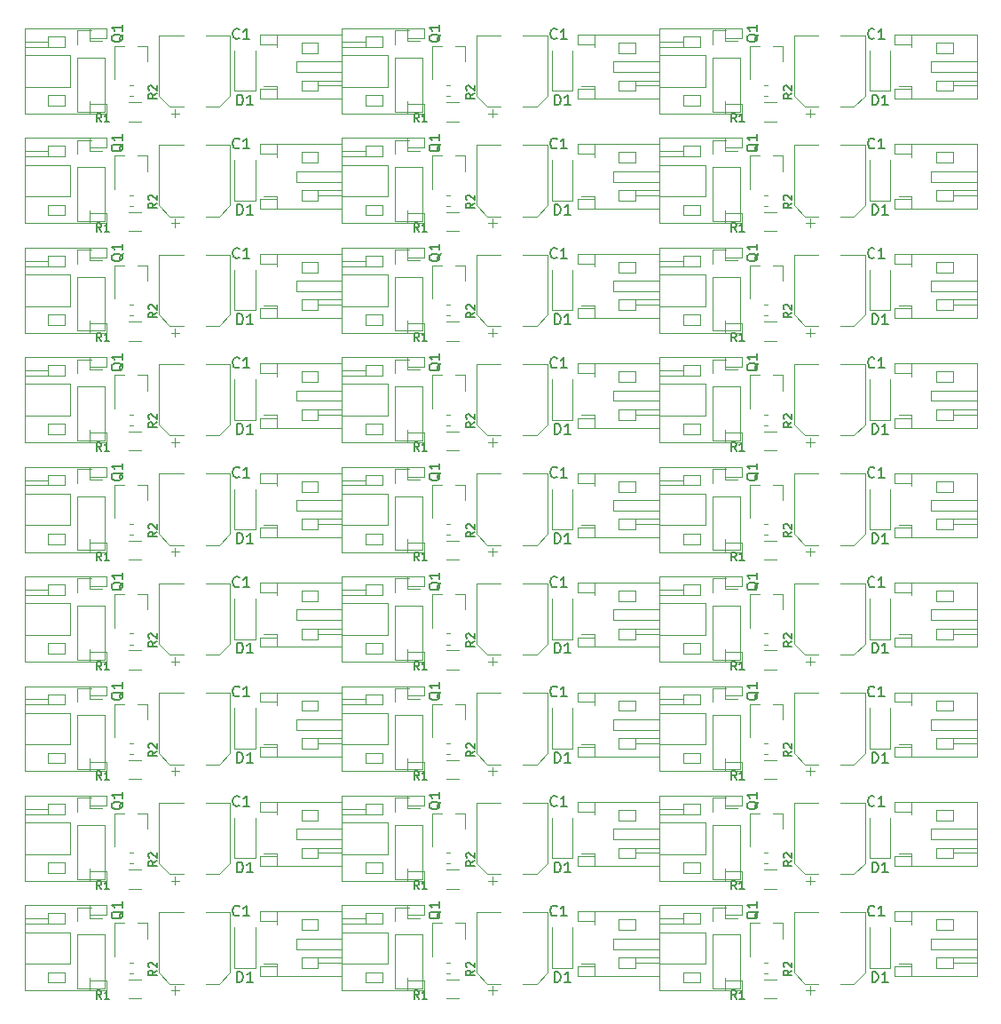
<source format=gbr>
G04 #@! TF.GenerationSoftware,KiCad,Pcbnew,5.99.0-unknown-r16857-c6889b00*
G04 #@! TF.CreationDate,2019-10-20T19:52:49+02:00*
G04 #@! TF.ProjectId,pulsr,70756c73-722e-46b6-9963-61645f706362,rev?*
G04 #@! TF.SameCoordinates,Original*
G04 #@! TF.FileFunction,Legend,Top*
G04 #@! TF.FilePolarity,Positive*
%FSLAX46Y46*%
G04 Gerber Fmt 4.6, Leading zero omitted, Abs format (unit mm)*
G04 Created by KiCad (PCBNEW 5.99.0-unknown-r16857-c6889b00) date 2019-10-20 19:52:49*
%MOMM*%
%LPD*%
G04 APERTURE LIST*
%ADD10C,0.120000*%
%ADD11C,0.130000*%
%ADD12C,0.150000*%
G04 APERTURE END LIST*
D10*
X155720000Y-133570000D02*
X158380000Y-133570000D01*
X155720000Y-128430000D02*
X155720000Y-133570000D01*
X158380000Y-128430000D02*
X158380000Y-133570000D01*
X155720000Y-128430000D02*
X158380000Y-128430000D01*
X155720000Y-127160000D02*
X155720000Y-125830000D01*
X155720000Y-125830000D02*
X157050000Y-125830000D01*
X125420000Y-133570000D02*
X128080000Y-133570000D01*
X125420000Y-128430000D02*
X125420000Y-133570000D01*
X128080000Y-128430000D02*
X128080000Y-133570000D01*
X125420000Y-128430000D02*
X128080000Y-128430000D01*
X125420000Y-127160000D02*
X125420000Y-125830000D01*
X125420000Y-125830000D02*
X126750000Y-125830000D01*
X95120000Y-133570000D02*
X97780000Y-133570000D01*
X95120000Y-128430000D02*
X95120000Y-133570000D01*
X97780000Y-128430000D02*
X97780000Y-133570000D01*
X95120000Y-128430000D02*
X97780000Y-128430000D01*
X95120000Y-127160000D02*
X95120000Y-125830000D01*
X95120000Y-125830000D02*
X96450000Y-125830000D01*
X155720000Y-123120000D02*
X158380000Y-123120000D01*
X155720000Y-117980000D02*
X155720000Y-123120000D01*
X158380000Y-117980000D02*
X158380000Y-123120000D01*
X155720000Y-117980000D02*
X158380000Y-117980000D01*
X155720000Y-116710000D02*
X155720000Y-115380000D01*
X155720000Y-115380000D02*
X157050000Y-115380000D01*
X125420000Y-123120000D02*
X128080000Y-123120000D01*
X125420000Y-117980000D02*
X125420000Y-123120000D01*
X128080000Y-117980000D02*
X128080000Y-123120000D01*
X125420000Y-117980000D02*
X128080000Y-117980000D01*
X125420000Y-116710000D02*
X125420000Y-115380000D01*
X125420000Y-115380000D02*
X126750000Y-115380000D01*
X95120000Y-123120000D02*
X97780000Y-123120000D01*
X95120000Y-117980000D02*
X95120000Y-123120000D01*
X97780000Y-117980000D02*
X97780000Y-123120000D01*
X95120000Y-117980000D02*
X97780000Y-117980000D01*
X95120000Y-116710000D02*
X95120000Y-115380000D01*
X95120000Y-115380000D02*
X96450000Y-115380000D01*
X155720000Y-112670000D02*
X158380000Y-112670000D01*
X155720000Y-107530000D02*
X155720000Y-112670000D01*
X158380000Y-107530000D02*
X158380000Y-112670000D01*
X155720000Y-107530000D02*
X158380000Y-107530000D01*
X155720000Y-106260000D02*
X155720000Y-104930000D01*
X155720000Y-104930000D02*
X157050000Y-104930000D01*
X125420000Y-112670000D02*
X128080000Y-112670000D01*
X125420000Y-107530000D02*
X125420000Y-112670000D01*
X128080000Y-107530000D02*
X128080000Y-112670000D01*
X125420000Y-107530000D02*
X128080000Y-107530000D01*
X125420000Y-106260000D02*
X125420000Y-104930000D01*
X125420000Y-104930000D02*
X126750000Y-104930000D01*
X95120000Y-112670000D02*
X97780000Y-112670000D01*
X95120000Y-107530000D02*
X95120000Y-112670000D01*
X97780000Y-107530000D02*
X97780000Y-112670000D01*
X95120000Y-107530000D02*
X97780000Y-107530000D01*
X95120000Y-106260000D02*
X95120000Y-104930000D01*
X95120000Y-104930000D02*
X96450000Y-104930000D01*
X155720000Y-102220000D02*
X158380000Y-102220000D01*
X155720000Y-97080000D02*
X155720000Y-102220000D01*
X158380000Y-97080000D02*
X158380000Y-102220000D01*
X155720000Y-97080000D02*
X158380000Y-97080000D01*
X155720000Y-95810000D02*
X155720000Y-94480000D01*
X155720000Y-94480000D02*
X157050000Y-94480000D01*
X125420000Y-102220000D02*
X128080000Y-102220000D01*
X125420000Y-97080000D02*
X125420000Y-102220000D01*
X128080000Y-97080000D02*
X128080000Y-102220000D01*
X125420000Y-97080000D02*
X128080000Y-97080000D01*
X125420000Y-95810000D02*
X125420000Y-94480000D01*
X125420000Y-94480000D02*
X126750000Y-94480000D01*
X95120000Y-102220000D02*
X97780000Y-102220000D01*
X95120000Y-97080000D02*
X95120000Y-102220000D01*
X97780000Y-97080000D02*
X97780000Y-102220000D01*
X95120000Y-97080000D02*
X97780000Y-97080000D01*
X95120000Y-95810000D02*
X95120000Y-94480000D01*
X95120000Y-94480000D02*
X96450000Y-94480000D01*
X155720000Y-91770000D02*
X158380000Y-91770000D01*
X155720000Y-86630000D02*
X155720000Y-91770000D01*
X158380000Y-86630000D02*
X158380000Y-91770000D01*
X155720000Y-86630000D02*
X158380000Y-86630000D01*
X155720000Y-85360000D02*
X155720000Y-84030000D01*
X155720000Y-84030000D02*
X157050000Y-84030000D01*
X125420000Y-91770000D02*
X128080000Y-91770000D01*
X125420000Y-86630000D02*
X125420000Y-91770000D01*
X128080000Y-86630000D02*
X128080000Y-91770000D01*
X125420000Y-86630000D02*
X128080000Y-86630000D01*
X125420000Y-85360000D02*
X125420000Y-84030000D01*
X125420000Y-84030000D02*
X126750000Y-84030000D01*
X95120000Y-91770000D02*
X97780000Y-91770000D01*
X95120000Y-86630000D02*
X95120000Y-91770000D01*
X97780000Y-86630000D02*
X97780000Y-91770000D01*
X95120000Y-86630000D02*
X97780000Y-86630000D01*
X95120000Y-85360000D02*
X95120000Y-84030000D01*
X95120000Y-84030000D02*
X96450000Y-84030000D01*
X155720000Y-81320000D02*
X158380000Y-81320000D01*
X155720000Y-76180000D02*
X155720000Y-81320000D01*
X158380000Y-76180000D02*
X158380000Y-81320000D01*
X155720000Y-76180000D02*
X158380000Y-76180000D01*
X155720000Y-74910000D02*
X155720000Y-73580000D01*
X155720000Y-73580000D02*
X157050000Y-73580000D01*
X125420000Y-81320000D02*
X128080000Y-81320000D01*
X125420000Y-76180000D02*
X125420000Y-81320000D01*
X128080000Y-76180000D02*
X128080000Y-81320000D01*
X125420000Y-76180000D02*
X128080000Y-76180000D01*
X125420000Y-74910000D02*
X125420000Y-73580000D01*
X125420000Y-73580000D02*
X126750000Y-73580000D01*
X95120000Y-81320000D02*
X97780000Y-81320000D01*
X95120000Y-76180000D02*
X95120000Y-81320000D01*
X97780000Y-76180000D02*
X97780000Y-81320000D01*
X95120000Y-76180000D02*
X97780000Y-76180000D01*
X95120000Y-74910000D02*
X95120000Y-73580000D01*
X95120000Y-73580000D02*
X96450000Y-73580000D01*
X155720000Y-70870000D02*
X158380000Y-70870000D01*
X155720000Y-65730000D02*
X155720000Y-70870000D01*
X158380000Y-65730000D02*
X158380000Y-70870000D01*
X155720000Y-65730000D02*
X158380000Y-65730000D01*
X155720000Y-64460000D02*
X155720000Y-63130000D01*
X155720000Y-63130000D02*
X157050000Y-63130000D01*
X125420000Y-70870000D02*
X128080000Y-70870000D01*
X125420000Y-65730000D02*
X125420000Y-70870000D01*
X128080000Y-65730000D02*
X128080000Y-70870000D01*
X125420000Y-65730000D02*
X128080000Y-65730000D01*
X125420000Y-64460000D02*
X125420000Y-63130000D01*
X125420000Y-63130000D02*
X126750000Y-63130000D01*
X95120000Y-70870000D02*
X97780000Y-70870000D01*
X95120000Y-65730000D02*
X95120000Y-70870000D01*
X97780000Y-65730000D02*
X97780000Y-70870000D01*
X95120000Y-65730000D02*
X97780000Y-65730000D01*
X95120000Y-64460000D02*
X95120000Y-63130000D01*
X95120000Y-63130000D02*
X96450000Y-63130000D01*
X155720000Y-60420000D02*
X158380000Y-60420000D01*
X155720000Y-55280000D02*
X155720000Y-60420000D01*
X158380000Y-55280000D02*
X158380000Y-60420000D01*
X155720000Y-55280000D02*
X158380000Y-55280000D01*
X155720000Y-54010000D02*
X155720000Y-52680000D01*
X155720000Y-52680000D02*
X157050000Y-52680000D01*
X125420000Y-60420000D02*
X128080000Y-60420000D01*
X125420000Y-55280000D02*
X125420000Y-60420000D01*
X128080000Y-55280000D02*
X128080000Y-60420000D01*
X125420000Y-55280000D02*
X128080000Y-55280000D01*
X125420000Y-54010000D02*
X125420000Y-52680000D01*
X125420000Y-52680000D02*
X126750000Y-52680000D01*
X95120000Y-60420000D02*
X97780000Y-60420000D01*
X95120000Y-55280000D02*
X95120000Y-60420000D01*
X97780000Y-55280000D02*
X97780000Y-60420000D01*
X95120000Y-55280000D02*
X97780000Y-55280000D01*
X95120000Y-54010000D02*
X95120000Y-52680000D01*
X95120000Y-52680000D02*
X96450000Y-52680000D01*
X155720000Y-49970000D02*
X158380000Y-49970000D01*
X155720000Y-44830000D02*
X155720000Y-49970000D01*
X158380000Y-44830000D02*
X158380000Y-49970000D01*
X155720000Y-44830000D02*
X158380000Y-44830000D01*
X155720000Y-43560000D02*
X155720000Y-42230000D01*
X155720000Y-42230000D02*
X157050000Y-42230000D01*
X125420000Y-49970000D02*
X128080000Y-49970000D01*
X125420000Y-44830000D02*
X125420000Y-49970000D01*
X128080000Y-44830000D02*
X128080000Y-49970000D01*
X125420000Y-44830000D02*
X128080000Y-44830000D01*
X125420000Y-43560000D02*
X125420000Y-42230000D01*
X125420000Y-42230000D02*
X126750000Y-42230000D01*
X161852064Y-134510000D02*
X160647936Y-134510000D01*
X161852064Y-132690000D02*
X160647936Y-132690000D01*
X131552064Y-134510000D02*
X130347936Y-134510000D01*
X131552064Y-132690000D02*
X130347936Y-132690000D01*
X101252064Y-134510000D02*
X100047936Y-134510000D01*
X101252064Y-132690000D02*
X100047936Y-132690000D01*
X161852064Y-124060000D02*
X160647936Y-124060000D01*
X161852064Y-122240000D02*
X160647936Y-122240000D01*
X131552064Y-124060000D02*
X130347936Y-124060000D01*
X131552064Y-122240000D02*
X130347936Y-122240000D01*
X101252064Y-124060000D02*
X100047936Y-124060000D01*
X101252064Y-122240000D02*
X100047936Y-122240000D01*
X161852064Y-113610000D02*
X160647936Y-113610000D01*
X161852064Y-111790000D02*
X160647936Y-111790000D01*
X131552064Y-113610000D02*
X130347936Y-113610000D01*
X131552064Y-111790000D02*
X130347936Y-111790000D01*
X101252064Y-113610000D02*
X100047936Y-113610000D01*
X101252064Y-111790000D02*
X100047936Y-111790000D01*
X161852064Y-103160000D02*
X160647936Y-103160000D01*
X161852064Y-101340000D02*
X160647936Y-101340000D01*
X131552064Y-103160000D02*
X130347936Y-103160000D01*
X131552064Y-101340000D02*
X130347936Y-101340000D01*
X101252064Y-103160000D02*
X100047936Y-103160000D01*
X101252064Y-101340000D02*
X100047936Y-101340000D01*
X161852064Y-92710000D02*
X160647936Y-92710000D01*
X161852064Y-90890000D02*
X160647936Y-90890000D01*
X131552064Y-92710000D02*
X130347936Y-92710000D01*
X131552064Y-90890000D02*
X130347936Y-90890000D01*
X101252064Y-92710000D02*
X100047936Y-92710000D01*
X101252064Y-90890000D02*
X100047936Y-90890000D01*
X161852064Y-82260000D02*
X160647936Y-82260000D01*
X161852064Y-80440000D02*
X160647936Y-80440000D01*
X131552064Y-82260000D02*
X130347936Y-82260000D01*
X131552064Y-80440000D02*
X130347936Y-80440000D01*
X101252064Y-82260000D02*
X100047936Y-82260000D01*
X101252064Y-80440000D02*
X100047936Y-80440000D01*
X161852064Y-71810000D02*
X160647936Y-71810000D01*
X161852064Y-69990000D02*
X160647936Y-69990000D01*
X131552064Y-71810000D02*
X130347936Y-71810000D01*
X131552064Y-69990000D02*
X130347936Y-69990000D01*
X101252064Y-71810000D02*
X100047936Y-71810000D01*
X101252064Y-69990000D02*
X100047936Y-69990000D01*
X161852064Y-61360000D02*
X160647936Y-61360000D01*
X161852064Y-59540000D02*
X160647936Y-59540000D01*
X131552064Y-61360000D02*
X130347936Y-61360000D01*
X131552064Y-59540000D02*
X130347936Y-59540000D01*
X101252064Y-61360000D02*
X100047936Y-61360000D01*
X101252064Y-59540000D02*
X100047936Y-59540000D01*
X161852064Y-50910000D02*
X160647936Y-50910000D01*
X161852064Y-49090000D02*
X160647936Y-49090000D01*
X131552064Y-50910000D02*
X130347936Y-50910000D01*
X131552064Y-49090000D02*
X130347936Y-49090000D01*
X161021267Y-131090000D02*
X160678733Y-131090000D01*
X161021267Y-132110000D02*
X160678733Y-132110000D01*
X130721267Y-131090000D02*
X130378733Y-131090000D01*
X130721267Y-132110000D02*
X130378733Y-132110000D01*
X100421267Y-131090000D02*
X100078733Y-131090000D01*
X100421267Y-132110000D02*
X100078733Y-132110000D01*
X161021267Y-120640000D02*
X160678733Y-120640000D01*
X161021267Y-121660000D02*
X160678733Y-121660000D01*
X130721267Y-120640000D02*
X130378733Y-120640000D01*
X130721267Y-121660000D02*
X130378733Y-121660000D01*
X100421267Y-120640000D02*
X100078733Y-120640000D01*
X100421267Y-121660000D02*
X100078733Y-121660000D01*
X161021267Y-110190000D02*
X160678733Y-110190000D01*
X161021267Y-111210000D02*
X160678733Y-111210000D01*
X130721267Y-110190000D02*
X130378733Y-110190000D01*
X130721267Y-111210000D02*
X130378733Y-111210000D01*
X100421267Y-110190000D02*
X100078733Y-110190000D01*
X100421267Y-111210000D02*
X100078733Y-111210000D01*
X161021267Y-99740000D02*
X160678733Y-99740000D01*
X161021267Y-100760000D02*
X160678733Y-100760000D01*
X130721267Y-99740000D02*
X130378733Y-99740000D01*
X130721267Y-100760000D02*
X130378733Y-100760000D01*
X100421267Y-99740000D02*
X100078733Y-99740000D01*
X100421267Y-100760000D02*
X100078733Y-100760000D01*
X161021267Y-89290000D02*
X160678733Y-89290000D01*
X161021267Y-90310000D02*
X160678733Y-90310000D01*
X130721267Y-89290000D02*
X130378733Y-89290000D01*
X130721267Y-90310000D02*
X130378733Y-90310000D01*
X100421267Y-89290000D02*
X100078733Y-89290000D01*
X100421267Y-90310000D02*
X100078733Y-90310000D01*
X161021267Y-78840000D02*
X160678733Y-78840000D01*
X161021267Y-79860000D02*
X160678733Y-79860000D01*
X130721267Y-78840000D02*
X130378733Y-78840000D01*
X130721267Y-79860000D02*
X130378733Y-79860000D01*
X100421267Y-78840000D02*
X100078733Y-78840000D01*
X100421267Y-79860000D02*
X100078733Y-79860000D01*
X161021267Y-68390000D02*
X160678733Y-68390000D01*
X161021267Y-69410000D02*
X160678733Y-69410000D01*
X130721267Y-68390000D02*
X130378733Y-68390000D01*
X130721267Y-69410000D02*
X130378733Y-69410000D01*
X100421267Y-68390000D02*
X100078733Y-68390000D01*
X100421267Y-69410000D02*
X100078733Y-69410000D01*
X161021267Y-57940000D02*
X160678733Y-57940000D01*
X161021267Y-58960000D02*
X160678733Y-58960000D01*
X130721267Y-57940000D02*
X130378733Y-57940000D01*
X130721267Y-58960000D02*
X130378733Y-58960000D01*
X100421267Y-57940000D02*
X100078733Y-57940000D01*
X100421267Y-58960000D02*
X100078733Y-58960000D01*
X161021267Y-47490000D02*
X160678733Y-47490000D01*
X161021267Y-48510000D02*
X160678733Y-48510000D01*
X130721267Y-47490000D02*
X130378733Y-47490000D01*
X130721267Y-48510000D02*
X130378733Y-48510000D01*
X170310000Y-126290000D02*
X167960000Y-126290000D01*
X163490000Y-126290000D02*
X165840000Y-126290000D01*
X163490000Y-132045563D02*
X163490000Y-126290000D01*
X170310000Y-132045563D02*
X170310000Y-126290000D01*
X169245563Y-133110000D02*
X167960000Y-133110000D01*
X164554437Y-133110000D02*
X165840000Y-133110000D01*
X164554437Y-133110000D02*
X163490000Y-132045563D01*
X169245563Y-133110000D02*
X170310000Y-132045563D01*
X165052500Y-134137500D02*
X165052500Y-133350000D01*
X164658750Y-133743750D02*
X165446250Y-133743750D01*
X140010000Y-126290000D02*
X137660000Y-126290000D01*
X133190000Y-126290000D02*
X135540000Y-126290000D01*
X133190000Y-132045563D02*
X133190000Y-126290000D01*
X140010000Y-132045563D02*
X140010000Y-126290000D01*
X138945563Y-133110000D02*
X137660000Y-133110000D01*
X134254437Y-133110000D02*
X135540000Y-133110000D01*
X134254437Y-133110000D02*
X133190000Y-132045563D01*
X138945563Y-133110000D02*
X140010000Y-132045563D01*
X134752500Y-134137500D02*
X134752500Y-133350000D01*
X134358750Y-133743750D02*
X135146250Y-133743750D01*
X109710000Y-126290000D02*
X107360000Y-126290000D01*
X102890000Y-126290000D02*
X105240000Y-126290000D01*
X102890000Y-132045563D02*
X102890000Y-126290000D01*
X109710000Y-132045563D02*
X109710000Y-126290000D01*
X108645563Y-133110000D02*
X107360000Y-133110000D01*
X103954437Y-133110000D02*
X105240000Y-133110000D01*
X103954437Y-133110000D02*
X102890000Y-132045563D01*
X108645563Y-133110000D02*
X109710000Y-132045563D01*
X104452500Y-134137500D02*
X104452500Y-133350000D01*
X104058750Y-133743750D02*
X104846250Y-133743750D01*
X170310000Y-115840000D02*
X167960000Y-115840000D01*
X163490000Y-115840000D02*
X165840000Y-115840000D01*
X163490000Y-121595563D02*
X163490000Y-115840000D01*
X170310000Y-121595563D02*
X170310000Y-115840000D01*
X169245563Y-122660000D02*
X167960000Y-122660000D01*
X164554437Y-122660000D02*
X165840000Y-122660000D01*
X164554437Y-122660000D02*
X163490000Y-121595563D01*
X169245563Y-122660000D02*
X170310000Y-121595563D01*
X165052500Y-123687500D02*
X165052500Y-122900000D01*
X164658750Y-123293750D02*
X165446250Y-123293750D01*
X140010000Y-115840000D02*
X137660000Y-115840000D01*
X133190000Y-115840000D02*
X135540000Y-115840000D01*
X133190000Y-121595563D02*
X133190000Y-115840000D01*
X140010000Y-121595563D02*
X140010000Y-115840000D01*
X138945563Y-122660000D02*
X137660000Y-122660000D01*
X134254437Y-122660000D02*
X135540000Y-122660000D01*
X134254437Y-122660000D02*
X133190000Y-121595563D01*
X138945563Y-122660000D02*
X140010000Y-121595563D01*
X134752500Y-123687500D02*
X134752500Y-122900000D01*
X134358750Y-123293750D02*
X135146250Y-123293750D01*
X109710000Y-115840000D02*
X107360000Y-115840000D01*
X102890000Y-115840000D02*
X105240000Y-115840000D01*
X102890000Y-121595563D02*
X102890000Y-115840000D01*
X109710000Y-121595563D02*
X109710000Y-115840000D01*
X108645563Y-122660000D02*
X107360000Y-122660000D01*
X103954437Y-122660000D02*
X105240000Y-122660000D01*
X103954437Y-122660000D02*
X102890000Y-121595563D01*
X108645563Y-122660000D02*
X109710000Y-121595563D01*
X104452500Y-123687500D02*
X104452500Y-122900000D01*
X104058750Y-123293750D02*
X104846250Y-123293750D01*
X170310000Y-105390000D02*
X167960000Y-105390000D01*
X163490000Y-105390000D02*
X165840000Y-105390000D01*
X163490000Y-111145563D02*
X163490000Y-105390000D01*
X170310000Y-111145563D02*
X170310000Y-105390000D01*
X169245563Y-112210000D02*
X167960000Y-112210000D01*
X164554437Y-112210000D02*
X165840000Y-112210000D01*
X164554437Y-112210000D02*
X163490000Y-111145563D01*
X169245563Y-112210000D02*
X170310000Y-111145563D01*
X165052500Y-113237500D02*
X165052500Y-112450000D01*
X164658750Y-112843750D02*
X165446250Y-112843750D01*
X140010000Y-105390000D02*
X137660000Y-105390000D01*
X133190000Y-105390000D02*
X135540000Y-105390000D01*
X133190000Y-111145563D02*
X133190000Y-105390000D01*
X140010000Y-111145563D02*
X140010000Y-105390000D01*
X138945563Y-112210000D02*
X137660000Y-112210000D01*
X134254437Y-112210000D02*
X135540000Y-112210000D01*
X134254437Y-112210000D02*
X133190000Y-111145563D01*
X138945563Y-112210000D02*
X140010000Y-111145563D01*
X134752500Y-113237500D02*
X134752500Y-112450000D01*
X134358750Y-112843750D02*
X135146250Y-112843750D01*
X109710000Y-105390000D02*
X107360000Y-105390000D01*
X102890000Y-105390000D02*
X105240000Y-105390000D01*
X102890000Y-111145563D02*
X102890000Y-105390000D01*
X109710000Y-111145563D02*
X109710000Y-105390000D01*
X108645563Y-112210000D02*
X107360000Y-112210000D01*
X103954437Y-112210000D02*
X105240000Y-112210000D01*
X103954437Y-112210000D02*
X102890000Y-111145563D01*
X108645563Y-112210000D02*
X109710000Y-111145563D01*
X104452500Y-113237500D02*
X104452500Y-112450000D01*
X104058750Y-112843750D02*
X104846250Y-112843750D01*
X170310000Y-94940000D02*
X167960000Y-94940000D01*
X163490000Y-94940000D02*
X165840000Y-94940000D01*
X163490000Y-100695563D02*
X163490000Y-94940000D01*
X170310000Y-100695563D02*
X170310000Y-94940000D01*
X169245563Y-101760000D02*
X167960000Y-101760000D01*
X164554437Y-101760000D02*
X165840000Y-101760000D01*
X164554437Y-101760000D02*
X163490000Y-100695563D01*
X169245563Y-101760000D02*
X170310000Y-100695563D01*
X165052500Y-102787500D02*
X165052500Y-102000000D01*
X164658750Y-102393750D02*
X165446250Y-102393750D01*
X140010000Y-94940000D02*
X137660000Y-94940000D01*
X133190000Y-94940000D02*
X135540000Y-94940000D01*
X133190000Y-100695563D02*
X133190000Y-94940000D01*
X140010000Y-100695563D02*
X140010000Y-94940000D01*
X138945563Y-101760000D02*
X137660000Y-101760000D01*
X134254437Y-101760000D02*
X135540000Y-101760000D01*
X134254437Y-101760000D02*
X133190000Y-100695563D01*
X138945563Y-101760000D02*
X140010000Y-100695563D01*
X134752500Y-102787500D02*
X134752500Y-102000000D01*
X134358750Y-102393750D02*
X135146250Y-102393750D01*
X109710000Y-94940000D02*
X107360000Y-94940000D01*
X102890000Y-94940000D02*
X105240000Y-94940000D01*
X102890000Y-100695563D02*
X102890000Y-94940000D01*
X109710000Y-100695563D02*
X109710000Y-94940000D01*
X108645563Y-101760000D02*
X107360000Y-101760000D01*
X103954437Y-101760000D02*
X105240000Y-101760000D01*
X103954437Y-101760000D02*
X102890000Y-100695563D01*
X108645563Y-101760000D02*
X109710000Y-100695563D01*
X104452500Y-102787500D02*
X104452500Y-102000000D01*
X104058750Y-102393750D02*
X104846250Y-102393750D01*
X170310000Y-84490000D02*
X167960000Y-84490000D01*
X163490000Y-84490000D02*
X165840000Y-84490000D01*
X163490000Y-90245563D02*
X163490000Y-84490000D01*
X170310000Y-90245563D02*
X170310000Y-84490000D01*
X169245563Y-91310000D02*
X167960000Y-91310000D01*
X164554437Y-91310000D02*
X165840000Y-91310000D01*
X164554437Y-91310000D02*
X163490000Y-90245563D01*
X169245563Y-91310000D02*
X170310000Y-90245563D01*
X165052500Y-92337500D02*
X165052500Y-91550000D01*
X164658750Y-91943750D02*
X165446250Y-91943750D01*
X140010000Y-84490000D02*
X137660000Y-84490000D01*
X133190000Y-84490000D02*
X135540000Y-84490000D01*
X133190000Y-90245563D02*
X133190000Y-84490000D01*
X140010000Y-90245563D02*
X140010000Y-84490000D01*
X138945563Y-91310000D02*
X137660000Y-91310000D01*
X134254437Y-91310000D02*
X135540000Y-91310000D01*
X134254437Y-91310000D02*
X133190000Y-90245563D01*
X138945563Y-91310000D02*
X140010000Y-90245563D01*
X134752500Y-92337500D02*
X134752500Y-91550000D01*
X134358750Y-91943750D02*
X135146250Y-91943750D01*
X109710000Y-84490000D02*
X107360000Y-84490000D01*
X102890000Y-84490000D02*
X105240000Y-84490000D01*
X102890000Y-90245563D02*
X102890000Y-84490000D01*
X109710000Y-90245563D02*
X109710000Y-84490000D01*
X108645563Y-91310000D02*
X107360000Y-91310000D01*
X103954437Y-91310000D02*
X105240000Y-91310000D01*
X103954437Y-91310000D02*
X102890000Y-90245563D01*
X108645563Y-91310000D02*
X109710000Y-90245563D01*
X104452500Y-92337500D02*
X104452500Y-91550000D01*
X104058750Y-91943750D02*
X104846250Y-91943750D01*
X170310000Y-74040000D02*
X167960000Y-74040000D01*
X163490000Y-74040000D02*
X165840000Y-74040000D01*
X163490000Y-79795563D02*
X163490000Y-74040000D01*
X170310000Y-79795563D02*
X170310000Y-74040000D01*
X169245563Y-80860000D02*
X167960000Y-80860000D01*
X164554437Y-80860000D02*
X165840000Y-80860000D01*
X164554437Y-80860000D02*
X163490000Y-79795563D01*
X169245563Y-80860000D02*
X170310000Y-79795563D01*
X165052500Y-81887500D02*
X165052500Y-81100000D01*
X164658750Y-81493750D02*
X165446250Y-81493750D01*
X140010000Y-74040000D02*
X137660000Y-74040000D01*
X133190000Y-74040000D02*
X135540000Y-74040000D01*
X133190000Y-79795563D02*
X133190000Y-74040000D01*
X140010000Y-79795563D02*
X140010000Y-74040000D01*
X138945563Y-80860000D02*
X137660000Y-80860000D01*
X134254437Y-80860000D02*
X135540000Y-80860000D01*
X134254437Y-80860000D02*
X133190000Y-79795563D01*
X138945563Y-80860000D02*
X140010000Y-79795563D01*
X134752500Y-81887500D02*
X134752500Y-81100000D01*
X134358750Y-81493750D02*
X135146250Y-81493750D01*
X109710000Y-74040000D02*
X107360000Y-74040000D01*
X102890000Y-74040000D02*
X105240000Y-74040000D01*
X102890000Y-79795563D02*
X102890000Y-74040000D01*
X109710000Y-79795563D02*
X109710000Y-74040000D01*
X108645563Y-80860000D02*
X107360000Y-80860000D01*
X103954437Y-80860000D02*
X105240000Y-80860000D01*
X103954437Y-80860000D02*
X102890000Y-79795563D01*
X108645563Y-80860000D02*
X109710000Y-79795563D01*
X104452500Y-81887500D02*
X104452500Y-81100000D01*
X104058750Y-81493750D02*
X104846250Y-81493750D01*
X170310000Y-63590000D02*
X167960000Y-63590000D01*
X163490000Y-63590000D02*
X165840000Y-63590000D01*
X163490000Y-69345563D02*
X163490000Y-63590000D01*
X170310000Y-69345563D02*
X170310000Y-63590000D01*
X169245563Y-70410000D02*
X167960000Y-70410000D01*
X164554437Y-70410000D02*
X165840000Y-70410000D01*
X164554437Y-70410000D02*
X163490000Y-69345563D01*
X169245563Y-70410000D02*
X170310000Y-69345563D01*
X165052500Y-71437500D02*
X165052500Y-70650000D01*
X164658750Y-71043750D02*
X165446250Y-71043750D01*
X140010000Y-63590000D02*
X137660000Y-63590000D01*
X133190000Y-63590000D02*
X135540000Y-63590000D01*
X133190000Y-69345563D02*
X133190000Y-63590000D01*
X140010000Y-69345563D02*
X140010000Y-63590000D01*
X138945563Y-70410000D02*
X137660000Y-70410000D01*
X134254437Y-70410000D02*
X135540000Y-70410000D01*
X134254437Y-70410000D02*
X133190000Y-69345563D01*
X138945563Y-70410000D02*
X140010000Y-69345563D01*
X134752500Y-71437500D02*
X134752500Y-70650000D01*
X134358750Y-71043750D02*
X135146250Y-71043750D01*
X109710000Y-63590000D02*
X107360000Y-63590000D01*
X102890000Y-63590000D02*
X105240000Y-63590000D01*
X102890000Y-69345563D02*
X102890000Y-63590000D01*
X109710000Y-69345563D02*
X109710000Y-63590000D01*
X108645563Y-70410000D02*
X107360000Y-70410000D01*
X103954437Y-70410000D02*
X105240000Y-70410000D01*
X103954437Y-70410000D02*
X102890000Y-69345563D01*
X108645563Y-70410000D02*
X109710000Y-69345563D01*
X104452500Y-71437500D02*
X104452500Y-70650000D01*
X104058750Y-71043750D02*
X104846250Y-71043750D01*
X170310000Y-53140000D02*
X167960000Y-53140000D01*
X163490000Y-53140000D02*
X165840000Y-53140000D01*
X163490000Y-58895563D02*
X163490000Y-53140000D01*
X170310000Y-58895563D02*
X170310000Y-53140000D01*
X169245563Y-59960000D02*
X167960000Y-59960000D01*
X164554437Y-59960000D02*
X165840000Y-59960000D01*
X164554437Y-59960000D02*
X163490000Y-58895563D01*
X169245563Y-59960000D02*
X170310000Y-58895563D01*
X165052500Y-60987500D02*
X165052500Y-60200000D01*
X164658750Y-60593750D02*
X165446250Y-60593750D01*
X140010000Y-53140000D02*
X137660000Y-53140000D01*
X133190000Y-53140000D02*
X135540000Y-53140000D01*
X133190000Y-58895563D02*
X133190000Y-53140000D01*
X140010000Y-58895563D02*
X140010000Y-53140000D01*
X138945563Y-59960000D02*
X137660000Y-59960000D01*
X134254437Y-59960000D02*
X135540000Y-59960000D01*
X134254437Y-59960000D02*
X133190000Y-58895563D01*
X138945563Y-59960000D02*
X140010000Y-58895563D01*
X134752500Y-60987500D02*
X134752500Y-60200000D01*
X134358750Y-60593750D02*
X135146250Y-60593750D01*
X109710000Y-53140000D02*
X107360000Y-53140000D01*
X102890000Y-53140000D02*
X105240000Y-53140000D01*
X102890000Y-58895563D02*
X102890000Y-53140000D01*
X109710000Y-58895563D02*
X109710000Y-53140000D01*
X108645563Y-59960000D02*
X107360000Y-59960000D01*
X103954437Y-59960000D02*
X105240000Y-59960000D01*
X103954437Y-59960000D02*
X102890000Y-58895563D01*
X108645563Y-59960000D02*
X109710000Y-58895563D01*
X104452500Y-60987500D02*
X104452500Y-60200000D01*
X104058750Y-60593750D02*
X104846250Y-60593750D01*
X170310000Y-42690000D02*
X167960000Y-42690000D01*
X163490000Y-42690000D02*
X165840000Y-42690000D01*
X163490000Y-48445563D02*
X163490000Y-42690000D01*
X170310000Y-48445563D02*
X170310000Y-42690000D01*
X169245563Y-49510000D02*
X167960000Y-49510000D01*
X164554437Y-49510000D02*
X165840000Y-49510000D01*
X164554437Y-49510000D02*
X163490000Y-48445563D01*
X169245563Y-49510000D02*
X170310000Y-48445563D01*
X165052500Y-50537500D02*
X165052500Y-49750000D01*
X164658750Y-50143750D02*
X165446250Y-50143750D01*
X140010000Y-42690000D02*
X137660000Y-42690000D01*
X133190000Y-42690000D02*
X135540000Y-42690000D01*
X133190000Y-48445563D02*
X133190000Y-42690000D01*
X140010000Y-48445563D02*
X140010000Y-42690000D01*
X138945563Y-49510000D02*
X137660000Y-49510000D01*
X134254437Y-49510000D02*
X135540000Y-49510000D01*
X134254437Y-49510000D02*
X133190000Y-48445563D01*
X138945563Y-49510000D02*
X140010000Y-48445563D01*
X134752500Y-50537500D02*
X134752500Y-49750000D01*
X134358750Y-50143750D02*
X135146250Y-50143750D01*
X170700000Y-131600000D02*
X172700000Y-131600000D01*
X172700000Y-131600000D02*
X172700000Y-127750000D01*
X170700000Y-131600000D02*
X170700000Y-127750000D01*
X140400000Y-131600000D02*
X142400000Y-131600000D01*
X142400000Y-131600000D02*
X142400000Y-127750000D01*
X140400000Y-131600000D02*
X140400000Y-127750000D01*
X110100000Y-131600000D02*
X112100000Y-131600000D01*
X112100000Y-131600000D02*
X112100000Y-127750000D01*
X110100000Y-131600000D02*
X110100000Y-127750000D01*
X170700000Y-121150000D02*
X172700000Y-121150000D01*
X172700000Y-121150000D02*
X172700000Y-117300000D01*
X170700000Y-121150000D02*
X170700000Y-117300000D01*
X140400000Y-121150000D02*
X142400000Y-121150000D01*
X142400000Y-121150000D02*
X142400000Y-117300000D01*
X140400000Y-121150000D02*
X140400000Y-117300000D01*
X110100000Y-121150000D02*
X112100000Y-121150000D01*
X112100000Y-121150000D02*
X112100000Y-117300000D01*
X110100000Y-121150000D02*
X110100000Y-117300000D01*
X170700000Y-110700000D02*
X172700000Y-110700000D01*
X172700000Y-110700000D02*
X172700000Y-106850000D01*
X170700000Y-110700000D02*
X170700000Y-106850000D01*
X140400000Y-110700000D02*
X142400000Y-110700000D01*
X142400000Y-110700000D02*
X142400000Y-106850000D01*
X140400000Y-110700000D02*
X140400000Y-106850000D01*
X110100000Y-110700000D02*
X112100000Y-110700000D01*
X112100000Y-110700000D02*
X112100000Y-106850000D01*
X110100000Y-110700000D02*
X110100000Y-106850000D01*
X170700000Y-100250000D02*
X172700000Y-100250000D01*
X172700000Y-100250000D02*
X172700000Y-96400000D01*
X170700000Y-100250000D02*
X170700000Y-96400000D01*
X140400000Y-100250000D02*
X142400000Y-100250000D01*
X142400000Y-100250000D02*
X142400000Y-96400000D01*
X140400000Y-100250000D02*
X140400000Y-96400000D01*
X110100000Y-100250000D02*
X112100000Y-100250000D01*
X112100000Y-100250000D02*
X112100000Y-96400000D01*
X110100000Y-100250000D02*
X110100000Y-96400000D01*
X170700000Y-89800000D02*
X172700000Y-89800000D01*
X172700000Y-89800000D02*
X172700000Y-85950000D01*
X170700000Y-89800000D02*
X170700000Y-85950000D01*
X140400000Y-89800000D02*
X142400000Y-89800000D01*
X142400000Y-89800000D02*
X142400000Y-85950000D01*
X140400000Y-89800000D02*
X140400000Y-85950000D01*
X110100000Y-89800000D02*
X112100000Y-89800000D01*
X112100000Y-89800000D02*
X112100000Y-85950000D01*
X110100000Y-89800000D02*
X110100000Y-85950000D01*
X170700000Y-79350000D02*
X172700000Y-79350000D01*
X172700000Y-79350000D02*
X172700000Y-75500000D01*
X170700000Y-79350000D02*
X170700000Y-75500000D01*
X140400000Y-79350000D02*
X142400000Y-79350000D01*
X142400000Y-79350000D02*
X142400000Y-75500000D01*
X140400000Y-79350000D02*
X140400000Y-75500000D01*
X110100000Y-79350000D02*
X112100000Y-79350000D01*
X112100000Y-79350000D02*
X112100000Y-75500000D01*
X110100000Y-79350000D02*
X110100000Y-75500000D01*
X170700000Y-68900000D02*
X172700000Y-68900000D01*
X172700000Y-68900000D02*
X172700000Y-65050000D01*
X170700000Y-68900000D02*
X170700000Y-65050000D01*
X140400000Y-68900000D02*
X142400000Y-68900000D01*
X142400000Y-68900000D02*
X142400000Y-65050000D01*
X140400000Y-68900000D02*
X140400000Y-65050000D01*
X110100000Y-68900000D02*
X112100000Y-68900000D01*
X112100000Y-68900000D02*
X112100000Y-65050000D01*
X110100000Y-68900000D02*
X110100000Y-65050000D01*
X170700000Y-58450000D02*
X172700000Y-58450000D01*
X172700000Y-58450000D02*
X172700000Y-54600000D01*
X170700000Y-58450000D02*
X170700000Y-54600000D01*
X140400000Y-58450000D02*
X142400000Y-58450000D01*
X142400000Y-58450000D02*
X142400000Y-54600000D01*
X140400000Y-58450000D02*
X140400000Y-54600000D01*
X110100000Y-58450000D02*
X112100000Y-58450000D01*
X112100000Y-58450000D02*
X112100000Y-54600000D01*
X110100000Y-58450000D02*
X110100000Y-54600000D01*
X170700000Y-48000000D02*
X172700000Y-48000000D01*
X172700000Y-48000000D02*
X172700000Y-44150000D01*
X170700000Y-48000000D02*
X170700000Y-44150000D01*
X140400000Y-48000000D02*
X142400000Y-48000000D01*
X142400000Y-48000000D02*
X142400000Y-44150000D01*
X140400000Y-48000000D02*
X140400000Y-44150000D01*
X156910000Y-126840000D02*
X156910000Y-126560000D01*
X156910000Y-126560000D02*
X158510000Y-126560000D01*
X158510000Y-126560000D02*
X158510000Y-125640000D01*
X158510000Y-125640000D02*
X150690000Y-125640000D01*
X150690000Y-125640000D02*
X150690000Y-133760000D01*
X150690000Y-133760000D02*
X158510000Y-133760000D01*
X158510000Y-133760000D02*
X158510000Y-132840000D01*
X158510000Y-132840000D02*
X156910000Y-132840000D01*
X156910000Y-132840000D02*
X156910000Y-132560000D01*
X150690000Y-128200000D02*
X155050000Y-128200000D01*
X155050000Y-128200000D02*
X155050000Y-131200000D01*
X155050000Y-131200000D02*
X150690000Y-131200000D01*
X156910000Y-125640000D02*
X156910000Y-126560000D01*
X156910000Y-133760000D02*
X156910000Y-132840000D01*
X154550000Y-126400000D02*
X152950000Y-126400000D01*
X152950000Y-126400000D02*
X152950000Y-127400000D01*
X152950000Y-127400000D02*
X154550000Y-127400000D01*
X154550000Y-127400000D02*
X154550000Y-126400000D01*
X154550000Y-133000000D02*
X152950000Y-133000000D01*
X152950000Y-133000000D02*
X152950000Y-132000000D01*
X152950000Y-132000000D02*
X154550000Y-132000000D01*
X154550000Y-132000000D02*
X154550000Y-133000000D01*
X152950000Y-127400000D02*
X150690000Y-127400000D01*
X152950000Y-126900000D02*
X150690000Y-126900000D01*
X156910000Y-126840000D02*
X158125000Y-126840000D01*
X126610000Y-126840000D02*
X126610000Y-126560000D01*
X126610000Y-126560000D02*
X128210000Y-126560000D01*
X128210000Y-126560000D02*
X128210000Y-125640000D01*
X128210000Y-125640000D02*
X120390000Y-125640000D01*
X120390000Y-125640000D02*
X120390000Y-133760000D01*
X120390000Y-133760000D02*
X128210000Y-133760000D01*
X128210000Y-133760000D02*
X128210000Y-132840000D01*
X128210000Y-132840000D02*
X126610000Y-132840000D01*
X126610000Y-132840000D02*
X126610000Y-132560000D01*
X120390000Y-128200000D02*
X124750000Y-128200000D01*
X124750000Y-128200000D02*
X124750000Y-131200000D01*
X124750000Y-131200000D02*
X120390000Y-131200000D01*
X126610000Y-125640000D02*
X126610000Y-126560000D01*
X126610000Y-133760000D02*
X126610000Y-132840000D01*
X124250000Y-126400000D02*
X122650000Y-126400000D01*
X122650000Y-126400000D02*
X122650000Y-127400000D01*
X122650000Y-127400000D02*
X124250000Y-127400000D01*
X124250000Y-127400000D02*
X124250000Y-126400000D01*
X124250000Y-133000000D02*
X122650000Y-133000000D01*
X122650000Y-133000000D02*
X122650000Y-132000000D01*
X122650000Y-132000000D02*
X124250000Y-132000000D01*
X124250000Y-132000000D02*
X124250000Y-133000000D01*
X122650000Y-127400000D02*
X120390000Y-127400000D01*
X122650000Y-126900000D02*
X120390000Y-126900000D01*
X126610000Y-126840000D02*
X127825000Y-126840000D01*
X96310000Y-126840000D02*
X96310000Y-126560000D01*
X96310000Y-126560000D02*
X97910000Y-126560000D01*
X97910000Y-126560000D02*
X97910000Y-125640000D01*
X97910000Y-125640000D02*
X90090000Y-125640000D01*
X90090000Y-125640000D02*
X90090000Y-133760000D01*
X90090000Y-133760000D02*
X97910000Y-133760000D01*
X97910000Y-133760000D02*
X97910000Y-132840000D01*
X97910000Y-132840000D02*
X96310000Y-132840000D01*
X96310000Y-132840000D02*
X96310000Y-132560000D01*
X90090000Y-128200000D02*
X94450000Y-128200000D01*
X94450000Y-128200000D02*
X94450000Y-131200000D01*
X94450000Y-131200000D02*
X90090000Y-131200000D01*
X96310000Y-125640000D02*
X96310000Y-126560000D01*
X96310000Y-133760000D02*
X96310000Y-132840000D01*
X93950000Y-126400000D02*
X92350000Y-126400000D01*
X92350000Y-126400000D02*
X92350000Y-127400000D01*
X92350000Y-127400000D02*
X93950000Y-127400000D01*
X93950000Y-127400000D02*
X93950000Y-126400000D01*
X93950000Y-133000000D02*
X92350000Y-133000000D01*
X92350000Y-133000000D02*
X92350000Y-132000000D01*
X92350000Y-132000000D02*
X93950000Y-132000000D01*
X93950000Y-132000000D02*
X93950000Y-133000000D01*
X92350000Y-127400000D02*
X90090000Y-127400000D01*
X92350000Y-126900000D02*
X90090000Y-126900000D01*
X96310000Y-126840000D02*
X97525000Y-126840000D01*
X156910000Y-116390000D02*
X156910000Y-116110000D01*
X156910000Y-116110000D02*
X158510000Y-116110000D01*
X158510000Y-116110000D02*
X158510000Y-115190000D01*
X158510000Y-115190000D02*
X150690000Y-115190000D01*
X150690000Y-115190000D02*
X150690000Y-123310000D01*
X150690000Y-123310000D02*
X158510000Y-123310000D01*
X158510000Y-123310000D02*
X158510000Y-122390000D01*
X158510000Y-122390000D02*
X156910000Y-122390000D01*
X156910000Y-122390000D02*
X156910000Y-122110000D01*
X150690000Y-117750000D02*
X155050000Y-117750000D01*
X155050000Y-117750000D02*
X155050000Y-120750000D01*
X155050000Y-120750000D02*
X150690000Y-120750000D01*
X156910000Y-115190000D02*
X156910000Y-116110000D01*
X156910000Y-123310000D02*
X156910000Y-122390000D01*
X154550000Y-115950000D02*
X152950000Y-115950000D01*
X152950000Y-115950000D02*
X152950000Y-116950000D01*
X152950000Y-116950000D02*
X154550000Y-116950000D01*
X154550000Y-116950000D02*
X154550000Y-115950000D01*
X154550000Y-122550000D02*
X152950000Y-122550000D01*
X152950000Y-122550000D02*
X152950000Y-121550000D01*
X152950000Y-121550000D02*
X154550000Y-121550000D01*
X154550000Y-121550000D02*
X154550000Y-122550000D01*
X152950000Y-116950000D02*
X150690000Y-116950000D01*
X152950000Y-116450000D02*
X150690000Y-116450000D01*
X156910000Y-116390000D02*
X158125000Y-116390000D01*
X126610000Y-116390000D02*
X126610000Y-116110000D01*
X126610000Y-116110000D02*
X128210000Y-116110000D01*
X128210000Y-116110000D02*
X128210000Y-115190000D01*
X128210000Y-115190000D02*
X120390000Y-115190000D01*
X120390000Y-115190000D02*
X120390000Y-123310000D01*
X120390000Y-123310000D02*
X128210000Y-123310000D01*
X128210000Y-123310000D02*
X128210000Y-122390000D01*
X128210000Y-122390000D02*
X126610000Y-122390000D01*
X126610000Y-122390000D02*
X126610000Y-122110000D01*
X120390000Y-117750000D02*
X124750000Y-117750000D01*
X124750000Y-117750000D02*
X124750000Y-120750000D01*
X124750000Y-120750000D02*
X120390000Y-120750000D01*
X126610000Y-115190000D02*
X126610000Y-116110000D01*
X126610000Y-123310000D02*
X126610000Y-122390000D01*
X124250000Y-115950000D02*
X122650000Y-115950000D01*
X122650000Y-115950000D02*
X122650000Y-116950000D01*
X122650000Y-116950000D02*
X124250000Y-116950000D01*
X124250000Y-116950000D02*
X124250000Y-115950000D01*
X124250000Y-122550000D02*
X122650000Y-122550000D01*
X122650000Y-122550000D02*
X122650000Y-121550000D01*
X122650000Y-121550000D02*
X124250000Y-121550000D01*
X124250000Y-121550000D02*
X124250000Y-122550000D01*
X122650000Y-116950000D02*
X120390000Y-116950000D01*
X122650000Y-116450000D02*
X120390000Y-116450000D01*
X126610000Y-116390000D02*
X127825000Y-116390000D01*
X96310000Y-116390000D02*
X96310000Y-116110000D01*
X96310000Y-116110000D02*
X97910000Y-116110000D01*
X97910000Y-116110000D02*
X97910000Y-115190000D01*
X97910000Y-115190000D02*
X90090000Y-115190000D01*
X90090000Y-115190000D02*
X90090000Y-123310000D01*
X90090000Y-123310000D02*
X97910000Y-123310000D01*
X97910000Y-123310000D02*
X97910000Y-122390000D01*
X97910000Y-122390000D02*
X96310000Y-122390000D01*
X96310000Y-122390000D02*
X96310000Y-122110000D01*
X90090000Y-117750000D02*
X94450000Y-117750000D01*
X94450000Y-117750000D02*
X94450000Y-120750000D01*
X94450000Y-120750000D02*
X90090000Y-120750000D01*
X96310000Y-115190000D02*
X96310000Y-116110000D01*
X96310000Y-123310000D02*
X96310000Y-122390000D01*
X93950000Y-115950000D02*
X92350000Y-115950000D01*
X92350000Y-115950000D02*
X92350000Y-116950000D01*
X92350000Y-116950000D02*
X93950000Y-116950000D01*
X93950000Y-116950000D02*
X93950000Y-115950000D01*
X93950000Y-122550000D02*
X92350000Y-122550000D01*
X92350000Y-122550000D02*
X92350000Y-121550000D01*
X92350000Y-121550000D02*
X93950000Y-121550000D01*
X93950000Y-121550000D02*
X93950000Y-122550000D01*
X92350000Y-116950000D02*
X90090000Y-116950000D01*
X92350000Y-116450000D02*
X90090000Y-116450000D01*
X96310000Y-116390000D02*
X97525000Y-116390000D01*
X156910000Y-105940000D02*
X156910000Y-105660000D01*
X156910000Y-105660000D02*
X158510000Y-105660000D01*
X158510000Y-105660000D02*
X158510000Y-104740000D01*
X158510000Y-104740000D02*
X150690000Y-104740000D01*
X150690000Y-104740000D02*
X150690000Y-112860000D01*
X150690000Y-112860000D02*
X158510000Y-112860000D01*
X158510000Y-112860000D02*
X158510000Y-111940000D01*
X158510000Y-111940000D02*
X156910000Y-111940000D01*
X156910000Y-111940000D02*
X156910000Y-111660000D01*
X150690000Y-107300000D02*
X155050000Y-107300000D01*
X155050000Y-107300000D02*
X155050000Y-110300000D01*
X155050000Y-110300000D02*
X150690000Y-110300000D01*
X156910000Y-104740000D02*
X156910000Y-105660000D01*
X156910000Y-112860000D02*
X156910000Y-111940000D01*
X154550000Y-105500000D02*
X152950000Y-105500000D01*
X152950000Y-105500000D02*
X152950000Y-106500000D01*
X152950000Y-106500000D02*
X154550000Y-106500000D01*
X154550000Y-106500000D02*
X154550000Y-105500000D01*
X154550000Y-112100000D02*
X152950000Y-112100000D01*
X152950000Y-112100000D02*
X152950000Y-111100000D01*
X152950000Y-111100000D02*
X154550000Y-111100000D01*
X154550000Y-111100000D02*
X154550000Y-112100000D01*
X152950000Y-106500000D02*
X150690000Y-106500000D01*
X152950000Y-106000000D02*
X150690000Y-106000000D01*
X156910000Y-105940000D02*
X158125000Y-105940000D01*
X126610000Y-105940000D02*
X126610000Y-105660000D01*
X126610000Y-105660000D02*
X128210000Y-105660000D01*
X128210000Y-105660000D02*
X128210000Y-104740000D01*
X128210000Y-104740000D02*
X120390000Y-104740000D01*
X120390000Y-104740000D02*
X120390000Y-112860000D01*
X120390000Y-112860000D02*
X128210000Y-112860000D01*
X128210000Y-112860000D02*
X128210000Y-111940000D01*
X128210000Y-111940000D02*
X126610000Y-111940000D01*
X126610000Y-111940000D02*
X126610000Y-111660000D01*
X120390000Y-107300000D02*
X124750000Y-107300000D01*
X124750000Y-107300000D02*
X124750000Y-110300000D01*
X124750000Y-110300000D02*
X120390000Y-110300000D01*
X126610000Y-104740000D02*
X126610000Y-105660000D01*
X126610000Y-112860000D02*
X126610000Y-111940000D01*
X124250000Y-105500000D02*
X122650000Y-105500000D01*
X122650000Y-105500000D02*
X122650000Y-106500000D01*
X122650000Y-106500000D02*
X124250000Y-106500000D01*
X124250000Y-106500000D02*
X124250000Y-105500000D01*
X124250000Y-112100000D02*
X122650000Y-112100000D01*
X122650000Y-112100000D02*
X122650000Y-111100000D01*
X122650000Y-111100000D02*
X124250000Y-111100000D01*
X124250000Y-111100000D02*
X124250000Y-112100000D01*
X122650000Y-106500000D02*
X120390000Y-106500000D01*
X122650000Y-106000000D02*
X120390000Y-106000000D01*
X126610000Y-105940000D02*
X127825000Y-105940000D01*
X96310000Y-105940000D02*
X96310000Y-105660000D01*
X96310000Y-105660000D02*
X97910000Y-105660000D01*
X97910000Y-105660000D02*
X97910000Y-104740000D01*
X97910000Y-104740000D02*
X90090000Y-104740000D01*
X90090000Y-104740000D02*
X90090000Y-112860000D01*
X90090000Y-112860000D02*
X97910000Y-112860000D01*
X97910000Y-112860000D02*
X97910000Y-111940000D01*
X97910000Y-111940000D02*
X96310000Y-111940000D01*
X96310000Y-111940000D02*
X96310000Y-111660000D01*
X90090000Y-107300000D02*
X94450000Y-107300000D01*
X94450000Y-107300000D02*
X94450000Y-110300000D01*
X94450000Y-110300000D02*
X90090000Y-110300000D01*
X96310000Y-104740000D02*
X96310000Y-105660000D01*
X96310000Y-112860000D02*
X96310000Y-111940000D01*
X93950000Y-105500000D02*
X92350000Y-105500000D01*
X92350000Y-105500000D02*
X92350000Y-106500000D01*
X92350000Y-106500000D02*
X93950000Y-106500000D01*
X93950000Y-106500000D02*
X93950000Y-105500000D01*
X93950000Y-112100000D02*
X92350000Y-112100000D01*
X92350000Y-112100000D02*
X92350000Y-111100000D01*
X92350000Y-111100000D02*
X93950000Y-111100000D01*
X93950000Y-111100000D02*
X93950000Y-112100000D01*
X92350000Y-106500000D02*
X90090000Y-106500000D01*
X92350000Y-106000000D02*
X90090000Y-106000000D01*
X96310000Y-105940000D02*
X97525000Y-105940000D01*
X156910000Y-95490000D02*
X156910000Y-95210000D01*
X156910000Y-95210000D02*
X158510000Y-95210000D01*
X158510000Y-95210000D02*
X158510000Y-94290000D01*
X158510000Y-94290000D02*
X150690000Y-94290000D01*
X150690000Y-94290000D02*
X150690000Y-102410000D01*
X150690000Y-102410000D02*
X158510000Y-102410000D01*
X158510000Y-102410000D02*
X158510000Y-101490000D01*
X158510000Y-101490000D02*
X156910000Y-101490000D01*
X156910000Y-101490000D02*
X156910000Y-101210000D01*
X150690000Y-96850000D02*
X155050000Y-96850000D01*
X155050000Y-96850000D02*
X155050000Y-99850000D01*
X155050000Y-99850000D02*
X150690000Y-99850000D01*
X156910000Y-94290000D02*
X156910000Y-95210000D01*
X156910000Y-102410000D02*
X156910000Y-101490000D01*
X154550000Y-95050000D02*
X152950000Y-95050000D01*
X152950000Y-95050000D02*
X152950000Y-96050000D01*
X152950000Y-96050000D02*
X154550000Y-96050000D01*
X154550000Y-96050000D02*
X154550000Y-95050000D01*
X154550000Y-101650000D02*
X152950000Y-101650000D01*
X152950000Y-101650000D02*
X152950000Y-100650000D01*
X152950000Y-100650000D02*
X154550000Y-100650000D01*
X154550000Y-100650000D02*
X154550000Y-101650000D01*
X152950000Y-96050000D02*
X150690000Y-96050000D01*
X152950000Y-95550000D02*
X150690000Y-95550000D01*
X156910000Y-95490000D02*
X158125000Y-95490000D01*
X126610000Y-95490000D02*
X126610000Y-95210000D01*
X126610000Y-95210000D02*
X128210000Y-95210000D01*
X128210000Y-95210000D02*
X128210000Y-94290000D01*
X128210000Y-94290000D02*
X120390000Y-94290000D01*
X120390000Y-94290000D02*
X120390000Y-102410000D01*
X120390000Y-102410000D02*
X128210000Y-102410000D01*
X128210000Y-102410000D02*
X128210000Y-101490000D01*
X128210000Y-101490000D02*
X126610000Y-101490000D01*
X126610000Y-101490000D02*
X126610000Y-101210000D01*
X120390000Y-96850000D02*
X124750000Y-96850000D01*
X124750000Y-96850000D02*
X124750000Y-99850000D01*
X124750000Y-99850000D02*
X120390000Y-99850000D01*
X126610000Y-94290000D02*
X126610000Y-95210000D01*
X126610000Y-102410000D02*
X126610000Y-101490000D01*
X124250000Y-95050000D02*
X122650000Y-95050000D01*
X122650000Y-95050000D02*
X122650000Y-96050000D01*
X122650000Y-96050000D02*
X124250000Y-96050000D01*
X124250000Y-96050000D02*
X124250000Y-95050000D01*
X124250000Y-101650000D02*
X122650000Y-101650000D01*
X122650000Y-101650000D02*
X122650000Y-100650000D01*
X122650000Y-100650000D02*
X124250000Y-100650000D01*
X124250000Y-100650000D02*
X124250000Y-101650000D01*
X122650000Y-96050000D02*
X120390000Y-96050000D01*
X122650000Y-95550000D02*
X120390000Y-95550000D01*
X126610000Y-95490000D02*
X127825000Y-95490000D01*
X96310000Y-95490000D02*
X96310000Y-95210000D01*
X96310000Y-95210000D02*
X97910000Y-95210000D01*
X97910000Y-95210000D02*
X97910000Y-94290000D01*
X97910000Y-94290000D02*
X90090000Y-94290000D01*
X90090000Y-94290000D02*
X90090000Y-102410000D01*
X90090000Y-102410000D02*
X97910000Y-102410000D01*
X97910000Y-102410000D02*
X97910000Y-101490000D01*
X97910000Y-101490000D02*
X96310000Y-101490000D01*
X96310000Y-101490000D02*
X96310000Y-101210000D01*
X90090000Y-96850000D02*
X94450000Y-96850000D01*
X94450000Y-96850000D02*
X94450000Y-99850000D01*
X94450000Y-99850000D02*
X90090000Y-99850000D01*
X96310000Y-94290000D02*
X96310000Y-95210000D01*
X96310000Y-102410000D02*
X96310000Y-101490000D01*
X93950000Y-95050000D02*
X92350000Y-95050000D01*
X92350000Y-95050000D02*
X92350000Y-96050000D01*
X92350000Y-96050000D02*
X93950000Y-96050000D01*
X93950000Y-96050000D02*
X93950000Y-95050000D01*
X93950000Y-101650000D02*
X92350000Y-101650000D01*
X92350000Y-101650000D02*
X92350000Y-100650000D01*
X92350000Y-100650000D02*
X93950000Y-100650000D01*
X93950000Y-100650000D02*
X93950000Y-101650000D01*
X92350000Y-96050000D02*
X90090000Y-96050000D01*
X92350000Y-95550000D02*
X90090000Y-95550000D01*
X96310000Y-95490000D02*
X97525000Y-95490000D01*
X156910000Y-85040000D02*
X156910000Y-84760000D01*
X156910000Y-84760000D02*
X158510000Y-84760000D01*
X158510000Y-84760000D02*
X158510000Y-83840000D01*
X158510000Y-83840000D02*
X150690000Y-83840000D01*
X150690000Y-83840000D02*
X150690000Y-91960000D01*
X150690000Y-91960000D02*
X158510000Y-91960000D01*
X158510000Y-91960000D02*
X158510000Y-91040000D01*
X158510000Y-91040000D02*
X156910000Y-91040000D01*
X156910000Y-91040000D02*
X156910000Y-90760000D01*
X150690000Y-86400000D02*
X155050000Y-86400000D01*
X155050000Y-86400000D02*
X155050000Y-89400000D01*
X155050000Y-89400000D02*
X150690000Y-89400000D01*
X156910000Y-83840000D02*
X156910000Y-84760000D01*
X156910000Y-91960000D02*
X156910000Y-91040000D01*
X154550000Y-84600000D02*
X152950000Y-84600000D01*
X152950000Y-84600000D02*
X152950000Y-85600000D01*
X152950000Y-85600000D02*
X154550000Y-85600000D01*
X154550000Y-85600000D02*
X154550000Y-84600000D01*
X154550000Y-91200000D02*
X152950000Y-91200000D01*
X152950000Y-91200000D02*
X152950000Y-90200000D01*
X152950000Y-90200000D02*
X154550000Y-90200000D01*
X154550000Y-90200000D02*
X154550000Y-91200000D01*
X152950000Y-85600000D02*
X150690000Y-85600000D01*
X152950000Y-85100000D02*
X150690000Y-85100000D01*
X156910000Y-85040000D02*
X158125000Y-85040000D01*
X126610000Y-85040000D02*
X126610000Y-84760000D01*
X126610000Y-84760000D02*
X128210000Y-84760000D01*
X128210000Y-84760000D02*
X128210000Y-83840000D01*
X128210000Y-83840000D02*
X120390000Y-83840000D01*
X120390000Y-83840000D02*
X120390000Y-91960000D01*
X120390000Y-91960000D02*
X128210000Y-91960000D01*
X128210000Y-91960000D02*
X128210000Y-91040000D01*
X128210000Y-91040000D02*
X126610000Y-91040000D01*
X126610000Y-91040000D02*
X126610000Y-90760000D01*
X120390000Y-86400000D02*
X124750000Y-86400000D01*
X124750000Y-86400000D02*
X124750000Y-89400000D01*
X124750000Y-89400000D02*
X120390000Y-89400000D01*
X126610000Y-83840000D02*
X126610000Y-84760000D01*
X126610000Y-91960000D02*
X126610000Y-91040000D01*
X124250000Y-84600000D02*
X122650000Y-84600000D01*
X122650000Y-84600000D02*
X122650000Y-85600000D01*
X122650000Y-85600000D02*
X124250000Y-85600000D01*
X124250000Y-85600000D02*
X124250000Y-84600000D01*
X124250000Y-91200000D02*
X122650000Y-91200000D01*
X122650000Y-91200000D02*
X122650000Y-90200000D01*
X122650000Y-90200000D02*
X124250000Y-90200000D01*
X124250000Y-90200000D02*
X124250000Y-91200000D01*
X122650000Y-85600000D02*
X120390000Y-85600000D01*
X122650000Y-85100000D02*
X120390000Y-85100000D01*
X126610000Y-85040000D02*
X127825000Y-85040000D01*
X96310000Y-85040000D02*
X96310000Y-84760000D01*
X96310000Y-84760000D02*
X97910000Y-84760000D01*
X97910000Y-84760000D02*
X97910000Y-83840000D01*
X97910000Y-83840000D02*
X90090000Y-83840000D01*
X90090000Y-83840000D02*
X90090000Y-91960000D01*
X90090000Y-91960000D02*
X97910000Y-91960000D01*
X97910000Y-91960000D02*
X97910000Y-91040000D01*
X97910000Y-91040000D02*
X96310000Y-91040000D01*
X96310000Y-91040000D02*
X96310000Y-90760000D01*
X90090000Y-86400000D02*
X94450000Y-86400000D01*
X94450000Y-86400000D02*
X94450000Y-89400000D01*
X94450000Y-89400000D02*
X90090000Y-89400000D01*
X96310000Y-83840000D02*
X96310000Y-84760000D01*
X96310000Y-91960000D02*
X96310000Y-91040000D01*
X93950000Y-84600000D02*
X92350000Y-84600000D01*
X92350000Y-84600000D02*
X92350000Y-85600000D01*
X92350000Y-85600000D02*
X93950000Y-85600000D01*
X93950000Y-85600000D02*
X93950000Y-84600000D01*
X93950000Y-91200000D02*
X92350000Y-91200000D01*
X92350000Y-91200000D02*
X92350000Y-90200000D01*
X92350000Y-90200000D02*
X93950000Y-90200000D01*
X93950000Y-90200000D02*
X93950000Y-91200000D01*
X92350000Y-85600000D02*
X90090000Y-85600000D01*
X92350000Y-85100000D02*
X90090000Y-85100000D01*
X96310000Y-85040000D02*
X97525000Y-85040000D01*
X156910000Y-74590000D02*
X156910000Y-74310000D01*
X156910000Y-74310000D02*
X158510000Y-74310000D01*
X158510000Y-74310000D02*
X158510000Y-73390000D01*
X158510000Y-73390000D02*
X150690000Y-73390000D01*
X150690000Y-73390000D02*
X150690000Y-81510000D01*
X150690000Y-81510000D02*
X158510000Y-81510000D01*
X158510000Y-81510000D02*
X158510000Y-80590000D01*
X158510000Y-80590000D02*
X156910000Y-80590000D01*
X156910000Y-80590000D02*
X156910000Y-80310000D01*
X150690000Y-75950000D02*
X155050000Y-75950000D01*
X155050000Y-75950000D02*
X155050000Y-78950000D01*
X155050000Y-78950000D02*
X150690000Y-78950000D01*
X156910000Y-73390000D02*
X156910000Y-74310000D01*
X156910000Y-81510000D02*
X156910000Y-80590000D01*
X154550000Y-74150000D02*
X152950000Y-74150000D01*
X152950000Y-74150000D02*
X152950000Y-75150000D01*
X152950000Y-75150000D02*
X154550000Y-75150000D01*
X154550000Y-75150000D02*
X154550000Y-74150000D01*
X154550000Y-80750000D02*
X152950000Y-80750000D01*
X152950000Y-80750000D02*
X152950000Y-79750000D01*
X152950000Y-79750000D02*
X154550000Y-79750000D01*
X154550000Y-79750000D02*
X154550000Y-80750000D01*
X152950000Y-75150000D02*
X150690000Y-75150000D01*
X152950000Y-74650000D02*
X150690000Y-74650000D01*
X156910000Y-74590000D02*
X158125000Y-74590000D01*
X126610000Y-74590000D02*
X126610000Y-74310000D01*
X126610000Y-74310000D02*
X128210000Y-74310000D01*
X128210000Y-74310000D02*
X128210000Y-73390000D01*
X128210000Y-73390000D02*
X120390000Y-73390000D01*
X120390000Y-73390000D02*
X120390000Y-81510000D01*
X120390000Y-81510000D02*
X128210000Y-81510000D01*
X128210000Y-81510000D02*
X128210000Y-80590000D01*
X128210000Y-80590000D02*
X126610000Y-80590000D01*
X126610000Y-80590000D02*
X126610000Y-80310000D01*
X120390000Y-75950000D02*
X124750000Y-75950000D01*
X124750000Y-75950000D02*
X124750000Y-78950000D01*
X124750000Y-78950000D02*
X120390000Y-78950000D01*
X126610000Y-73390000D02*
X126610000Y-74310000D01*
X126610000Y-81510000D02*
X126610000Y-80590000D01*
X124250000Y-74150000D02*
X122650000Y-74150000D01*
X122650000Y-74150000D02*
X122650000Y-75150000D01*
X122650000Y-75150000D02*
X124250000Y-75150000D01*
X124250000Y-75150000D02*
X124250000Y-74150000D01*
X124250000Y-80750000D02*
X122650000Y-80750000D01*
X122650000Y-80750000D02*
X122650000Y-79750000D01*
X122650000Y-79750000D02*
X124250000Y-79750000D01*
X124250000Y-79750000D02*
X124250000Y-80750000D01*
X122650000Y-75150000D02*
X120390000Y-75150000D01*
X122650000Y-74650000D02*
X120390000Y-74650000D01*
X126610000Y-74590000D02*
X127825000Y-74590000D01*
X96310000Y-74590000D02*
X96310000Y-74310000D01*
X96310000Y-74310000D02*
X97910000Y-74310000D01*
X97910000Y-74310000D02*
X97910000Y-73390000D01*
X97910000Y-73390000D02*
X90090000Y-73390000D01*
X90090000Y-73390000D02*
X90090000Y-81510000D01*
X90090000Y-81510000D02*
X97910000Y-81510000D01*
X97910000Y-81510000D02*
X97910000Y-80590000D01*
X97910000Y-80590000D02*
X96310000Y-80590000D01*
X96310000Y-80590000D02*
X96310000Y-80310000D01*
X90090000Y-75950000D02*
X94450000Y-75950000D01*
X94450000Y-75950000D02*
X94450000Y-78950000D01*
X94450000Y-78950000D02*
X90090000Y-78950000D01*
X96310000Y-73390000D02*
X96310000Y-74310000D01*
X96310000Y-81510000D02*
X96310000Y-80590000D01*
X93950000Y-74150000D02*
X92350000Y-74150000D01*
X92350000Y-74150000D02*
X92350000Y-75150000D01*
X92350000Y-75150000D02*
X93950000Y-75150000D01*
X93950000Y-75150000D02*
X93950000Y-74150000D01*
X93950000Y-80750000D02*
X92350000Y-80750000D01*
X92350000Y-80750000D02*
X92350000Y-79750000D01*
X92350000Y-79750000D02*
X93950000Y-79750000D01*
X93950000Y-79750000D02*
X93950000Y-80750000D01*
X92350000Y-75150000D02*
X90090000Y-75150000D01*
X92350000Y-74650000D02*
X90090000Y-74650000D01*
X96310000Y-74590000D02*
X97525000Y-74590000D01*
X156910000Y-64140000D02*
X156910000Y-63860000D01*
X156910000Y-63860000D02*
X158510000Y-63860000D01*
X158510000Y-63860000D02*
X158510000Y-62940000D01*
X158510000Y-62940000D02*
X150690000Y-62940000D01*
X150690000Y-62940000D02*
X150690000Y-71060000D01*
X150690000Y-71060000D02*
X158510000Y-71060000D01*
X158510000Y-71060000D02*
X158510000Y-70140000D01*
X158510000Y-70140000D02*
X156910000Y-70140000D01*
X156910000Y-70140000D02*
X156910000Y-69860000D01*
X150690000Y-65500000D02*
X155050000Y-65500000D01*
X155050000Y-65500000D02*
X155050000Y-68500000D01*
X155050000Y-68500000D02*
X150690000Y-68500000D01*
X156910000Y-62940000D02*
X156910000Y-63860000D01*
X156910000Y-71060000D02*
X156910000Y-70140000D01*
X154550000Y-63700000D02*
X152950000Y-63700000D01*
X152950000Y-63700000D02*
X152950000Y-64700000D01*
X152950000Y-64700000D02*
X154550000Y-64700000D01*
X154550000Y-64700000D02*
X154550000Y-63700000D01*
X154550000Y-70300000D02*
X152950000Y-70300000D01*
X152950000Y-70300000D02*
X152950000Y-69300000D01*
X152950000Y-69300000D02*
X154550000Y-69300000D01*
X154550000Y-69300000D02*
X154550000Y-70300000D01*
X152950000Y-64700000D02*
X150690000Y-64700000D01*
X152950000Y-64200000D02*
X150690000Y-64200000D01*
X156910000Y-64140000D02*
X158125000Y-64140000D01*
X126610000Y-64140000D02*
X126610000Y-63860000D01*
X126610000Y-63860000D02*
X128210000Y-63860000D01*
X128210000Y-63860000D02*
X128210000Y-62940000D01*
X128210000Y-62940000D02*
X120390000Y-62940000D01*
X120390000Y-62940000D02*
X120390000Y-71060000D01*
X120390000Y-71060000D02*
X128210000Y-71060000D01*
X128210000Y-71060000D02*
X128210000Y-70140000D01*
X128210000Y-70140000D02*
X126610000Y-70140000D01*
X126610000Y-70140000D02*
X126610000Y-69860000D01*
X120390000Y-65500000D02*
X124750000Y-65500000D01*
X124750000Y-65500000D02*
X124750000Y-68500000D01*
X124750000Y-68500000D02*
X120390000Y-68500000D01*
X126610000Y-62940000D02*
X126610000Y-63860000D01*
X126610000Y-71060000D02*
X126610000Y-70140000D01*
X124250000Y-63700000D02*
X122650000Y-63700000D01*
X122650000Y-63700000D02*
X122650000Y-64700000D01*
X122650000Y-64700000D02*
X124250000Y-64700000D01*
X124250000Y-64700000D02*
X124250000Y-63700000D01*
X124250000Y-70300000D02*
X122650000Y-70300000D01*
X122650000Y-70300000D02*
X122650000Y-69300000D01*
X122650000Y-69300000D02*
X124250000Y-69300000D01*
X124250000Y-69300000D02*
X124250000Y-70300000D01*
X122650000Y-64700000D02*
X120390000Y-64700000D01*
X122650000Y-64200000D02*
X120390000Y-64200000D01*
X126610000Y-64140000D02*
X127825000Y-64140000D01*
X96310000Y-64140000D02*
X96310000Y-63860000D01*
X96310000Y-63860000D02*
X97910000Y-63860000D01*
X97910000Y-63860000D02*
X97910000Y-62940000D01*
X97910000Y-62940000D02*
X90090000Y-62940000D01*
X90090000Y-62940000D02*
X90090000Y-71060000D01*
X90090000Y-71060000D02*
X97910000Y-71060000D01*
X97910000Y-71060000D02*
X97910000Y-70140000D01*
X97910000Y-70140000D02*
X96310000Y-70140000D01*
X96310000Y-70140000D02*
X96310000Y-69860000D01*
X90090000Y-65500000D02*
X94450000Y-65500000D01*
X94450000Y-65500000D02*
X94450000Y-68500000D01*
X94450000Y-68500000D02*
X90090000Y-68500000D01*
X96310000Y-62940000D02*
X96310000Y-63860000D01*
X96310000Y-71060000D02*
X96310000Y-70140000D01*
X93950000Y-63700000D02*
X92350000Y-63700000D01*
X92350000Y-63700000D02*
X92350000Y-64700000D01*
X92350000Y-64700000D02*
X93950000Y-64700000D01*
X93950000Y-64700000D02*
X93950000Y-63700000D01*
X93950000Y-70300000D02*
X92350000Y-70300000D01*
X92350000Y-70300000D02*
X92350000Y-69300000D01*
X92350000Y-69300000D02*
X93950000Y-69300000D01*
X93950000Y-69300000D02*
X93950000Y-70300000D01*
X92350000Y-64700000D02*
X90090000Y-64700000D01*
X92350000Y-64200000D02*
X90090000Y-64200000D01*
X96310000Y-64140000D02*
X97525000Y-64140000D01*
X156910000Y-53690000D02*
X156910000Y-53410000D01*
X156910000Y-53410000D02*
X158510000Y-53410000D01*
X158510000Y-53410000D02*
X158510000Y-52490000D01*
X158510000Y-52490000D02*
X150690000Y-52490000D01*
X150690000Y-52490000D02*
X150690000Y-60610000D01*
X150690000Y-60610000D02*
X158510000Y-60610000D01*
X158510000Y-60610000D02*
X158510000Y-59690000D01*
X158510000Y-59690000D02*
X156910000Y-59690000D01*
X156910000Y-59690000D02*
X156910000Y-59410000D01*
X150690000Y-55050000D02*
X155050000Y-55050000D01*
X155050000Y-55050000D02*
X155050000Y-58050000D01*
X155050000Y-58050000D02*
X150690000Y-58050000D01*
X156910000Y-52490000D02*
X156910000Y-53410000D01*
X156910000Y-60610000D02*
X156910000Y-59690000D01*
X154550000Y-53250000D02*
X152950000Y-53250000D01*
X152950000Y-53250000D02*
X152950000Y-54250000D01*
X152950000Y-54250000D02*
X154550000Y-54250000D01*
X154550000Y-54250000D02*
X154550000Y-53250000D01*
X154550000Y-59850000D02*
X152950000Y-59850000D01*
X152950000Y-59850000D02*
X152950000Y-58850000D01*
X152950000Y-58850000D02*
X154550000Y-58850000D01*
X154550000Y-58850000D02*
X154550000Y-59850000D01*
X152950000Y-54250000D02*
X150690000Y-54250000D01*
X152950000Y-53750000D02*
X150690000Y-53750000D01*
X156910000Y-53690000D02*
X158125000Y-53690000D01*
X126610000Y-53690000D02*
X126610000Y-53410000D01*
X126610000Y-53410000D02*
X128210000Y-53410000D01*
X128210000Y-53410000D02*
X128210000Y-52490000D01*
X128210000Y-52490000D02*
X120390000Y-52490000D01*
X120390000Y-52490000D02*
X120390000Y-60610000D01*
X120390000Y-60610000D02*
X128210000Y-60610000D01*
X128210000Y-60610000D02*
X128210000Y-59690000D01*
X128210000Y-59690000D02*
X126610000Y-59690000D01*
X126610000Y-59690000D02*
X126610000Y-59410000D01*
X120390000Y-55050000D02*
X124750000Y-55050000D01*
X124750000Y-55050000D02*
X124750000Y-58050000D01*
X124750000Y-58050000D02*
X120390000Y-58050000D01*
X126610000Y-52490000D02*
X126610000Y-53410000D01*
X126610000Y-60610000D02*
X126610000Y-59690000D01*
X124250000Y-53250000D02*
X122650000Y-53250000D01*
X122650000Y-53250000D02*
X122650000Y-54250000D01*
X122650000Y-54250000D02*
X124250000Y-54250000D01*
X124250000Y-54250000D02*
X124250000Y-53250000D01*
X124250000Y-59850000D02*
X122650000Y-59850000D01*
X122650000Y-59850000D02*
X122650000Y-58850000D01*
X122650000Y-58850000D02*
X124250000Y-58850000D01*
X124250000Y-58850000D02*
X124250000Y-59850000D01*
X122650000Y-54250000D02*
X120390000Y-54250000D01*
X122650000Y-53750000D02*
X120390000Y-53750000D01*
X126610000Y-53690000D02*
X127825000Y-53690000D01*
X96310000Y-53690000D02*
X96310000Y-53410000D01*
X96310000Y-53410000D02*
X97910000Y-53410000D01*
X97910000Y-53410000D02*
X97910000Y-52490000D01*
X97910000Y-52490000D02*
X90090000Y-52490000D01*
X90090000Y-52490000D02*
X90090000Y-60610000D01*
X90090000Y-60610000D02*
X97910000Y-60610000D01*
X97910000Y-60610000D02*
X97910000Y-59690000D01*
X97910000Y-59690000D02*
X96310000Y-59690000D01*
X96310000Y-59690000D02*
X96310000Y-59410000D01*
X90090000Y-55050000D02*
X94450000Y-55050000D01*
X94450000Y-55050000D02*
X94450000Y-58050000D01*
X94450000Y-58050000D02*
X90090000Y-58050000D01*
X96310000Y-52490000D02*
X96310000Y-53410000D01*
X96310000Y-60610000D02*
X96310000Y-59690000D01*
X93950000Y-53250000D02*
X92350000Y-53250000D01*
X92350000Y-53250000D02*
X92350000Y-54250000D01*
X92350000Y-54250000D02*
X93950000Y-54250000D01*
X93950000Y-54250000D02*
X93950000Y-53250000D01*
X93950000Y-59850000D02*
X92350000Y-59850000D01*
X92350000Y-59850000D02*
X92350000Y-58850000D01*
X92350000Y-58850000D02*
X93950000Y-58850000D01*
X93950000Y-58850000D02*
X93950000Y-59850000D01*
X92350000Y-54250000D02*
X90090000Y-54250000D01*
X92350000Y-53750000D02*
X90090000Y-53750000D01*
X96310000Y-53690000D02*
X97525000Y-53690000D01*
X156910000Y-43240000D02*
X156910000Y-42960000D01*
X156910000Y-42960000D02*
X158510000Y-42960000D01*
X158510000Y-42960000D02*
X158510000Y-42040000D01*
X158510000Y-42040000D02*
X150690000Y-42040000D01*
X150690000Y-42040000D02*
X150690000Y-50160000D01*
X150690000Y-50160000D02*
X158510000Y-50160000D01*
X158510000Y-50160000D02*
X158510000Y-49240000D01*
X158510000Y-49240000D02*
X156910000Y-49240000D01*
X156910000Y-49240000D02*
X156910000Y-48960000D01*
X150690000Y-44600000D02*
X155050000Y-44600000D01*
X155050000Y-44600000D02*
X155050000Y-47600000D01*
X155050000Y-47600000D02*
X150690000Y-47600000D01*
X156910000Y-42040000D02*
X156910000Y-42960000D01*
X156910000Y-50160000D02*
X156910000Y-49240000D01*
X154550000Y-42800000D02*
X152950000Y-42800000D01*
X152950000Y-42800000D02*
X152950000Y-43800000D01*
X152950000Y-43800000D02*
X154550000Y-43800000D01*
X154550000Y-43800000D02*
X154550000Y-42800000D01*
X154550000Y-49400000D02*
X152950000Y-49400000D01*
X152950000Y-49400000D02*
X152950000Y-48400000D01*
X152950000Y-48400000D02*
X154550000Y-48400000D01*
X154550000Y-48400000D02*
X154550000Y-49400000D01*
X152950000Y-43800000D02*
X150690000Y-43800000D01*
X152950000Y-43300000D02*
X150690000Y-43300000D01*
X156910000Y-43240000D02*
X158125000Y-43240000D01*
X126610000Y-43240000D02*
X126610000Y-42960000D01*
X126610000Y-42960000D02*
X128210000Y-42960000D01*
X128210000Y-42960000D02*
X128210000Y-42040000D01*
X128210000Y-42040000D02*
X120390000Y-42040000D01*
X120390000Y-42040000D02*
X120390000Y-50160000D01*
X120390000Y-50160000D02*
X128210000Y-50160000D01*
X128210000Y-50160000D02*
X128210000Y-49240000D01*
X128210000Y-49240000D02*
X126610000Y-49240000D01*
X126610000Y-49240000D02*
X126610000Y-48960000D01*
X120390000Y-44600000D02*
X124750000Y-44600000D01*
X124750000Y-44600000D02*
X124750000Y-47600000D01*
X124750000Y-47600000D02*
X120390000Y-47600000D01*
X126610000Y-42040000D02*
X126610000Y-42960000D01*
X126610000Y-50160000D02*
X126610000Y-49240000D01*
X124250000Y-42800000D02*
X122650000Y-42800000D01*
X122650000Y-42800000D02*
X122650000Y-43800000D01*
X122650000Y-43800000D02*
X124250000Y-43800000D01*
X124250000Y-43800000D02*
X124250000Y-42800000D01*
X124250000Y-49400000D02*
X122650000Y-49400000D01*
X122650000Y-49400000D02*
X122650000Y-48400000D01*
X122650000Y-48400000D02*
X124250000Y-48400000D01*
X124250000Y-48400000D02*
X124250000Y-49400000D01*
X122650000Y-43800000D02*
X120390000Y-43800000D01*
X122650000Y-43300000D02*
X120390000Y-43300000D01*
X126610000Y-43240000D02*
X127825000Y-43240000D01*
X174740000Y-131160000D02*
X174740000Y-131440000D01*
X174740000Y-131440000D02*
X173140000Y-131440000D01*
X173140000Y-131440000D02*
X173140000Y-132360000D01*
X173140000Y-132360000D02*
X180960000Y-132360000D01*
X180960000Y-132360000D02*
X180960000Y-126240000D01*
X180960000Y-126240000D02*
X173140000Y-126240000D01*
X173140000Y-126240000D02*
X173140000Y-127160000D01*
X173140000Y-127160000D02*
X174740000Y-127160000D01*
X174740000Y-127160000D02*
X174740000Y-127440000D01*
X180960000Y-129800000D02*
X176600000Y-129800000D01*
X176600000Y-129800000D02*
X176600000Y-128800000D01*
X176600000Y-128800000D02*
X180960000Y-128800000D01*
X174740000Y-132360000D02*
X174740000Y-131440000D01*
X174740000Y-126240000D02*
X174740000Y-127160000D01*
X177100000Y-131600000D02*
X178700000Y-131600000D01*
X178700000Y-131600000D02*
X178700000Y-130600000D01*
X178700000Y-130600000D02*
X177100000Y-130600000D01*
X177100000Y-130600000D02*
X177100000Y-131600000D01*
X177100000Y-127000000D02*
X178700000Y-127000000D01*
X178700000Y-127000000D02*
X178700000Y-128000000D01*
X178700000Y-128000000D02*
X177100000Y-128000000D01*
X177100000Y-128000000D02*
X177100000Y-127000000D01*
X178700000Y-130600000D02*
X180960000Y-130600000D01*
X178700000Y-131100000D02*
X180960000Y-131100000D01*
X174740000Y-131160000D02*
X173525000Y-131160000D01*
X144440000Y-131160000D02*
X144440000Y-131440000D01*
X144440000Y-131440000D02*
X142840000Y-131440000D01*
X142840000Y-131440000D02*
X142840000Y-132360000D01*
X142840000Y-132360000D02*
X150660000Y-132360000D01*
X150660000Y-132360000D02*
X150660000Y-126240000D01*
X150660000Y-126240000D02*
X142840000Y-126240000D01*
X142840000Y-126240000D02*
X142840000Y-127160000D01*
X142840000Y-127160000D02*
X144440000Y-127160000D01*
X144440000Y-127160000D02*
X144440000Y-127440000D01*
X150660000Y-129800000D02*
X146300000Y-129800000D01*
X146300000Y-129800000D02*
X146300000Y-128800000D01*
X146300000Y-128800000D02*
X150660000Y-128800000D01*
X144440000Y-132360000D02*
X144440000Y-131440000D01*
X144440000Y-126240000D02*
X144440000Y-127160000D01*
X146800000Y-131600000D02*
X148400000Y-131600000D01*
X148400000Y-131600000D02*
X148400000Y-130600000D01*
X148400000Y-130600000D02*
X146800000Y-130600000D01*
X146800000Y-130600000D02*
X146800000Y-131600000D01*
X146800000Y-127000000D02*
X148400000Y-127000000D01*
X148400000Y-127000000D02*
X148400000Y-128000000D01*
X148400000Y-128000000D02*
X146800000Y-128000000D01*
X146800000Y-128000000D02*
X146800000Y-127000000D01*
X148400000Y-130600000D02*
X150660000Y-130600000D01*
X148400000Y-131100000D02*
X150660000Y-131100000D01*
X144440000Y-131160000D02*
X143225000Y-131160000D01*
X114140000Y-131160000D02*
X114140000Y-131440000D01*
X114140000Y-131440000D02*
X112540000Y-131440000D01*
X112540000Y-131440000D02*
X112540000Y-132360000D01*
X112540000Y-132360000D02*
X120360000Y-132360000D01*
X120360000Y-132360000D02*
X120360000Y-126240000D01*
X120360000Y-126240000D02*
X112540000Y-126240000D01*
X112540000Y-126240000D02*
X112540000Y-127160000D01*
X112540000Y-127160000D02*
X114140000Y-127160000D01*
X114140000Y-127160000D02*
X114140000Y-127440000D01*
X120360000Y-129800000D02*
X116000000Y-129800000D01*
X116000000Y-129800000D02*
X116000000Y-128800000D01*
X116000000Y-128800000D02*
X120360000Y-128800000D01*
X114140000Y-132360000D02*
X114140000Y-131440000D01*
X114140000Y-126240000D02*
X114140000Y-127160000D01*
X116500000Y-131600000D02*
X118100000Y-131600000D01*
X118100000Y-131600000D02*
X118100000Y-130600000D01*
X118100000Y-130600000D02*
X116500000Y-130600000D01*
X116500000Y-130600000D02*
X116500000Y-131600000D01*
X116500000Y-127000000D02*
X118100000Y-127000000D01*
X118100000Y-127000000D02*
X118100000Y-128000000D01*
X118100000Y-128000000D02*
X116500000Y-128000000D01*
X116500000Y-128000000D02*
X116500000Y-127000000D01*
X118100000Y-130600000D02*
X120360000Y-130600000D01*
X118100000Y-131100000D02*
X120360000Y-131100000D01*
X114140000Y-131160000D02*
X112925000Y-131160000D01*
X174740000Y-120710000D02*
X174740000Y-120990000D01*
X174740000Y-120990000D02*
X173140000Y-120990000D01*
X173140000Y-120990000D02*
X173140000Y-121910000D01*
X173140000Y-121910000D02*
X180960000Y-121910000D01*
X180960000Y-121910000D02*
X180960000Y-115790000D01*
X180960000Y-115790000D02*
X173140000Y-115790000D01*
X173140000Y-115790000D02*
X173140000Y-116710000D01*
X173140000Y-116710000D02*
X174740000Y-116710000D01*
X174740000Y-116710000D02*
X174740000Y-116990000D01*
X180960000Y-119350000D02*
X176600000Y-119350000D01*
X176600000Y-119350000D02*
X176600000Y-118350000D01*
X176600000Y-118350000D02*
X180960000Y-118350000D01*
X174740000Y-121910000D02*
X174740000Y-120990000D01*
X174740000Y-115790000D02*
X174740000Y-116710000D01*
X177100000Y-121150000D02*
X178700000Y-121150000D01*
X178700000Y-121150000D02*
X178700000Y-120150000D01*
X178700000Y-120150000D02*
X177100000Y-120150000D01*
X177100000Y-120150000D02*
X177100000Y-121150000D01*
X177100000Y-116550000D02*
X178700000Y-116550000D01*
X178700000Y-116550000D02*
X178700000Y-117550000D01*
X178700000Y-117550000D02*
X177100000Y-117550000D01*
X177100000Y-117550000D02*
X177100000Y-116550000D01*
X178700000Y-120150000D02*
X180960000Y-120150000D01*
X178700000Y-120650000D02*
X180960000Y-120650000D01*
X174740000Y-120710000D02*
X173525000Y-120710000D01*
X144440000Y-120710000D02*
X144440000Y-120990000D01*
X144440000Y-120990000D02*
X142840000Y-120990000D01*
X142840000Y-120990000D02*
X142840000Y-121910000D01*
X142840000Y-121910000D02*
X150660000Y-121910000D01*
X150660000Y-121910000D02*
X150660000Y-115790000D01*
X150660000Y-115790000D02*
X142840000Y-115790000D01*
X142840000Y-115790000D02*
X142840000Y-116710000D01*
X142840000Y-116710000D02*
X144440000Y-116710000D01*
X144440000Y-116710000D02*
X144440000Y-116990000D01*
X150660000Y-119350000D02*
X146300000Y-119350000D01*
X146300000Y-119350000D02*
X146300000Y-118350000D01*
X146300000Y-118350000D02*
X150660000Y-118350000D01*
X144440000Y-121910000D02*
X144440000Y-120990000D01*
X144440000Y-115790000D02*
X144440000Y-116710000D01*
X146800000Y-121150000D02*
X148400000Y-121150000D01*
X148400000Y-121150000D02*
X148400000Y-120150000D01*
X148400000Y-120150000D02*
X146800000Y-120150000D01*
X146800000Y-120150000D02*
X146800000Y-121150000D01*
X146800000Y-116550000D02*
X148400000Y-116550000D01*
X148400000Y-116550000D02*
X148400000Y-117550000D01*
X148400000Y-117550000D02*
X146800000Y-117550000D01*
X146800000Y-117550000D02*
X146800000Y-116550000D01*
X148400000Y-120150000D02*
X150660000Y-120150000D01*
X148400000Y-120650000D02*
X150660000Y-120650000D01*
X144440000Y-120710000D02*
X143225000Y-120710000D01*
X114140000Y-120710000D02*
X114140000Y-120990000D01*
X114140000Y-120990000D02*
X112540000Y-120990000D01*
X112540000Y-120990000D02*
X112540000Y-121910000D01*
X112540000Y-121910000D02*
X120360000Y-121910000D01*
X120360000Y-121910000D02*
X120360000Y-115790000D01*
X120360000Y-115790000D02*
X112540000Y-115790000D01*
X112540000Y-115790000D02*
X112540000Y-116710000D01*
X112540000Y-116710000D02*
X114140000Y-116710000D01*
X114140000Y-116710000D02*
X114140000Y-116990000D01*
X120360000Y-119350000D02*
X116000000Y-119350000D01*
X116000000Y-119350000D02*
X116000000Y-118350000D01*
X116000000Y-118350000D02*
X120360000Y-118350000D01*
X114140000Y-121910000D02*
X114140000Y-120990000D01*
X114140000Y-115790000D02*
X114140000Y-116710000D01*
X116500000Y-121150000D02*
X118100000Y-121150000D01*
X118100000Y-121150000D02*
X118100000Y-120150000D01*
X118100000Y-120150000D02*
X116500000Y-120150000D01*
X116500000Y-120150000D02*
X116500000Y-121150000D01*
X116500000Y-116550000D02*
X118100000Y-116550000D01*
X118100000Y-116550000D02*
X118100000Y-117550000D01*
X118100000Y-117550000D02*
X116500000Y-117550000D01*
X116500000Y-117550000D02*
X116500000Y-116550000D01*
X118100000Y-120150000D02*
X120360000Y-120150000D01*
X118100000Y-120650000D02*
X120360000Y-120650000D01*
X114140000Y-120710000D02*
X112925000Y-120710000D01*
X174740000Y-110260000D02*
X174740000Y-110540000D01*
X174740000Y-110540000D02*
X173140000Y-110540000D01*
X173140000Y-110540000D02*
X173140000Y-111460000D01*
X173140000Y-111460000D02*
X180960000Y-111460000D01*
X180960000Y-111460000D02*
X180960000Y-105340000D01*
X180960000Y-105340000D02*
X173140000Y-105340000D01*
X173140000Y-105340000D02*
X173140000Y-106260000D01*
X173140000Y-106260000D02*
X174740000Y-106260000D01*
X174740000Y-106260000D02*
X174740000Y-106540000D01*
X180960000Y-108900000D02*
X176600000Y-108900000D01*
X176600000Y-108900000D02*
X176600000Y-107900000D01*
X176600000Y-107900000D02*
X180960000Y-107900000D01*
X174740000Y-111460000D02*
X174740000Y-110540000D01*
X174740000Y-105340000D02*
X174740000Y-106260000D01*
X177100000Y-110700000D02*
X178700000Y-110700000D01*
X178700000Y-110700000D02*
X178700000Y-109700000D01*
X178700000Y-109700000D02*
X177100000Y-109700000D01*
X177100000Y-109700000D02*
X177100000Y-110700000D01*
X177100000Y-106100000D02*
X178700000Y-106100000D01*
X178700000Y-106100000D02*
X178700000Y-107100000D01*
X178700000Y-107100000D02*
X177100000Y-107100000D01*
X177100000Y-107100000D02*
X177100000Y-106100000D01*
X178700000Y-109700000D02*
X180960000Y-109700000D01*
X178700000Y-110200000D02*
X180960000Y-110200000D01*
X174740000Y-110260000D02*
X173525000Y-110260000D01*
X144440000Y-110260000D02*
X144440000Y-110540000D01*
X144440000Y-110540000D02*
X142840000Y-110540000D01*
X142840000Y-110540000D02*
X142840000Y-111460000D01*
X142840000Y-111460000D02*
X150660000Y-111460000D01*
X150660000Y-111460000D02*
X150660000Y-105340000D01*
X150660000Y-105340000D02*
X142840000Y-105340000D01*
X142840000Y-105340000D02*
X142840000Y-106260000D01*
X142840000Y-106260000D02*
X144440000Y-106260000D01*
X144440000Y-106260000D02*
X144440000Y-106540000D01*
X150660000Y-108900000D02*
X146300000Y-108900000D01*
X146300000Y-108900000D02*
X146300000Y-107900000D01*
X146300000Y-107900000D02*
X150660000Y-107900000D01*
X144440000Y-111460000D02*
X144440000Y-110540000D01*
X144440000Y-105340000D02*
X144440000Y-106260000D01*
X146800000Y-110700000D02*
X148400000Y-110700000D01*
X148400000Y-110700000D02*
X148400000Y-109700000D01*
X148400000Y-109700000D02*
X146800000Y-109700000D01*
X146800000Y-109700000D02*
X146800000Y-110700000D01*
X146800000Y-106100000D02*
X148400000Y-106100000D01*
X148400000Y-106100000D02*
X148400000Y-107100000D01*
X148400000Y-107100000D02*
X146800000Y-107100000D01*
X146800000Y-107100000D02*
X146800000Y-106100000D01*
X148400000Y-109700000D02*
X150660000Y-109700000D01*
X148400000Y-110200000D02*
X150660000Y-110200000D01*
X144440000Y-110260000D02*
X143225000Y-110260000D01*
X114140000Y-110260000D02*
X114140000Y-110540000D01*
X114140000Y-110540000D02*
X112540000Y-110540000D01*
X112540000Y-110540000D02*
X112540000Y-111460000D01*
X112540000Y-111460000D02*
X120360000Y-111460000D01*
X120360000Y-111460000D02*
X120360000Y-105340000D01*
X120360000Y-105340000D02*
X112540000Y-105340000D01*
X112540000Y-105340000D02*
X112540000Y-106260000D01*
X112540000Y-106260000D02*
X114140000Y-106260000D01*
X114140000Y-106260000D02*
X114140000Y-106540000D01*
X120360000Y-108900000D02*
X116000000Y-108900000D01*
X116000000Y-108900000D02*
X116000000Y-107900000D01*
X116000000Y-107900000D02*
X120360000Y-107900000D01*
X114140000Y-111460000D02*
X114140000Y-110540000D01*
X114140000Y-105340000D02*
X114140000Y-106260000D01*
X116500000Y-110700000D02*
X118100000Y-110700000D01*
X118100000Y-110700000D02*
X118100000Y-109700000D01*
X118100000Y-109700000D02*
X116500000Y-109700000D01*
X116500000Y-109700000D02*
X116500000Y-110700000D01*
X116500000Y-106100000D02*
X118100000Y-106100000D01*
X118100000Y-106100000D02*
X118100000Y-107100000D01*
X118100000Y-107100000D02*
X116500000Y-107100000D01*
X116500000Y-107100000D02*
X116500000Y-106100000D01*
X118100000Y-109700000D02*
X120360000Y-109700000D01*
X118100000Y-110200000D02*
X120360000Y-110200000D01*
X114140000Y-110260000D02*
X112925000Y-110260000D01*
X174740000Y-99810000D02*
X174740000Y-100090000D01*
X174740000Y-100090000D02*
X173140000Y-100090000D01*
X173140000Y-100090000D02*
X173140000Y-101010000D01*
X173140000Y-101010000D02*
X180960000Y-101010000D01*
X180960000Y-101010000D02*
X180960000Y-94890000D01*
X180960000Y-94890000D02*
X173140000Y-94890000D01*
X173140000Y-94890000D02*
X173140000Y-95810000D01*
X173140000Y-95810000D02*
X174740000Y-95810000D01*
X174740000Y-95810000D02*
X174740000Y-96090000D01*
X180960000Y-98450000D02*
X176600000Y-98450000D01*
X176600000Y-98450000D02*
X176600000Y-97450000D01*
X176600000Y-97450000D02*
X180960000Y-97450000D01*
X174740000Y-101010000D02*
X174740000Y-100090000D01*
X174740000Y-94890000D02*
X174740000Y-95810000D01*
X177100000Y-100250000D02*
X178700000Y-100250000D01*
X178700000Y-100250000D02*
X178700000Y-99250000D01*
X178700000Y-99250000D02*
X177100000Y-99250000D01*
X177100000Y-99250000D02*
X177100000Y-100250000D01*
X177100000Y-95650000D02*
X178700000Y-95650000D01*
X178700000Y-95650000D02*
X178700000Y-96650000D01*
X178700000Y-96650000D02*
X177100000Y-96650000D01*
X177100000Y-96650000D02*
X177100000Y-95650000D01*
X178700000Y-99250000D02*
X180960000Y-99250000D01*
X178700000Y-99750000D02*
X180960000Y-99750000D01*
X174740000Y-99810000D02*
X173525000Y-99810000D01*
X144440000Y-99810000D02*
X144440000Y-100090000D01*
X144440000Y-100090000D02*
X142840000Y-100090000D01*
X142840000Y-100090000D02*
X142840000Y-101010000D01*
X142840000Y-101010000D02*
X150660000Y-101010000D01*
X150660000Y-101010000D02*
X150660000Y-94890000D01*
X150660000Y-94890000D02*
X142840000Y-94890000D01*
X142840000Y-94890000D02*
X142840000Y-95810000D01*
X142840000Y-95810000D02*
X144440000Y-95810000D01*
X144440000Y-95810000D02*
X144440000Y-96090000D01*
X150660000Y-98450000D02*
X146300000Y-98450000D01*
X146300000Y-98450000D02*
X146300000Y-97450000D01*
X146300000Y-97450000D02*
X150660000Y-97450000D01*
X144440000Y-101010000D02*
X144440000Y-100090000D01*
X144440000Y-94890000D02*
X144440000Y-95810000D01*
X146800000Y-100250000D02*
X148400000Y-100250000D01*
X148400000Y-100250000D02*
X148400000Y-99250000D01*
X148400000Y-99250000D02*
X146800000Y-99250000D01*
X146800000Y-99250000D02*
X146800000Y-100250000D01*
X146800000Y-95650000D02*
X148400000Y-95650000D01*
X148400000Y-95650000D02*
X148400000Y-96650000D01*
X148400000Y-96650000D02*
X146800000Y-96650000D01*
X146800000Y-96650000D02*
X146800000Y-95650000D01*
X148400000Y-99250000D02*
X150660000Y-99250000D01*
X148400000Y-99750000D02*
X150660000Y-99750000D01*
X144440000Y-99810000D02*
X143225000Y-99810000D01*
X114140000Y-99810000D02*
X114140000Y-100090000D01*
X114140000Y-100090000D02*
X112540000Y-100090000D01*
X112540000Y-100090000D02*
X112540000Y-101010000D01*
X112540000Y-101010000D02*
X120360000Y-101010000D01*
X120360000Y-101010000D02*
X120360000Y-94890000D01*
X120360000Y-94890000D02*
X112540000Y-94890000D01*
X112540000Y-94890000D02*
X112540000Y-95810000D01*
X112540000Y-95810000D02*
X114140000Y-95810000D01*
X114140000Y-95810000D02*
X114140000Y-96090000D01*
X120360000Y-98450000D02*
X116000000Y-98450000D01*
X116000000Y-98450000D02*
X116000000Y-97450000D01*
X116000000Y-97450000D02*
X120360000Y-97450000D01*
X114140000Y-101010000D02*
X114140000Y-100090000D01*
X114140000Y-94890000D02*
X114140000Y-95810000D01*
X116500000Y-100250000D02*
X118100000Y-100250000D01*
X118100000Y-100250000D02*
X118100000Y-99250000D01*
X118100000Y-99250000D02*
X116500000Y-99250000D01*
X116500000Y-99250000D02*
X116500000Y-100250000D01*
X116500000Y-95650000D02*
X118100000Y-95650000D01*
X118100000Y-95650000D02*
X118100000Y-96650000D01*
X118100000Y-96650000D02*
X116500000Y-96650000D01*
X116500000Y-96650000D02*
X116500000Y-95650000D01*
X118100000Y-99250000D02*
X120360000Y-99250000D01*
X118100000Y-99750000D02*
X120360000Y-99750000D01*
X114140000Y-99810000D02*
X112925000Y-99810000D01*
X174740000Y-89360000D02*
X174740000Y-89640000D01*
X174740000Y-89640000D02*
X173140000Y-89640000D01*
X173140000Y-89640000D02*
X173140000Y-90560000D01*
X173140000Y-90560000D02*
X180960000Y-90560000D01*
X180960000Y-90560000D02*
X180960000Y-84440000D01*
X180960000Y-84440000D02*
X173140000Y-84440000D01*
X173140000Y-84440000D02*
X173140000Y-85360000D01*
X173140000Y-85360000D02*
X174740000Y-85360000D01*
X174740000Y-85360000D02*
X174740000Y-85640000D01*
X180960000Y-88000000D02*
X176600000Y-88000000D01*
X176600000Y-88000000D02*
X176600000Y-87000000D01*
X176600000Y-87000000D02*
X180960000Y-87000000D01*
X174740000Y-90560000D02*
X174740000Y-89640000D01*
X174740000Y-84440000D02*
X174740000Y-85360000D01*
X177100000Y-89800000D02*
X178700000Y-89800000D01*
X178700000Y-89800000D02*
X178700000Y-88800000D01*
X178700000Y-88800000D02*
X177100000Y-88800000D01*
X177100000Y-88800000D02*
X177100000Y-89800000D01*
X177100000Y-85200000D02*
X178700000Y-85200000D01*
X178700000Y-85200000D02*
X178700000Y-86200000D01*
X178700000Y-86200000D02*
X177100000Y-86200000D01*
X177100000Y-86200000D02*
X177100000Y-85200000D01*
X178700000Y-88800000D02*
X180960000Y-88800000D01*
X178700000Y-89300000D02*
X180960000Y-89300000D01*
X174740000Y-89360000D02*
X173525000Y-89360000D01*
X144440000Y-89360000D02*
X144440000Y-89640000D01*
X144440000Y-89640000D02*
X142840000Y-89640000D01*
X142840000Y-89640000D02*
X142840000Y-90560000D01*
X142840000Y-90560000D02*
X150660000Y-90560000D01*
X150660000Y-90560000D02*
X150660000Y-84440000D01*
X150660000Y-84440000D02*
X142840000Y-84440000D01*
X142840000Y-84440000D02*
X142840000Y-85360000D01*
X142840000Y-85360000D02*
X144440000Y-85360000D01*
X144440000Y-85360000D02*
X144440000Y-85640000D01*
X150660000Y-88000000D02*
X146300000Y-88000000D01*
X146300000Y-88000000D02*
X146300000Y-87000000D01*
X146300000Y-87000000D02*
X150660000Y-87000000D01*
X144440000Y-90560000D02*
X144440000Y-89640000D01*
X144440000Y-84440000D02*
X144440000Y-85360000D01*
X146800000Y-89800000D02*
X148400000Y-89800000D01*
X148400000Y-89800000D02*
X148400000Y-88800000D01*
X148400000Y-88800000D02*
X146800000Y-88800000D01*
X146800000Y-88800000D02*
X146800000Y-89800000D01*
X146800000Y-85200000D02*
X148400000Y-85200000D01*
X148400000Y-85200000D02*
X148400000Y-86200000D01*
X148400000Y-86200000D02*
X146800000Y-86200000D01*
X146800000Y-86200000D02*
X146800000Y-85200000D01*
X148400000Y-88800000D02*
X150660000Y-88800000D01*
X148400000Y-89300000D02*
X150660000Y-89300000D01*
X144440000Y-89360000D02*
X143225000Y-89360000D01*
X114140000Y-89360000D02*
X114140000Y-89640000D01*
X114140000Y-89640000D02*
X112540000Y-89640000D01*
X112540000Y-89640000D02*
X112540000Y-90560000D01*
X112540000Y-90560000D02*
X120360000Y-90560000D01*
X120360000Y-90560000D02*
X120360000Y-84440000D01*
X120360000Y-84440000D02*
X112540000Y-84440000D01*
X112540000Y-84440000D02*
X112540000Y-85360000D01*
X112540000Y-85360000D02*
X114140000Y-85360000D01*
X114140000Y-85360000D02*
X114140000Y-85640000D01*
X120360000Y-88000000D02*
X116000000Y-88000000D01*
X116000000Y-88000000D02*
X116000000Y-87000000D01*
X116000000Y-87000000D02*
X120360000Y-87000000D01*
X114140000Y-90560000D02*
X114140000Y-89640000D01*
X114140000Y-84440000D02*
X114140000Y-85360000D01*
X116500000Y-89800000D02*
X118100000Y-89800000D01*
X118100000Y-89800000D02*
X118100000Y-88800000D01*
X118100000Y-88800000D02*
X116500000Y-88800000D01*
X116500000Y-88800000D02*
X116500000Y-89800000D01*
X116500000Y-85200000D02*
X118100000Y-85200000D01*
X118100000Y-85200000D02*
X118100000Y-86200000D01*
X118100000Y-86200000D02*
X116500000Y-86200000D01*
X116500000Y-86200000D02*
X116500000Y-85200000D01*
X118100000Y-88800000D02*
X120360000Y-88800000D01*
X118100000Y-89300000D02*
X120360000Y-89300000D01*
X114140000Y-89360000D02*
X112925000Y-89360000D01*
X174740000Y-78910000D02*
X174740000Y-79190000D01*
X174740000Y-79190000D02*
X173140000Y-79190000D01*
X173140000Y-79190000D02*
X173140000Y-80110000D01*
X173140000Y-80110000D02*
X180960000Y-80110000D01*
X180960000Y-80110000D02*
X180960000Y-73990000D01*
X180960000Y-73990000D02*
X173140000Y-73990000D01*
X173140000Y-73990000D02*
X173140000Y-74910000D01*
X173140000Y-74910000D02*
X174740000Y-74910000D01*
X174740000Y-74910000D02*
X174740000Y-75190000D01*
X180960000Y-77550000D02*
X176600000Y-77550000D01*
X176600000Y-77550000D02*
X176600000Y-76550000D01*
X176600000Y-76550000D02*
X180960000Y-76550000D01*
X174740000Y-80110000D02*
X174740000Y-79190000D01*
X174740000Y-73990000D02*
X174740000Y-74910000D01*
X177100000Y-79350000D02*
X178700000Y-79350000D01*
X178700000Y-79350000D02*
X178700000Y-78350000D01*
X178700000Y-78350000D02*
X177100000Y-78350000D01*
X177100000Y-78350000D02*
X177100000Y-79350000D01*
X177100000Y-74750000D02*
X178700000Y-74750000D01*
X178700000Y-74750000D02*
X178700000Y-75750000D01*
X178700000Y-75750000D02*
X177100000Y-75750000D01*
X177100000Y-75750000D02*
X177100000Y-74750000D01*
X178700000Y-78350000D02*
X180960000Y-78350000D01*
X178700000Y-78850000D02*
X180960000Y-78850000D01*
X174740000Y-78910000D02*
X173525000Y-78910000D01*
X144440000Y-78910000D02*
X144440000Y-79190000D01*
X144440000Y-79190000D02*
X142840000Y-79190000D01*
X142840000Y-79190000D02*
X142840000Y-80110000D01*
X142840000Y-80110000D02*
X150660000Y-80110000D01*
X150660000Y-80110000D02*
X150660000Y-73990000D01*
X150660000Y-73990000D02*
X142840000Y-73990000D01*
X142840000Y-73990000D02*
X142840000Y-74910000D01*
X142840000Y-74910000D02*
X144440000Y-74910000D01*
X144440000Y-74910000D02*
X144440000Y-75190000D01*
X150660000Y-77550000D02*
X146300000Y-77550000D01*
X146300000Y-77550000D02*
X146300000Y-76550000D01*
X146300000Y-76550000D02*
X150660000Y-76550000D01*
X144440000Y-80110000D02*
X144440000Y-79190000D01*
X144440000Y-73990000D02*
X144440000Y-74910000D01*
X146800000Y-79350000D02*
X148400000Y-79350000D01*
X148400000Y-79350000D02*
X148400000Y-78350000D01*
X148400000Y-78350000D02*
X146800000Y-78350000D01*
X146800000Y-78350000D02*
X146800000Y-79350000D01*
X146800000Y-74750000D02*
X148400000Y-74750000D01*
X148400000Y-74750000D02*
X148400000Y-75750000D01*
X148400000Y-75750000D02*
X146800000Y-75750000D01*
X146800000Y-75750000D02*
X146800000Y-74750000D01*
X148400000Y-78350000D02*
X150660000Y-78350000D01*
X148400000Y-78850000D02*
X150660000Y-78850000D01*
X144440000Y-78910000D02*
X143225000Y-78910000D01*
X114140000Y-78910000D02*
X114140000Y-79190000D01*
X114140000Y-79190000D02*
X112540000Y-79190000D01*
X112540000Y-79190000D02*
X112540000Y-80110000D01*
X112540000Y-80110000D02*
X120360000Y-80110000D01*
X120360000Y-80110000D02*
X120360000Y-73990000D01*
X120360000Y-73990000D02*
X112540000Y-73990000D01*
X112540000Y-73990000D02*
X112540000Y-74910000D01*
X112540000Y-74910000D02*
X114140000Y-74910000D01*
X114140000Y-74910000D02*
X114140000Y-75190000D01*
X120360000Y-77550000D02*
X116000000Y-77550000D01*
X116000000Y-77550000D02*
X116000000Y-76550000D01*
X116000000Y-76550000D02*
X120360000Y-76550000D01*
X114140000Y-80110000D02*
X114140000Y-79190000D01*
X114140000Y-73990000D02*
X114140000Y-74910000D01*
X116500000Y-79350000D02*
X118100000Y-79350000D01*
X118100000Y-79350000D02*
X118100000Y-78350000D01*
X118100000Y-78350000D02*
X116500000Y-78350000D01*
X116500000Y-78350000D02*
X116500000Y-79350000D01*
X116500000Y-74750000D02*
X118100000Y-74750000D01*
X118100000Y-74750000D02*
X118100000Y-75750000D01*
X118100000Y-75750000D02*
X116500000Y-75750000D01*
X116500000Y-75750000D02*
X116500000Y-74750000D01*
X118100000Y-78350000D02*
X120360000Y-78350000D01*
X118100000Y-78850000D02*
X120360000Y-78850000D01*
X114140000Y-78910000D02*
X112925000Y-78910000D01*
X174740000Y-68460000D02*
X174740000Y-68740000D01*
X174740000Y-68740000D02*
X173140000Y-68740000D01*
X173140000Y-68740000D02*
X173140000Y-69660000D01*
X173140000Y-69660000D02*
X180960000Y-69660000D01*
X180960000Y-69660000D02*
X180960000Y-63540000D01*
X180960000Y-63540000D02*
X173140000Y-63540000D01*
X173140000Y-63540000D02*
X173140000Y-64460000D01*
X173140000Y-64460000D02*
X174740000Y-64460000D01*
X174740000Y-64460000D02*
X174740000Y-64740000D01*
X180960000Y-67100000D02*
X176600000Y-67100000D01*
X176600000Y-67100000D02*
X176600000Y-66100000D01*
X176600000Y-66100000D02*
X180960000Y-66100000D01*
X174740000Y-69660000D02*
X174740000Y-68740000D01*
X174740000Y-63540000D02*
X174740000Y-64460000D01*
X177100000Y-68900000D02*
X178700000Y-68900000D01*
X178700000Y-68900000D02*
X178700000Y-67900000D01*
X178700000Y-67900000D02*
X177100000Y-67900000D01*
X177100000Y-67900000D02*
X177100000Y-68900000D01*
X177100000Y-64300000D02*
X178700000Y-64300000D01*
X178700000Y-64300000D02*
X178700000Y-65300000D01*
X178700000Y-65300000D02*
X177100000Y-65300000D01*
X177100000Y-65300000D02*
X177100000Y-64300000D01*
X178700000Y-67900000D02*
X180960000Y-67900000D01*
X178700000Y-68400000D02*
X180960000Y-68400000D01*
X174740000Y-68460000D02*
X173525000Y-68460000D01*
X144440000Y-68460000D02*
X144440000Y-68740000D01*
X144440000Y-68740000D02*
X142840000Y-68740000D01*
X142840000Y-68740000D02*
X142840000Y-69660000D01*
X142840000Y-69660000D02*
X150660000Y-69660000D01*
X150660000Y-69660000D02*
X150660000Y-63540000D01*
X150660000Y-63540000D02*
X142840000Y-63540000D01*
X142840000Y-63540000D02*
X142840000Y-64460000D01*
X142840000Y-64460000D02*
X144440000Y-64460000D01*
X144440000Y-64460000D02*
X144440000Y-64740000D01*
X150660000Y-67100000D02*
X146300000Y-67100000D01*
X146300000Y-67100000D02*
X146300000Y-66100000D01*
X146300000Y-66100000D02*
X150660000Y-66100000D01*
X144440000Y-69660000D02*
X144440000Y-68740000D01*
X144440000Y-63540000D02*
X144440000Y-64460000D01*
X146800000Y-68900000D02*
X148400000Y-68900000D01*
X148400000Y-68900000D02*
X148400000Y-67900000D01*
X148400000Y-67900000D02*
X146800000Y-67900000D01*
X146800000Y-67900000D02*
X146800000Y-68900000D01*
X146800000Y-64300000D02*
X148400000Y-64300000D01*
X148400000Y-64300000D02*
X148400000Y-65300000D01*
X148400000Y-65300000D02*
X146800000Y-65300000D01*
X146800000Y-65300000D02*
X146800000Y-64300000D01*
X148400000Y-67900000D02*
X150660000Y-67900000D01*
X148400000Y-68400000D02*
X150660000Y-68400000D01*
X144440000Y-68460000D02*
X143225000Y-68460000D01*
X114140000Y-68460000D02*
X114140000Y-68740000D01*
X114140000Y-68740000D02*
X112540000Y-68740000D01*
X112540000Y-68740000D02*
X112540000Y-69660000D01*
X112540000Y-69660000D02*
X120360000Y-69660000D01*
X120360000Y-69660000D02*
X120360000Y-63540000D01*
X120360000Y-63540000D02*
X112540000Y-63540000D01*
X112540000Y-63540000D02*
X112540000Y-64460000D01*
X112540000Y-64460000D02*
X114140000Y-64460000D01*
X114140000Y-64460000D02*
X114140000Y-64740000D01*
X120360000Y-67100000D02*
X116000000Y-67100000D01*
X116000000Y-67100000D02*
X116000000Y-66100000D01*
X116000000Y-66100000D02*
X120360000Y-66100000D01*
X114140000Y-69660000D02*
X114140000Y-68740000D01*
X114140000Y-63540000D02*
X114140000Y-64460000D01*
X116500000Y-68900000D02*
X118100000Y-68900000D01*
X118100000Y-68900000D02*
X118100000Y-67900000D01*
X118100000Y-67900000D02*
X116500000Y-67900000D01*
X116500000Y-67900000D02*
X116500000Y-68900000D01*
X116500000Y-64300000D02*
X118100000Y-64300000D01*
X118100000Y-64300000D02*
X118100000Y-65300000D01*
X118100000Y-65300000D02*
X116500000Y-65300000D01*
X116500000Y-65300000D02*
X116500000Y-64300000D01*
X118100000Y-67900000D02*
X120360000Y-67900000D01*
X118100000Y-68400000D02*
X120360000Y-68400000D01*
X114140000Y-68460000D02*
X112925000Y-68460000D01*
X174740000Y-58010000D02*
X174740000Y-58290000D01*
X174740000Y-58290000D02*
X173140000Y-58290000D01*
X173140000Y-58290000D02*
X173140000Y-59210000D01*
X173140000Y-59210000D02*
X180960000Y-59210000D01*
X180960000Y-59210000D02*
X180960000Y-53090000D01*
X180960000Y-53090000D02*
X173140000Y-53090000D01*
X173140000Y-53090000D02*
X173140000Y-54010000D01*
X173140000Y-54010000D02*
X174740000Y-54010000D01*
X174740000Y-54010000D02*
X174740000Y-54290000D01*
X180960000Y-56650000D02*
X176600000Y-56650000D01*
X176600000Y-56650000D02*
X176600000Y-55650000D01*
X176600000Y-55650000D02*
X180960000Y-55650000D01*
X174740000Y-59210000D02*
X174740000Y-58290000D01*
X174740000Y-53090000D02*
X174740000Y-54010000D01*
X177100000Y-58450000D02*
X178700000Y-58450000D01*
X178700000Y-58450000D02*
X178700000Y-57450000D01*
X178700000Y-57450000D02*
X177100000Y-57450000D01*
X177100000Y-57450000D02*
X177100000Y-58450000D01*
X177100000Y-53850000D02*
X178700000Y-53850000D01*
X178700000Y-53850000D02*
X178700000Y-54850000D01*
X178700000Y-54850000D02*
X177100000Y-54850000D01*
X177100000Y-54850000D02*
X177100000Y-53850000D01*
X178700000Y-57450000D02*
X180960000Y-57450000D01*
X178700000Y-57950000D02*
X180960000Y-57950000D01*
X174740000Y-58010000D02*
X173525000Y-58010000D01*
X144440000Y-58010000D02*
X144440000Y-58290000D01*
X144440000Y-58290000D02*
X142840000Y-58290000D01*
X142840000Y-58290000D02*
X142840000Y-59210000D01*
X142840000Y-59210000D02*
X150660000Y-59210000D01*
X150660000Y-59210000D02*
X150660000Y-53090000D01*
X150660000Y-53090000D02*
X142840000Y-53090000D01*
X142840000Y-53090000D02*
X142840000Y-54010000D01*
X142840000Y-54010000D02*
X144440000Y-54010000D01*
X144440000Y-54010000D02*
X144440000Y-54290000D01*
X150660000Y-56650000D02*
X146300000Y-56650000D01*
X146300000Y-56650000D02*
X146300000Y-55650000D01*
X146300000Y-55650000D02*
X150660000Y-55650000D01*
X144440000Y-59210000D02*
X144440000Y-58290000D01*
X144440000Y-53090000D02*
X144440000Y-54010000D01*
X146800000Y-58450000D02*
X148400000Y-58450000D01*
X148400000Y-58450000D02*
X148400000Y-57450000D01*
X148400000Y-57450000D02*
X146800000Y-57450000D01*
X146800000Y-57450000D02*
X146800000Y-58450000D01*
X146800000Y-53850000D02*
X148400000Y-53850000D01*
X148400000Y-53850000D02*
X148400000Y-54850000D01*
X148400000Y-54850000D02*
X146800000Y-54850000D01*
X146800000Y-54850000D02*
X146800000Y-53850000D01*
X148400000Y-57450000D02*
X150660000Y-57450000D01*
X148400000Y-57950000D02*
X150660000Y-57950000D01*
X144440000Y-58010000D02*
X143225000Y-58010000D01*
X114140000Y-58010000D02*
X114140000Y-58290000D01*
X114140000Y-58290000D02*
X112540000Y-58290000D01*
X112540000Y-58290000D02*
X112540000Y-59210000D01*
X112540000Y-59210000D02*
X120360000Y-59210000D01*
X120360000Y-59210000D02*
X120360000Y-53090000D01*
X120360000Y-53090000D02*
X112540000Y-53090000D01*
X112540000Y-53090000D02*
X112540000Y-54010000D01*
X112540000Y-54010000D02*
X114140000Y-54010000D01*
X114140000Y-54010000D02*
X114140000Y-54290000D01*
X120360000Y-56650000D02*
X116000000Y-56650000D01*
X116000000Y-56650000D02*
X116000000Y-55650000D01*
X116000000Y-55650000D02*
X120360000Y-55650000D01*
X114140000Y-59210000D02*
X114140000Y-58290000D01*
X114140000Y-53090000D02*
X114140000Y-54010000D01*
X116500000Y-58450000D02*
X118100000Y-58450000D01*
X118100000Y-58450000D02*
X118100000Y-57450000D01*
X118100000Y-57450000D02*
X116500000Y-57450000D01*
X116500000Y-57450000D02*
X116500000Y-58450000D01*
X116500000Y-53850000D02*
X118100000Y-53850000D01*
X118100000Y-53850000D02*
X118100000Y-54850000D01*
X118100000Y-54850000D02*
X116500000Y-54850000D01*
X116500000Y-54850000D02*
X116500000Y-53850000D01*
X118100000Y-57450000D02*
X120360000Y-57450000D01*
X118100000Y-57950000D02*
X120360000Y-57950000D01*
X114140000Y-58010000D02*
X112925000Y-58010000D01*
X174740000Y-47560000D02*
X174740000Y-47840000D01*
X174740000Y-47840000D02*
X173140000Y-47840000D01*
X173140000Y-47840000D02*
X173140000Y-48760000D01*
X173140000Y-48760000D02*
X180960000Y-48760000D01*
X180960000Y-48760000D02*
X180960000Y-42640000D01*
X180960000Y-42640000D02*
X173140000Y-42640000D01*
X173140000Y-42640000D02*
X173140000Y-43560000D01*
X173140000Y-43560000D02*
X174740000Y-43560000D01*
X174740000Y-43560000D02*
X174740000Y-43840000D01*
X180960000Y-46200000D02*
X176600000Y-46200000D01*
X176600000Y-46200000D02*
X176600000Y-45200000D01*
X176600000Y-45200000D02*
X180960000Y-45200000D01*
X174740000Y-48760000D02*
X174740000Y-47840000D01*
X174740000Y-42640000D02*
X174740000Y-43560000D01*
X177100000Y-48000000D02*
X178700000Y-48000000D01*
X178700000Y-48000000D02*
X178700000Y-47000000D01*
X178700000Y-47000000D02*
X177100000Y-47000000D01*
X177100000Y-47000000D02*
X177100000Y-48000000D01*
X177100000Y-43400000D02*
X178700000Y-43400000D01*
X178700000Y-43400000D02*
X178700000Y-44400000D01*
X178700000Y-44400000D02*
X177100000Y-44400000D01*
X177100000Y-44400000D02*
X177100000Y-43400000D01*
X178700000Y-47000000D02*
X180960000Y-47000000D01*
X178700000Y-47500000D02*
X180960000Y-47500000D01*
X174740000Y-47560000D02*
X173525000Y-47560000D01*
X144440000Y-47560000D02*
X144440000Y-47840000D01*
X144440000Y-47840000D02*
X142840000Y-47840000D01*
X142840000Y-47840000D02*
X142840000Y-48760000D01*
X142840000Y-48760000D02*
X150660000Y-48760000D01*
X150660000Y-48760000D02*
X150660000Y-42640000D01*
X150660000Y-42640000D02*
X142840000Y-42640000D01*
X142840000Y-42640000D02*
X142840000Y-43560000D01*
X142840000Y-43560000D02*
X144440000Y-43560000D01*
X144440000Y-43560000D02*
X144440000Y-43840000D01*
X150660000Y-46200000D02*
X146300000Y-46200000D01*
X146300000Y-46200000D02*
X146300000Y-45200000D01*
X146300000Y-45200000D02*
X150660000Y-45200000D01*
X144440000Y-48760000D02*
X144440000Y-47840000D01*
X144440000Y-42640000D02*
X144440000Y-43560000D01*
X146800000Y-48000000D02*
X148400000Y-48000000D01*
X148400000Y-48000000D02*
X148400000Y-47000000D01*
X148400000Y-47000000D02*
X146800000Y-47000000D01*
X146800000Y-47000000D02*
X146800000Y-48000000D01*
X146800000Y-43400000D02*
X148400000Y-43400000D01*
X148400000Y-43400000D02*
X148400000Y-44400000D01*
X148400000Y-44400000D02*
X146800000Y-44400000D01*
X146800000Y-44400000D02*
X146800000Y-43400000D01*
X148400000Y-47000000D02*
X150660000Y-47000000D01*
X148400000Y-47500000D02*
X150660000Y-47500000D01*
X144440000Y-47560000D02*
X143225000Y-47560000D01*
X162430000Y-127340000D02*
X161500000Y-127340000D01*
X159270000Y-127340000D02*
X160200000Y-127340000D01*
X159270000Y-127340000D02*
X159270000Y-130500000D01*
X162430000Y-127340000D02*
X162430000Y-128800000D01*
X132130000Y-127340000D02*
X131200000Y-127340000D01*
X128970000Y-127340000D02*
X129900000Y-127340000D01*
X128970000Y-127340000D02*
X128970000Y-130500000D01*
X132130000Y-127340000D02*
X132130000Y-128800000D01*
X101830000Y-127340000D02*
X100900000Y-127340000D01*
X98670000Y-127340000D02*
X99600000Y-127340000D01*
X98670000Y-127340000D02*
X98670000Y-130500000D01*
X101830000Y-127340000D02*
X101830000Y-128800000D01*
X162430000Y-116890000D02*
X161500000Y-116890000D01*
X159270000Y-116890000D02*
X160200000Y-116890000D01*
X159270000Y-116890000D02*
X159270000Y-120050000D01*
X162430000Y-116890000D02*
X162430000Y-118350000D01*
X132130000Y-116890000D02*
X131200000Y-116890000D01*
X128970000Y-116890000D02*
X129900000Y-116890000D01*
X128970000Y-116890000D02*
X128970000Y-120050000D01*
X132130000Y-116890000D02*
X132130000Y-118350000D01*
X101830000Y-116890000D02*
X100900000Y-116890000D01*
X98670000Y-116890000D02*
X99600000Y-116890000D01*
X98670000Y-116890000D02*
X98670000Y-120050000D01*
X101830000Y-116890000D02*
X101830000Y-118350000D01*
X162430000Y-106440000D02*
X161500000Y-106440000D01*
X159270000Y-106440000D02*
X160200000Y-106440000D01*
X159270000Y-106440000D02*
X159270000Y-109600000D01*
X162430000Y-106440000D02*
X162430000Y-107900000D01*
X132130000Y-106440000D02*
X131200000Y-106440000D01*
X128970000Y-106440000D02*
X129900000Y-106440000D01*
X128970000Y-106440000D02*
X128970000Y-109600000D01*
X132130000Y-106440000D02*
X132130000Y-107900000D01*
X101830000Y-106440000D02*
X100900000Y-106440000D01*
X98670000Y-106440000D02*
X99600000Y-106440000D01*
X98670000Y-106440000D02*
X98670000Y-109600000D01*
X101830000Y-106440000D02*
X101830000Y-107900000D01*
X162430000Y-95990000D02*
X161500000Y-95990000D01*
X159270000Y-95990000D02*
X160200000Y-95990000D01*
X159270000Y-95990000D02*
X159270000Y-99150000D01*
X162430000Y-95990000D02*
X162430000Y-97450000D01*
X132130000Y-95990000D02*
X131200000Y-95990000D01*
X128970000Y-95990000D02*
X129900000Y-95990000D01*
X128970000Y-95990000D02*
X128970000Y-99150000D01*
X132130000Y-95990000D02*
X132130000Y-97450000D01*
X101830000Y-95990000D02*
X100900000Y-95990000D01*
X98670000Y-95990000D02*
X99600000Y-95990000D01*
X98670000Y-95990000D02*
X98670000Y-99150000D01*
X101830000Y-95990000D02*
X101830000Y-97450000D01*
X162430000Y-85540000D02*
X161500000Y-85540000D01*
X159270000Y-85540000D02*
X160200000Y-85540000D01*
X159270000Y-85540000D02*
X159270000Y-88700000D01*
X162430000Y-85540000D02*
X162430000Y-87000000D01*
X132130000Y-85540000D02*
X131200000Y-85540000D01*
X128970000Y-85540000D02*
X129900000Y-85540000D01*
X128970000Y-85540000D02*
X128970000Y-88700000D01*
X132130000Y-85540000D02*
X132130000Y-87000000D01*
X101830000Y-85540000D02*
X100900000Y-85540000D01*
X98670000Y-85540000D02*
X99600000Y-85540000D01*
X98670000Y-85540000D02*
X98670000Y-88700000D01*
X101830000Y-85540000D02*
X101830000Y-87000000D01*
X162430000Y-75090000D02*
X161500000Y-75090000D01*
X159270000Y-75090000D02*
X160200000Y-75090000D01*
X159270000Y-75090000D02*
X159270000Y-78250000D01*
X162430000Y-75090000D02*
X162430000Y-76550000D01*
X132130000Y-75090000D02*
X131200000Y-75090000D01*
X128970000Y-75090000D02*
X129900000Y-75090000D01*
X128970000Y-75090000D02*
X128970000Y-78250000D01*
X132130000Y-75090000D02*
X132130000Y-76550000D01*
X101830000Y-75090000D02*
X100900000Y-75090000D01*
X98670000Y-75090000D02*
X99600000Y-75090000D01*
X98670000Y-75090000D02*
X98670000Y-78250000D01*
X101830000Y-75090000D02*
X101830000Y-76550000D01*
X162430000Y-64640000D02*
X161500000Y-64640000D01*
X159270000Y-64640000D02*
X160200000Y-64640000D01*
X159270000Y-64640000D02*
X159270000Y-67800000D01*
X162430000Y-64640000D02*
X162430000Y-66100000D01*
X132130000Y-64640000D02*
X131200000Y-64640000D01*
X128970000Y-64640000D02*
X129900000Y-64640000D01*
X128970000Y-64640000D02*
X128970000Y-67800000D01*
X132130000Y-64640000D02*
X132130000Y-66100000D01*
X101830000Y-64640000D02*
X100900000Y-64640000D01*
X98670000Y-64640000D02*
X99600000Y-64640000D01*
X98670000Y-64640000D02*
X98670000Y-67800000D01*
X101830000Y-64640000D02*
X101830000Y-66100000D01*
X162430000Y-54190000D02*
X161500000Y-54190000D01*
X159270000Y-54190000D02*
X160200000Y-54190000D01*
X159270000Y-54190000D02*
X159270000Y-57350000D01*
X162430000Y-54190000D02*
X162430000Y-55650000D01*
X132130000Y-54190000D02*
X131200000Y-54190000D01*
X128970000Y-54190000D02*
X129900000Y-54190000D01*
X128970000Y-54190000D02*
X128970000Y-57350000D01*
X132130000Y-54190000D02*
X132130000Y-55650000D01*
X101830000Y-54190000D02*
X100900000Y-54190000D01*
X98670000Y-54190000D02*
X99600000Y-54190000D01*
X98670000Y-54190000D02*
X98670000Y-57350000D01*
X101830000Y-54190000D02*
X101830000Y-55650000D01*
X162430000Y-43740000D02*
X161500000Y-43740000D01*
X159270000Y-43740000D02*
X160200000Y-43740000D01*
X159270000Y-43740000D02*
X159270000Y-46900000D01*
X162430000Y-43740000D02*
X162430000Y-45200000D01*
X132130000Y-43740000D02*
X131200000Y-43740000D01*
X128970000Y-43740000D02*
X129900000Y-43740000D01*
X128970000Y-43740000D02*
X128970000Y-46900000D01*
X132130000Y-43740000D02*
X132130000Y-45200000D01*
X100421267Y-48510000D02*
X100078733Y-48510000D01*
X100421267Y-47490000D02*
X100078733Y-47490000D01*
X104058750Y-50143750D02*
X104846250Y-50143750D01*
X104452500Y-50537500D02*
X104452500Y-49750000D01*
X108645563Y-49510000D02*
X109710000Y-48445563D01*
X103954437Y-49510000D02*
X102890000Y-48445563D01*
X103954437Y-49510000D02*
X105240000Y-49510000D01*
X108645563Y-49510000D02*
X107360000Y-49510000D01*
X109710000Y-48445563D02*
X109710000Y-42690000D01*
X102890000Y-48445563D02*
X102890000Y-42690000D01*
X102890000Y-42690000D02*
X105240000Y-42690000D01*
X109710000Y-42690000D02*
X107360000Y-42690000D01*
X110100000Y-48000000D02*
X110100000Y-44150000D01*
X112100000Y-48000000D02*
X112100000Y-44150000D01*
X110100000Y-48000000D02*
X112100000Y-48000000D01*
X96310000Y-43240000D02*
X97525000Y-43240000D01*
X92350000Y-43300000D02*
X90090000Y-43300000D01*
X92350000Y-43800000D02*
X90090000Y-43800000D01*
X93950000Y-48400000D02*
X93950000Y-49400000D01*
X92350000Y-48400000D02*
X93950000Y-48400000D01*
X92350000Y-49400000D02*
X92350000Y-48400000D01*
X93950000Y-49400000D02*
X92350000Y-49400000D01*
X93950000Y-43800000D02*
X93950000Y-42800000D01*
X92350000Y-43800000D02*
X93950000Y-43800000D01*
X92350000Y-42800000D02*
X92350000Y-43800000D01*
X93950000Y-42800000D02*
X92350000Y-42800000D01*
X96310000Y-50160000D02*
X96310000Y-49240000D01*
X96310000Y-42040000D02*
X96310000Y-42960000D01*
X94450000Y-47600000D02*
X90090000Y-47600000D01*
X94450000Y-44600000D02*
X94450000Y-47600000D01*
X90090000Y-44600000D02*
X94450000Y-44600000D01*
X96310000Y-49240000D02*
X96310000Y-48960000D01*
X97910000Y-49240000D02*
X96310000Y-49240000D01*
X97910000Y-50160000D02*
X97910000Y-49240000D01*
X90090000Y-50160000D02*
X97910000Y-50160000D01*
X90090000Y-42040000D02*
X90090000Y-50160000D01*
X97910000Y-42040000D02*
X90090000Y-42040000D01*
X97910000Y-42960000D02*
X97910000Y-42040000D01*
X96310000Y-42960000D02*
X97910000Y-42960000D01*
X96310000Y-43240000D02*
X96310000Y-42960000D01*
X114140000Y-47560000D02*
X112925000Y-47560000D01*
X118100000Y-47500000D02*
X120360000Y-47500000D01*
X118100000Y-47000000D02*
X120360000Y-47000000D01*
X116500000Y-44400000D02*
X116500000Y-43400000D01*
X118100000Y-44400000D02*
X116500000Y-44400000D01*
X118100000Y-43400000D02*
X118100000Y-44400000D01*
X116500000Y-43400000D02*
X118100000Y-43400000D01*
X116500000Y-47000000D02*
X116500000Y-48000000D01*
X118100000Y-47000000D02*
X116500000Y-47000000D01*
X118100000Y-48000000D02*
X118100000Y-47000000D01*
X116500000Y-48000000D02*
X118100000Y-48000000D01*
X114140000Y-42640000D02*
X114140000Y-43560000D01*
X114140000Y-48760000D02*
X114140000Y-47840000D01*
X116000000Y-45200000D02*
X120360000Y-45200000D01*
X116000000Y-46200000D02*
X116000000Y-45200000D01*
X120360000Y-46200000D02*
X116000000Y-46200000D01*
X114140000Y-43560000D02*
X114140000Y-43840000D01*
X112540000Y-43560000D02*
X114140000Y-43560000D01*
X112540000Y-42640000D02*
X112540000Y-43560000D01*
X120360000Y-42640000D02*
X112540000Y-42640000D01*
X120360000Y-48760000D02*
X120360000Y-42640000D01*
X112540000Y-48760000D02*
X120360000Y-48760000D01*
X112540000Y-47840000D02*
X112540000Y-48760000D01*
X114140000Y-47840000D02*
X112540000Y-47840000D01*
X114140000Y-47560000D02*
X114140000Y-47840000D01*
X101830000Y-43740000D02*
X101830000Y-45200000D01*
X98670000Y-43740000D02*
X98670000Y-46900000D01*
X98670000Y-43740000D02*
X99600000Y-43740000D01*
X101830000Y-43740000D02*
X100900000Y-43740000D01*
X95120000Y-42230000D02*
X96450000Y-42230000D01*
X95120000Y-43560000D02*
X95120000Y-42230000D01*
X95120000Y-44830000D02*
X97780000Y-44830000D01*
X97780000Y-44830000D02*
X97780000Y-49970000D01*
X95120000Y-44830000D02*
X95120000Y-49970000D01*
X95120000Y-49970000D02*
X97780000Y-49970000D01*
X101252064Y-49090000D02*
X100047936Y-49090000D01*
X101252064Y-50910000D02*
X100047936Y-50910000D01*
D11*
X158016666Y-134561904D02*
X157750000Y-134180952D01*
X157559523Y-134561904D02*
X157559523Y-133761904D01*
X157864285Y-133761904D01*
X157940476Y-133800000D01*
X157978571Y-133838095D01*
X158016666Y-133914285D01*
X158016666Y-134028571D01*
X157978571Y-134104761D01*
X157940476Y-134142857D01*
X157864285Y-134180952D01*
X157559523Y-134180952D01*
X158778571Y-134561904D02*
X158321428Y-134561904D01*
X158550000Y-134561904D02*
X158550000Y-133761904D01*
X158473809Y-133876190D01*
X158397619Y-133952380D01*
X158321428Y-133990476D01*
X127716666Y-134561904D02*
X127450000Y-134180952D01*
X127259523Y-134561904D02*
X127259523Y-133761904D01*
X127564285Y-133761904D01*
X127640476Y-133800000D01*
X127678571Y-133838095D01*
X127716666Y-133914285D01*
X127716666Y-134028571D01*
X127678571Y-134104761D01*
X127640476Y-134142857D01*
X127564285Y-134180952D01*
X127259523Y-134180952D01*
X128478571Y-134561904D02*
X128021428Y-134561904D01*
X128250000Y-134561904D02*
X128250000Y-133761904D01*
X128173809Y-133876190D01*
X128097619Y-133952380D01*
X128021428Y-133990476D01*
X97416666Y-134561904D02*
X97150000Y-134180952D01*
X96959523Y-134561904D02*
X96959523Y-133761904D01*
X97264285Y-133761904D01*
X97340476Y-133800000D01*
X97378571Y-133838095D01*
X97416666Y-133914285D01*
X97416666Y-134028571D01*
X97378571Y-134104761D01*
X97340476Y-134142857D01*
X97264285Y-134180952D01*
X96959523Y-134180952D01*
X98178571Y-134561904D02*
X97721428Y-134561904D01*
X97950000Y-134561904D02*
X97950000Y-133761904D01*
X97873809Y-133876190D01*
X97797619Y-133952380D01*
X97721428Y-133990476D01*
X158016666Y-124111904D02*
X157750000Y-123730952D01*
X157559523Y-124111904D02*
X157559523Y-123311904D01*
X157864285Y-123311904D01*
X157940476Y-123350000D01*
X157978571Y-123388095D01*
X158016666Y-123464285D01*
X158016666Y-123578571D01*
X157978571Y-123654761D01*
X157940476Y-123692857D01*
X157864285Y-123730952D01*
X157559523Y-123730952D01*
X158778571Y-124111904D02*
X158321428Y-124111904D01*
X158550000Y-124111904D02*
X158550000Y-123311904D01*
X158473809Y-123426190D01*
X158397619Y-123502380D01*
X158321428Y-123540476D01*
X127716666Y-124111904D02*
X127450000Y-123730952D01*
X127259523Y-124111904D02*
X127259523Y-123311904D01*
X127564285Y-123311904D01*
X127640476Y-123350000D01*
X127678571Y-123388095D01*
X127716666Y-123464285D01*
X127716666Y-123578571D01*
X127678571Y-123654761D01*
X127640476Y-123692857D01*
X127564285Y-123730952D01*
X127259523Y-123730952D01*
X128478571Y-124111904D02*
X128021428Y-124111904D01*
X128250000Y-124111904D02*
X128250000Y-123311904D01*
X128173809Y-123426190D01*
X128097619Y-123502380D01*
X128021428Y-123540476D01*
X97416666Y-124111904D02*
X97150000Y-123730952D01*
X96959523Y-124111904D02*
X96959523Y-123311904D01*
X97264285Y-123311904D01*
X97340476Y-123350000D01*
X97378571Y-123388095D01*
X97416666Y-123464285D01*
X97416666Y-123578571D01*
X97378571Y-123654761D01*
X97340476Y-123692857D01*
X97264285Y-123730952D01*
X96959523Y-123730952D01*
X98178571Y-124111904D02*
X97721428Y-124111904D01*
X97950000Y-124111904D02*
X97950000Y-123311904D01*
X97873809Y-123426190D01*
X97797619Y-123502380D01*
X97721428Y-123540476D01*
X158016666Y-113661904D02*
X157750000Y-113280952D01*
X157559523Y-113661904D02*
X157559523Y-112861904D01*
X157864285Y-112861904D01*
X157940476Y-112900000D01*
X157978571Y-112938095D01*
X158016666Y-113014285D01*
X158016666Y-113128571D01*
X157978571Y-113204761D01*
X157940476Y-113242857D01*
X157864285Y-113280952D01*
X157559523Y-113280952D01*
X158778571Y-113661904D02*
X158321428Y-113661904D01*
X158550000Y-113661904D02*
X158550000Y-112861904D01*
X158473809Y-112976190D01*
X158397619Y-113052380D01*
X158321428Y-113090476D01*
X127716666Y-113661904D02*
X127450000Y-113280952D01*
X127259523Y-113661904D02*
X127259523Y-112861904D01*
X127564285Y-112861904D01*
X127640476Y-112900000D01*
X127678571Y-112938095D01*
X127716666Y-113014285D01*
X127716666Y-113128571D01*
X127678571Y-113204761D01*
X127640476Y-113242857D01*
X127564285Y-113280952D01*
X127259523Y-113280952D01*
X128478571Y-113661904D02*
X128021428Y-113661904D01*
X128250000Y-113661904D02*
X128250000Y-112861904D01*
X128173809Y-112976190D01*
X128097619Y-113052380D01*
X128021428Y-113090476D01*
X97416666Y-113661904D02*
X97150000Y-113280952D01*
X96959523Y-113661904D02*
X96959523Y-112861904D01*
X97264285Y-112861904D01*
X97340476Y-112900000D01*
X97378571Y-112938095D01*
X97416666Y-113014285D01*
X97416666Y-113128571D01*
X97378571Y-113204761D01*
X97340476Y-113242857D01*
X97264285Y-113280952D01*
X96959523Y-113280952D01*
X98178571Y-113661904D02*
X97721428Y-113661904D01*
X97950000Y-113661904D02*
X97950000Y-112861904D01*
X97873809Y-112976190D01*
X97797619Y-113052380D01*
X97721428Y-113090476D01*
X158016666Y-103211904D02*
X157750000Y-102830952D01*
X157559523Y-103211904D02*
X157559523Y-102411904D01*
X157864285Y-102411904D01*
X157940476Y-102450000D01*
X157978571Y-102488095D01*
X158016666Y-102564285D01*
X158016666Y-102678571D01*
X157978571Y-102754761D01*
X157940476Y-102792857D01*
X157864285Y-102830952D01*
X157559523Y-102830952D01*
X158778571Y-103211904D02*
X158321428Y-103211904D01*
X158550000Y-103211904D02*
X158550000Y-102411904D01*
X158473809Y-102526190D01*
X158397619Y-102602380D01*
X158321428Y-102640476D01*
X127716666Y-103211904D02*
X127450000Y-102830952D01*
X127259523Y-103211904D02*
X127259523Y-102411904D01*
X127564285Y-102411904D01*
X127640476Y-102450000D01*
X127678571Y-102488095D01*
X127716666Y-102564285D01*
X127716666Y-102678571D01*
X127678571Y-102754761D01*
X127640476Y-102792857D01*
X127564285Y-102830952D01*
X127259523Y-102830952D01*
X128478571Y-103211904D02*
X128021428Y-103211904D01*
X128250000Y-103211904D02*
X128250000Y-102411904D01*
X128173809Y-102526190D01*
X128097619Y-102602380D01*
X128021428Y-102640476D01*
X97416666Y-103211904D02*
X97150000Y-102830952D01*
X96959523Y-103211904D02*
X96959523Y-102411904D01*
X97264285Y-102411904D01*
X97340476Y-102450000D01*
X97378571Y-102488095D01*
X97416666Y-102564285D01*
X97416666Y-102678571D01*
X97378571Y-102754761D01*
X97340476Y-102792857D01*
X97264285Y-102830952D01*
X96959523Y-102830952D01*
X98178571Y-103211904D02*
X97721428Y-103211904D01*
X97950000Y-103211904D02*
X97950000Y-102411904D01*
X97873809Y-102526190D01*
X97797619Y-102602380D01*
X97721428Y-102640476D01*
X158016666Y-92761904D02*
X157750000Y-92380952D01*
X157559523Y-92761904D02*
X157559523Y-91961904D01*
X157864285Y-91961904D01*
X157940476Y-92000000D01*
X157978571Y-92038095D01*
X158016666Y-92114285D01*
X158016666Y-92228571D01*
X157978571Y-92304761D01*
X157940476Y-92342857D01*
X157864285Y-92380952D01*
X157559523Y-92380952D01*
X158778571Y-92761904D02*
X158321428Y-92761904D01*
X158550000Y-92761904D02*
X158550000Y-91961904D01*
X158473809Y-92076190D01*
X158397619Y-92152380D01*
X158321428Y-92190476D01*
X127716666Y-92761904D02*
X127450000Y-92380952D01*
X127259523Y-92761904D02*
X127259523Y-91961904D01*
X127564285Y-91961904D01*
X127640476Y-92000000D01*
X127678571Y-92038095D01*
X127716666Y-92114285D01*
X127716666Y-92228571D01*
X127678571Y-92304761D01*
X127640476Y-92342857D01*
X127564285Y-92380952D01*
X127259523Y-92380952D01*
X128478571Y-92761904D02*
X128021428Y-92761904D01*
X128250000Y-92761904D02*
X128250000Y-91961904D01*
X128173809Y-92076190D01*
X128097619Y-92152380D01*
X128021428Y-92190476D01*
X97416666Y-92761904D02*
X97150000Y-92380952D01*
X96959523Y-92761904D02*
X96959523Y-91961904D01*
X97264285Y-91961904D01*
X97340476Y-92000000D01*
X97378571Y-92038095D01*
X97416666Y-92114285D01*
X97416666Y-92228571D01*
X97378571Y-92304761D01*
X97340476Y-92342857D01*
X97264285Y-92380952D01*
X96959523Y-92380952D01*
X98178571Y-92761904D02*
X97721428Y-92761904D01*
X97950000Y-92761904D02*
X97950000Y-91961904D01*
X97873809Y-92076190D01*
X97797619Y-92152380D01*
X97721428Y-92190476D01*
X158016666Y-82311904D02*
X157750000Y-81930952D01*
X157559523Y-82311904D02*
X157559523Y-81511904D01*
X157864285Y-81511904D01*
X157940476Y-81550000D01*
X157978571Y-81588095D01*
X158016666Y-81664285D01*
X158016666Y-81778571D01*
X157978571Y-81854761D01*
X157940476Y-81892857D01*
X157864285Y-81930952D01*
X157559523Y-81930952D01*
X158778571Y-82311904D02*
X158321428Y-82311904D01*
X158550000Y-82311904D02*
X158550000Y-81511904D01*
X158473809Y-81626190D01*
X158397619Y-81702380D01*
X158321428Y-81740476D01*
X127716666Y-82311904D02*
X127450000Y-81930952D01*
X127259523Y-82311904D02*
X127259523Y-81511904D01*
X127564285Y-81511904D01*
X127640476Y-81550000D01*
X127678571Y-81588095D01*
X127716666Y-81664285D01*
X127716666Y-81778571D01*
X127678571Y-81854761D01*
X127640476Y-81892857D01*
X127564285Y-81930952D01*
X127259523Y-81930952D01*
X128478571Y-82311904D02*
X128021428Y-82311904D01*
X128250000Y-82311904D02*
X128250000Y-81511904D01*
X128173809Y-81626190D01*
X128097619Y-81702380D01*
X128021428Y-81740476D01*
X97416666Y-82311904D02*
X97150000Y-81930952D01*
X96959523Y-82311904D02*
X96959523Y-81511904D01*
X97264285Y-81511904D01*
X97340476Y-81550000D01*
X97378571Y-81588095D01*
X97416666Y-81664285D01*
X97416666Y-81778571D01*
X97378571Y-81854761D01*
X97340476Y-81892857D01*
X97264285Y-81930952D01*
X96959523Y-81930952D01*
X98178571Y-82311904D02*
X97721428Y-82311904D01*
X97950000Y-82311904D02*
X97950000Y-81511904D01*
X97873809Y-81626190D01*
X97797619Y-81702380D01*
X97721428Y-81740476D01*
X158016666Y-71861904D02*
X157750000Y-71480952D01*
X157559523Y-71861904D02*
X157559523Y-71061904D01*
X157864285Y-71061904D01*
X157940476Y-71100000D01*
X157978571Y-71138095D01*
X158016666Y-71214285D01*
X158016666Y-71328571D01*
X157978571Y-71404761D01*
X157940476Y-71442857D01*
X157864285Y-71480952D01*
X157559523Y-71480952D01*
X158778571Y-71861904D02*
X158321428Y-71861904D01*
X158550000Y-71861904D02*
X158550000Y-71061904D01*
X158473809Y-71176190D01*
X158397619Y-71252380D01*
X158321428Y-71290476D01*
X127716666Y-71861904D02*
X127450000Y-71480952D01*
X127259523Y-71861904D02*
X127259523Y-71061904D01*
X127564285Y-71061904D01*
X127640476Y-71100000D01*
X127678571Y-71138095D01*
X127716666Y-71214285D01*
X127716666Y-71328571D01*
X127678571Y-71404761D01*
X127640476Y-71442857D01*
X127564285Y-71480952D01*
X127259523Y-71480952D01*
X128478571Y-71861904D02*
X128021428Y-71861904D01*
X128250000Y-71861904D02*
X128250000Y-71061904D01*
X128173809Y-71176190D01*
X128097619Y-71252380D01*
X128021428Y-71290476D01*
X97416666Y-71861904D02*
X97150000Y-71480952D01*
X96959523Y-71861904D02*
X96959523Y-71061904D01*
X97264285Y-71061904D01*
X97340476Y-71100000D01*
X97378571Y-71138095D01*
X97416666Y-71214285D01*
X97416666Y-71328571D01*
X97378571Y-71404761D01*
X97340476Y-71442857D01*
X97264285Y-71480952D01*
X96959523Y-71480952D01*
X98178571Y-71861904D02*
X97721428Y-71861904D01*
X97950000Y-71861904D02*
X97950000Y-71061904D01*
X97873809Y-71176190D01*
X97797619Y-71252380D01*
X97721428Y-71290476D01*
X158016666Y-61411904D02*
X157750000Y-61030952D01*
X157559523Y-61411904D02*
X157559523Y-60611904D01*
X157864285Y-60611904D01*
X157940476Y-60650000D01*
X157978571Y-60688095D01*
X158016666Y-60764285D01*
X158016666Y-60878571D01*
X157978571Y-60954761D01*
X157940476Y-60992857D01*
X157864285Y-61030952D01*
X157559523Y-61030952D01*
X158778571Y-61411904D02*
X158321428Y-61411904D01*
X158550000Y-61411904D02*
X158550000Y-60611904D01*
X158473809Y-60726190D01*
X158397619Y-60802380D01*
X158321428Y-60840476D01*
X127716666Y-61411904D02*
X127450000Y-61030952D01*
X127259523Y-61411904D02*
X127259523Y-60611904D01*
X127564285Y-60611904D01*
X127640476Y-60650000D01*
X127678571Y-60688095D01*
X127716666Y-60764285D01*
X127716666Y-60878571D01*
X127678571Y-60954761D01*
X127640476Y-60992857D01*
X127564285Y-61030952D01*
X127259523Y-61030952D01*
X128478571Y-61411904D02*
X128021428Y-61411904D01*
X128250000Y-61411904D02*
X128250000Y-60611904D01*
X128173809Y-60726190D01*
X128097619Y-60802380D01*
X128021428Y-60840476D01*
X97416666Y-61411904D02*
X97150000Y-61030952D01*
X96959523Y-61411904D02*
X96959523Y-60611904D01*
X97264285Y-60611904D01*
X97340476Y-60650000D01*
X97378571Y-60688095D01*
X97416666Y-60764285D01*
X97416666Y-60878571D01*
X97378571Y-60954761D01*
X97340476Y-60992857D01*
X97264285Y-61030952D01*
X96959523Y-61030952D01*
X98178571Y-61411904D02*
X97721428Y-61411904D01*
X97950000Y-61411904D02*
X97950000Y-60611904D01*
X97873809Y-60726190D01*
X97797619Y-60802380D01*
X97721428Y-60840476D01*
X158016666Y-50961904D02*
X157750000Y-50580952D01*
X157559523Y-50961904D02*
X157559523Y-50161904D01*
X157864285Y-50161904D01*
X157940476Y-50200000D01*
X157978571Y-50238095D01*
X158016666Y-50314285D01*
X158016666Y-50428571D01*
X157978571Y-50504761D01*
X157940476Y-50542857D01*
X157864285Y-50580952D01*
X157559523Y-50580952D01*
X158778571Y-50961904D02*
X158321428Y-50961904D01*
X158550000Y-50961904D02*
X158550000Y-50161904D01*
X158473809Y-50276190D01*
X158397619Y-50352380D01*
X158321428Y-50390476D01*
X127716666Y-50961904D02*
X127450000Y-50580952D01*
X127259523Y-50961904D02*
X127259523Y-50161904D01*
X127564285Y-50161904D01*
X127640476Y-50200000D01*
X127678571Y-50238095D01*
X127716666Y-50314285D01*
X127716666Y-50428571D01*
X127678571Y-50504761D01*
X127640476Y-50542857D01*
X127564285Y-50580952D01*
X127259523Y-50580952D01*
X128478571Y-50961904D02*
X128021428Y-50961904D01*
X128250000Y-50961904D02*
X128250000Y-50161904D01*
X128173809Y-50276190D01*
X128097619Y-50352380D01*
X128021428Y-50390476D01*
X163311904Y-131833333D02*
X162930952Y-132100000D01*
X163311904Y-132290476D02*
X162511904Y-132290476D01*
X162511904Y-131985714D01*
X162550000Y-131909523D01*
X162588095Y-131871428D01*
X162664285Y-131833333D01*
X162778571Y-131833333D01*
X162854761Y-131871428D01*
X162892857Y-131909523D01*
X162930952Y-131985714D01*
X162930952Y-132290476D01*
X162588095Y-131528571D02*
X162550000Y-131490476D01*
X162511904Y-131414285D01*
X162511904Y-131223809D01*
X162550000Y-131147619D01*
X162588095Y-131109523D01*
X162664285Y-131071428D01*
X162740476Y-131071428D01*
X162854761Y-131109523D01*
X163311904Y-131566666D01*
X163311904Y-131071428D01*
X133011904Y-131833333D02*
X132630952Y-132100000D01*
X133011904Y-132290476D02*
X132211904Y-132290476D01*
X132211904Y-131985714D01*
X132250000Y-131909523D01*
X132288095Y-131871428D01*
X132364285Y-131833333D01*
X132478571Y-131833333D01*
X132554761Y-131871428D01*
X132592857Y-131909523D01*
X132630952Y-131985714D01*
X132630952Y-132290476D01*
X132288095Y-131528571D02*
X132250000Y-131490476D01*
X132211904Y-131414285D01*
X132211904Y-131223809D01*
X132250000Y-131147619D01*
X132288095Y-131109523D01*
X132364285Y-131071428D01*
X132440476Y-131071428D01*
X132554761Y-131109523D01*
X133011904Y-131566666D01*
X133011904Y-131071428D01*
X102711904Y-131833333D02*
X102330952Y-132100000D01*
X102711904Y-132290476D02*
X101911904Y-132290476D01*
X101911904Y-131985714D01*
X101950000Y-131909523D01*
X101988095Y-131871428D01*
X102064285Y-131833333D01*
X102178571Y-131833333D01*
X102254761Y-131871428D01*
X102292857Y-131909523D01*
X102330952Y-131985714D01*
X102330952Y-132290476D01*
X101988095Y-131528571D02*
X101950000Y-131490476D01*
X101911904Y-131414285D01*
X101911904Y-131223809D01*
X101950000Y-131147619D01*
X101988095Y-131109523D01*
X102064285Y-131071428D01*
X102140476Y-131071428D01*
X102254761Y-131109523D01*
X102711904Y-131566666D01*
X102711904Y-131071428D01*
X163311904Y-121383333D02*
X162930952Y-121650000D01*
X163311904Y-121840476D02*
X162511904Y-121840476D01*
X162511904Y-121535714D01*
X162550000Y-121459523D01*
X162588095Y-121421428D01*
X162664285Y-121383333D01*
X162778571Y-121383333D01*
X162854761Y-121421428D01*
X162892857Y-121459523D01*
X162930952Y-121535714D01*
X162930952Y-121840476D01*
X162588095Y-121078571D02*
X162550000Y-121040476D01*
X162511904Y-120964285D01*
X162511904Y-120773809D01*
X162550000Y-120697619D01*
X162588095Y-120659523D01*
X162664285Y-120621428D01*
X162740476Y-120621428D01*
X162854761Y-120659523D01*
X163311904Y-121116666D01*
X163311904Y-120621428D01*
X133011904Y-121383333D02*
X132630952Y-121650000D01*
X133011904Y-121840476D02*
X132211904Y-121840476D01*
X132211904Y-121535714D01*
X132250000Y-121459523D01*
X132288095Y-121421428D01*
X132364285Y-121383333D01*
X132478571Y-121383333D01*
X132554761Y-121421428D01*
X132592857Y-121459523D01*
X132630952Y-121535714D01*
X132630952Y-121840476D01*
X132288095Y-121078571D02*
X132250000Y-121040476D01*
X132211904Y-120964285D01*
X132211904Y-120773809D01*
X132250000Y-120697619D01*
X132288095Y-120659523D01*
X132364285Y-120621428D01*
X132440476Y-120621428D01*
X132554761Y-120659523D01*
X133011904Y-121116666D01*
X133011904Y-120621428D01*
X102711904Y-121383333D02*
X102330952Y-121650000D01*
X102711904Y-121840476D02*
X101911904Y-121840476D01*
X101911904Y-121535714D01*
X101950000Y-121459523D01*
X101988095Y-121421428D01*
X102064285Y-121383333D01*
X102178571Y-121383333D01*
X102254761Y-121421428D01*
X102292857Y-121459523D01*
X102330952Y-121535714D01*
X102330952Y-121840476D01*
X101988095Y-121078571D02*
X101950000Y-121040476D01*
X101911904Y-120964285D01*
X101911904Y-120773809D01*
X101950000Y-120697619D01*
X101988095Y-120659523D01*
X102064285Y-120621428D01*
X102140476Y-120621428D01*
X102254761Y-120659523D01*
X102711904Y-121116666D01*
X102711904Y-120621428D01*
X163311904Y-110933333D02*
X162930952Y-111200000D01*
X163311904Y-111390476D02*
X162511904Y-111390476D01*
X162511904Y-111085714D01*
X162550000Y-111009523D01*
X162588095Y-110971428D01*
X162664285Y-110933333D01*
X162778571Y-110933333D01*
X162854761Y-110971428D01*
X162892857Y-111009523D01*
X162930952Y-111085714D01*
X162930952Y-111390476D01*
X162588095Y-110628571D02*
X162550000Y-110590476D01*
X162511904Y-110514285D01*
X162511904Y-110323809D01*
X162550000Y-110247619D01*
X162588095Y-110209523D01*
X162664285Y-110171428D01*
X162740476Y-110171428D01*
X162854761Y-110209523D01*
X163311904Y-110666666D01*
X163311904Y-110171428D01*
X133011904Y-110933333D02*
X132630952Y-111200000D01*
X133011904Y-111390476D02*
X132211904Y-111390476D01*
X132211904Y-111085714D01*
X132250000Y-111009523D01*
X132288095Y-110971428D01*
X132364285Y-110933333D01*
X132478571Y-110933333D01*
X132554761Y-110971428D01*
X132592857Y-111009523D01*
X132630952Y-111085714D01*
X132630952Y-111390476D01*
X132288095Y-110628571D02*
X132250000Y-110590476D01*
X132211904Y-110514285D01*
X132211904Y-110323809D01*
X132250000Y-110247619D01*
X132288095Y-110209523D01*
X132364285Y-110171428D01*
X132440476Y-110171428D01*
X132554761Y-110209523D01*
X133011904Y-110666666D01*
X133011904Y-110171428D01*
X102711904Y-110933333D02*
X102330952Y-111200000D01*
X102711904Y-111390476D02*
X101911904Y-111390476D01*
X101911904Y-111085714D01*
X101950000Y-111009523D01*
X101988095Y-110971428D01*
X102064285Y-110933333D01*
X102178571Y-110933333D01*
X102254761Y-110971428D01*
X102292857Y-111009523D01*
X102330952Y-111085714D01*
X102330952Y-111390476D01*
X101988095Y-110628571D02*
X101950000Y-110590476D01*
X101911904Y-110514285D01*
X101911904Y-110323809D01*
X101950000Y-110247619D01*
X101988095Y-110209523D01*
X102064285Y-110171428D01*
X102140476Y-110171428D01*
X102254761Y-110209523D01*
X102711904Y-110666666D01*
X102711904Y-110171428D01*
X163311904Y-100483333D02*
X162930952Y-100750000D01*
X163311904Y-100940476D02*
X162511904Y-100940476D01*
X162511904Y-100635714D01*
X162550000Y-100559523D01*
X162588095Y-100521428D01*
X162664285Y-100483333D01*
X162778571Y-100483333D01*
X162854761Y-100521428D01*
X162892857Y-100559523D01*
X162930952Y-100635714D01*
X162930952Y-100940476D01*
X162588095Y-100178571D02*
X162550000Y-100140476D01*
X162511904Y-100064285D01*
X162511904Y-99873809D01*
X162550000Y-99797619D01*
X162588095Y-99759523D01*
X162664285Y-99721428D01*
X162740476Y-99721428D01*
X162854761Y-99759523D01*
X163311904Y-100216666D01*
X163311904Y-99721428D01*
X133011904Y-100483333D02*
X132630952Y-100750000D01*
X133011904Y-100940476D02*
X132211904Y-100940476D01*
X132211904Y-100635714D01*
X132250000Y-100559523D01*
X132288095Y-100521428D01*
X132364285Y-100483333D01*
X132478571Y-100483333D01*
X132554761Y-100521428D01*
X132592857Y-100559523D01*
X132630952Y-100635714D01*
X132630952Y-100940476D01*
X132288095Y-100178571D02*
X132250000Y-100140476D01*
X132211904Y-100064285D01*
X132211904Y-99873809D01*
X132250000Y-99797619D01*
X132288095Y-99759523D01*
X132364285Y-99721428D01*
X132440476Y-99721428D01*
X132554761Y-99759523D01*
X133011904Y-100216666D01*
X133011904Y-99721428D01*
X102711904Y-100483333D02*
X102330952Y-100750000D01*
X102711904Y-100940476D02*
X101911904Y-100940476D01*
X101911904Y-100635714D01*
X101950000Y-100559523D01*
X101988095Y-100521428D01*
X102064285Y-100483333D01*
X102178571Y-100483333D01*
X102254761Y-100521428D01*
X102292857Y-100559523D01*
X102330952Y-100635714D01*
X102330952Y-100940476D01*
X101988095Y-100178571D02*
X101950000Y-100140476D01*
X101911904Y-100064285D01*
X101911904Y-99873809D01*
X101950000Y-99797619D01*
X101988095Y-99759523D01*
X102064285Y-99721428D01*
X102140476Y-99721428D01*
X102254761Y-99759523D01*
X102711904Y-100216666D01*
X102711904Y-99721428D01*
X163311904Y-90033333D02*
X162930952Y-90300000D01*
X163311904Y-90490476D02*
X162511904Y-90490476D01*
X162511904Y-90185714D01*
X162550000Y-90109523D01*
X162588095Y-90071428D01*
X162664285Y-90033333D01*
X162778571Y-90033333D01*
X162854761Y-90071428D01*
X162892857Y-90109523D01*
X162930952Y-90185714D01*
X162930952Y-90490476D01*
X162588095Y-89728571D02*
X162550000Y-89690476D01*
X162511904Y-89614285D01*
X162511904Y-89423809D01*
X162550000Y-89347619D01*
X162588095Y-89309523D01*
X162664285Y-89271428D01*
X162740476Y-89271428D01*
X162854761Y-89309523D01*
X163311904Y-89766666D01*
X163311904Y-89271428D01*
X133011904Y-90033333D02*
X132630952Y-90300000D01*
X133011904Y-90490476D02*
X132211904Y-90490476D01*
X132211904Y-90185714D01*
X132250000Y-90109523D01*
X132288095Y-90071428D01*
X132364285Y-90033333D01*
X132478571Y-90033333D01*
X132554761Y-90071428D01*
X132592857Y-90109523D01*
X132630952Y-90185714D01*
X132630952Y-90490476D01*
X132288095Y-89728571D02*
X132250000Y-89690476D01*
X132211904Y-89614285D01*
X132211904Y-89423809D01*
X132250000Y-89347619D01*
X132288095Y-89309523D01*
X132364285Y-89271428D01*
X132440476Y-89271428D01*
X132554761Y-89309523D01*
X133011904Y-89766666D01*
X133011904Y-89271428D01*
X102711904Y-90033333D02*
X102330952Y-90300000D01*
X102711904Y-90490476D02*
X101911904Y-90490476D01*
X101911904Y-90185714D01*
X101950000Y-90109523D01*
X101988095Y-90071428D01*
X102064285Y-90033333D01*
X102178571Y-90033333D01*
X102254761Y-90071428D01*
X102292857Y-90109523D01*
X102330952Y-90185714D01*
X102330952Y-90490476D01*
X101988095Y-89728571D02*
X101950000Y-89690476D01*
X101911904Y-89614285D01*
X101911904Y-89423809D01*
X101950000Y-89347619D01*
X101988095Y-89309523D01*
X102064285Y-89271428D01*
X102140476Y-89271428D01*
X102254761Y-89309523D01*
X102711904Y-89766666D01*
X102711904Y-89271428D01*
X163311904Y-79583333D02*
X162930952Y-79850000D01*
X163311904Y-80040476D02*
X162511904Y-80040476D01*
X162511904Y-79735714D01*
X162550000Y-79659523D01*
X162588095Y-79621428D01*
X162664285Y-79583333D01*
X162778571Y-79583333D01*
X162854761Y-79621428D01*
X162892857Y-79659523D01*
X162930952Y-79735714D01*
X162930952Y-80040476D01*
X162588095Y-79278571D02*
X162550000Y-79240476D01*
X162511904Y-79164285D01*
X162511904Y-78973809D01*
X162550000Y-78897619D01*
X162588095Y-78859523D01*
X162664285Y-78821428D01*
X162740476Y-78821428D01*
X162854761Y-78859523D01*
X163311904Y-79316666D01*
X163311904Y-78821428D01*
X133011904Y-79583333D02*
X132630952Y-79850000D01*
X133011904Y-80040476D02*
X132211904Y-80040476D01*
X132211904Y-79735714D01*
X132250000Y-79659523D01*
X132288095Y-79621428D01*
X132364285Y-79583333D01*
X132478571Y-79583333D01*
X132554761Y-79621428D01*
X132592857Y-79659523D01*
X132630952Y-79735714D01*
X132630952Y-80040476D01*
X132288095Y-79278571D02*
X132250000Y-79240476D01*
X132211904Y-79164285D01*
X132211904Y-78973809D01*
X132250000Y-78897619D01*
X132288095Y-78859523D01*
X132364285Y-78821428D01*
X132440476Y-78821428D01*
X132554761Y-78859523D01*
X133011904Y-79316666D01*
X133011904Y-78821428D01*
X102711904Y-79583333D02*
X102330952Y-79850000D01*
X102711904Y-80040476D02*
X101911904Y-80040476D01*
X101911904Y-79735714D01*
X101950000Y-79659523D01*
X101988095Y-79621428D01*
X102064285Y-79583333D01*
X102178571Y-79583333D01*
X102254761Y-79621428D01*
X102292857Y-79659523D01*
X102330952Y-79735714D01*
X102330952Y-80040476D01*
X101988095Y-79278571D02*
X101950000Y-79240476D01*
X101911904Y-79164285D01*
X101911904Y-78973809D01*
X101950000Y-78897619D01*
X101988095Y-78859523D01*
X102064285Y-78821428D01*
X102140476Y-78821428D01*
X102254761Y-78859523D01*
X102711904Y-79316666D01*
X102711904Y-78821428D01*
X163311904Y-69133333D02*
X162930952Y-69400000D01*
X163311904Y-69590476D02*
X162511904Y-69590476D01*
X162511904Y-69285714D01*
X162550000Y-69209523D01*
X162588095Y-69171428D01*
X162664285Y-69133333D01*
X162778571Y-69133333D01*
X162854761Y-69171428D01*
X162892857Y-69209523D01*
X162930952Y-69285714D01*
X162930952Y-69590476D01*
X162588095Y-68828571D02*
X162550000Y-68790476D01*
X162511904Y-68714285D01*
X162511904Y-68523809D01*
X162550000Y-68447619D01*
X162588095Y-68409523D01*
X162664285Y-68371428D01*
X162740476Y-68371428D01*
X162854761Y-68409523D01*
X163311904Y-68866666D01*
X163311904Y-68371428D01*
X133011904Y-69133333D02*
X132630952Y-69400000D01*
X133011904Y-69590476D02*
X132211904Y-69590476D01*
X132211904Y-69285714D01*
X132250000Y-69209523D01*
X132288095Y-69171428D01*
X132364285Y-69133333D01*
X132478571Y-69133333D01*
X132554761Y-69171428D01*
X132592857Y-69209523D01*
X132630952Y-69285714D01*
X132630952Y-69590476D01*
X132288095Y-68828571D02*
X132250000Y-68790476D01*
X132211904Y-68714285D01*
X132211904Y-68523809D01*
X132250000Y-68447619D01*
X132288095Y-68409523D01*
X132364285Y-68371428D01*
X132440476Y-68371428D01*
X132554761Y-68409523D01*
X133011904Y-68866666D01*
X133011904Y-68371428D01*
X102711904Y-69133333D02*
X102330952Y-69400000D01*
X102711904Y-69590476D02*
X101911904Y-69590476D01*
X101911904Y-69285714D01*
X101950000Y-69209523D01*
X101988095Y-69171428D01*
X102064285Y-69133333D01*
X102178571Y-69133333D01*
X102254761Y-69171428D01*
X102292857Y-69209523D01*
X102330952Y-69285714D01*
X102330952Y-69590476D01*
X101988095Y-68828571D02*
X101950000Y-68790476D01*
X101911904Y-68714285D01*
X101911904Y-68523809D01*
X101950000Y-68447619D01*
X101988095Y-68409523D01*
X102064285Y-68371428D01*
X102140476Y-68371428D01*
X102254761Y-68409523D01*
X102711904Y-68866666D01*
X102711904Y-68371428D01*
X163311904Y-58683333D02*
X162930952Y-58950000D01*
X163311904Y-59140476D02*
X162511904Y-59140476D01*
X162511904Y-58835714D01*
X162550000Y-58759523D01*
X162588095Y-58721428D01*
X162664285Y-58683333D01*
X162778571Y-58683333D01*
X162854761Y-58721428D01*
X162892857Y-58759523D01*
X162930952Y-58835714D01*
X162930952Y-59140476D01*
X162588095Y-58378571D02*
X162550000Y-58340476D01*
X162511904Y-58264285D01*
X162511904Y-58073809D01*
X162550000Y-57997619D01*
X162588095Y-57959523D01*
X162664285Y-57921428D01*
X162740476Y-57921428D01*
X162854761Y-57959523D01*
X163311904Y-58416666D01*
X163311904Y-57921428D01*
X133011904Y-58683333D02*
X132630952Y-58950000D01*
X133011904Y-59140476D02*
X132211904Y-59140476D01*
X132211904Y-58835714D01*
X132250000Y-58759523D01*
X132288095Y-58721428D01*
X132364285Y-58683333D01*
X132478571Y-58683333D01*
X132554761Y-58721428D01*
X132592857Y-58759523D01*
X132630952Y-58835714D01*
X132630952Y-59140476D01*
X132288095Y-58378571D02*
X132250000Y-58340476D01*
X132211904Y-58264285D01*
X132211904Y-58073809D01*
X132250000Y-57997619D01*
X132288095Y-57959523D01*
X132364285Y-57921428D01*
X132440476Y-57921428D01*
X132554761Y-57959523D01*
X133011904Y-58416666D01*
X133011904Y-57921428D01*
X102711904Y-58683333D02*
X102330952Y-58950000D01*
X102711904Y-59140476D02*
X101911904Y-59140476D01*
X101911904Y-58835714D01*
X101950000Y-58759523D01*
X101988095Y-58721428D01*
X102064285Y-58683333D01*
X102178571Y-58683333D01*
X102254761Y-58721428D01*
X102292857Y-58759523D01*
X102330952Y-58835714D01*
X102330952Y-59140476D01*
X101988095Y-58378571D02*
X101950000Y-58340476D01*
X101911904Y-58264285D01*
X101911904Y-58073809D01*
X101950000Y-57997619D01*
X101988095Y-57959523D01*
X102064285Y-57921428D01*
X102140476Y-57921428D01*
X102254761Y-57959523D01*
X102711904Y-58416666D01*
X102711904Y-57921428D01*
X163311904Y-48233333D02*
X162930952Y-48500000D01*
X163311904Y-48690476D02*
X162511904Y-48690476D01*
X162511904Y-48385714D01*
X162550000Y-48309523D01*
X162588095Y-48271428D01*
X162664285Y-48233333D01*
X162778571Y-48233333D01*
X162854761Y-48271428D01*
X162892857Y-48309523D01*
X162930952Y-48385714D01*
X162930952Y-48690476D01*
X162588095Y-47928571D02*
X162550000Y-47890476D01*
X162511904Y-47814285D01*
X162511904Y-47623809D01*
X162550000Y-47547619D01*
X162588095Y-47509523D01*
X162664285Y-47471428D01*
X162740476Y-47471428D01*
X162854761Y-47509523D01*
X163311904Y-47966666D01*
X163311904Y-47471428D01*
X133011904Y-48233333D02*
X132630952Y-48500000D01*
X133011904Y-48690476D02*
X132211904Y-48690476D01*
X132211904Y-48385714D01*
X132250000Y-48309523D01*
X132288095Y-48271428D01*
X132364285Y-48233333D01*
X132478571Y-48233333D01*
X132554761Y-48271428D01*
X132592857Y-48309523D01*
X132630952Y-48385714D01*
X132630952Y-48690476D01*
X132288095Y-47928571D02*
X132250000Y-47890476D01*
X132211904Y-47814285D01*
X132211904Y-47623809D01*
X132250000Y-47547619D01*
X132288095Y-47509523D01*
X132364285Y-47471428D01*
X132440476Y-47471428D01*
X132554761Y-47509523D01*
X133011904Y-47966666D01*
X133011904Y-47471428D01*
D12*
X171183333Y-126557142D02*
X171135714Y-126604761D01*
X170992857Y-126652380D01*
X170897619Y-126652380D01*
X170754761Y-126604761D01*
X170659523Y-126509523D01*
X170611904Y-126414285D01*
X170564285Y-126223809D01*
X170564285Y-126080952D01*
X170611904Y-125890476D01*
X170659523Y-125795238D01*
X170754761Y-125700000D01*
X170897619Y-125652380D01*
X170992857Y-125652380D01*
X171135714Y-125700000D01*
X171183333Y-125747619D01*
X172135714Y-126652380D02*
X171564285Y-126652380D01*
X171850000Y-126652380D02*
X171850000Y-125652380D01*
X171754761Y-125795238D01*
X171659523Y-125890476D01*
X171564285Y-125938095D01*
X140883333Y-126557142D02*
X140835714Y-126604761D01*
X140692857Y-126652380D01*
X140597619Y-126652380D01*
X140454761Y-126604761D01*
X140359523Y-126509523D01*
X140311904Y-126414285D01*
X140264285Y-126223809D01*
X140264285Y-126080952D01*
X140311904Y-125890476D01*
X140359523Y-125795238D01*
X140454761Y-125700000D01*
X140597619Y-125652380D01*
X140692857Y-125652380D01*
X140835714Y-125700000D01*
X140883333Y-125747619D01*
X141835714Y-126652380D02*
X141264285Y-126652380D01*
X141550000Y-126652380D02*
X141550000Y-125652380D01*
X141454761Y-125795238D01*
X141359523Y-125890476D01*
X141264285Y-125938095D01*
X110583333Y-126557142D02*
X110535714Y-126604761D01*
X110392857Y-126652380D01*
X110297619Y-126652380D01*
X110154761Y-126604761D01*
X110059523Y-126509523D01*
X110011904Y-126414285D01*
X109964285Y-126223809D01*
X109964285Y-126080952D01*
X110011904Y-125890476D01*
X110059523Y-125795238D01*
X110154761Y-125700000D01*
X110297619Y-125652380D01*
X110392857Y-125652380D01*
X110535714Y-125700000D01*
X110583333Y-125747619D01*
X111535714Y-126652380D02*
X110964285Y-126652380D01*
X111250000Y-126652380D02*
X111250000Y-125652380D01*
X111154761Y-125795238D01*
X111059523Y-125890476D01*
X110964285Y-125938095D01*
X171183333Y-116107142D02*
X171135714Y-116154761D01*
X170992857Y-116202380D01*
X170897619Y-116202380D01*
X170754761Y-116154761D01*
X170659523Y-116059523D01*
X170611904Y-115964285D01*
X170564285Y-115773809D01*
X170564285Y-115630952D01*
X170611904Y-115440476D01*
X170659523Y-115345238D01*
X170754761Y-115250000D01*
X170897619Y-115202380D01*
X170992857Y-115202380D01*
X171135714Y-115250000D01*
X171183333Y-115297619D01*
X172135714Y-116202380D02*
X171564285Y-116202380D01*
X171850000Y-116202380D02*
X171850000Y-115202380D01*
X171754761Y-115345238D01*
X171659523Y-115440476D01*
X171564285Y-115488095D01*
X140883333Y-116107142D02*
X140835714Y-116154761D01*
X140692857Y-116202380D01*
X140597619Y-116202380D01*
X140454761Y-116154761D01*
X140359523Y-116059523D01*
X140311904Y-115964285D01*
X140264285Y-115773809D01*
X140264285Y-115630952D01*
X140311904Y-115440476D01*
X140359523Y-115345238D01*
X140454761Y-115250000D01*
X140597619Y-115202380D01*
X140692857Y-115202380D01*
X140835714Y-115250000D01*
X140883333Y-115297619D01*
X141835714Y-116202380D02*
X141264285Y-116202380D01*
X141550000Y-116202380D02*
X141550000Y-115202380D01*
X141454761Y-115345238D01*
X141359523Y-115440476D01*
X141264285Y-115488095D01*
X110583333Y-116107142D02*
X110535714Y-116154761D01*
X110392857Y-116202380D01*
X110297619Y-116202380D01*
X110154761Y-116154761D01*
X110059523Y-116059523D01*
X110011904Y-115964285D01*
X109964285Y-115773809D01*
X109964285Y-115630952D01*
X110011904Y-115440476D01*
X110059523Y-115345238D01*
X110154761Y-115250000D01*
X110297619Y-115202380D01*
X110392857Y-115202380D01*
X110535714Y-115250000D01*
X110583333Y-115297619D01*
X111535714Y-116202380D02*
X110964285Y-116202380D01*
X111250000Y-116202380D02*
X111250000Y-115202380D01*
X111154761Y-115345238D01*
X111059523Y-115440476D01*
X110964285Y-115488095D01*
X171183333Y-105657142D02*
X171135714Y-105704761D01*
X170992857Y-105752380D01*
X170897619Y-105752380D01*
X170754761Y-105704761D01*
X170659523Y-105609523D01*
X170611904Y-105514285D01*
X170564285Y-105323809D01*
X170564285Y-105180952D01*
X170611904Y-104990476D01*
X170659523Y-104895238D01*
X170754761Y-104800000D01*
X170897619Y-104752380D01*
X170992857Y-104752380D01*
X171135714Y-104800000D01*
X171183333Y-104847619D01*
X172135714Y-105752380D02*
X171564285Y-105752380D01*
X171850000Y-105752380D02*
X171850000Y-104752380D01*
X171754761Y-104895238D01*
X171659523Y-104990476D01*
X171564285Y-105038095D01*
X140883333Y-105657142D02*
X140835714Y-105704761D01*
X140692857Y-105752380D01*
X140597619Y-105752380D01*
X140454761Y-105704761D01*
X140359523Y-105609523D01*
X140311904Y-105514285D01*
X140264285Y-105323809D01*
X140264285Y-105180952D01*
X140311904Y-104990476D01*
X140359523Y-104895238D01*
X140454761Y-104800000D01*
X140597619Y-104752380D01*
X140692857Y-104752380D01*
X140835714Y-104800000D01*
X140883333Y-104847619D01*
X141835714Y-105752380D02*
X141264285Y-105752380D01*
X141550000Y-105752380D02*
X141550000Y-104752380D01*
X141454761Y-104895238D01*
X141359523Y-104990476D01*
X141264285Y-105038095D01*
X110583333Y-105657142D02*
X110535714Y-105704761D01*
X110392857Y-105752380D01*
X110297619Y-105752380D01*
X110154761Y-105704761D01*
X110059523Y-105609523D01*
X110011904Y-105514285D01*
X109964285Y-105323809D01*
X109964285Y-105180952D01*
X110011904Y-104990476D01*
X110059523Y-104895238D01*
X110154761Y-104800000D01*
X110297619Y-104752380D01*
X110392857Y-104752380D01*
X110535714Y-104800000D01*
X110583333Y-104847619D01*
X111535714Y-105752380D02*
X110964285Y-105752380D01*
X111250000Y-105752380D02*
X111250000Y-104752380D01*
X111154761Y-104895238D01*
X111059523Y-104990476D01*
X110964285Y-105038095D01*
X171183333Y-95207142D02*
X171135714Y-95254761D01*
X170992857Y-95302380D01*
X170897619Y-95302380D01*
X170754761Y-95254761D01*
X170659523Y-95159523D01*
X170611904Y-95064285D01*
X170564285Y-94873809D01*
X170564285Y-94730952D01*
X170611904Y-94540476D01*
X170659523Y-94445238D01*
X170754761Y-94350000D01*
X170897619Y-94302380D01*
X170992857Y-94302380D01*
X171135714Y-94350000D01*
X171183333Y-94397619D01*
X172135714Y-95302380D02*
X171564285Y-95302380D01*
X171850000Y-95302380D02*
X171850000Y-94302380D01*
X171754761Y-94445238D01*
X171659523Y-94540476D01*
X171564285Y-94588095D01*
X140883333Y-95207142D02*
X140835714Y-95254761D01*
X140692857Y-95302380D01*
X140597619Y-95302380D01*
X140454761Y-95254761D01*
X140359523Y-95159523D01*
X140311904Y-95064285D01*
X140264285Y-94873809D01*
X140264285Y-94730952D01*
X140311904Y-94540476D01*
X140359523Y-94445238D01*
X140454761Y-94350000D01*
X140597619Y-94302380D01*
X140692857Y-94302380D01*
X140835714Y-94350000D01*
X140883333Y-94397619D01*
X141835714Y-95302380D02*
X141264285Y-95302380D01*
X141550000Y-95302380D02*
X141550000Y-94302380D01*
X141454761Y-94445238D01*
X141359523Y-94540476D01*
X141264285Y-94588095D01*
X110583333Y-95207142D02*
X110535714Y-95254761D01*
X110392857Y-95302380D01*
X110297619Y-95302380D01*
X110154761Y-95254761D01*
X110059523Y-95159523D01*
X110011904Y-95064285D01*
X109964285Y-94873809D01*
X109964285Y-94730952D01*
X110011904Y-94540476D01*
X110059523Y-94445238D01*
X110154761Y-94350000D01*
X110297619Y-94302380D01*
X110392857Y-94302380D01*
X110535714Y-94350000D01*
X110583333Y-94397619D01*
X111535714Y-95302380D02*
X110964285Y-95302380D01*
X111250000Y-95302380D02*
X111250000Y-94302380D01*
X111154761Y-94445238D01*
X111059523Y-94540476D01*
X110964285Y-94588095D01*
X171183333Y-84757142D02*
X171135714Y-84804761D01*
X170992857Y-84852380D01*
X170897619Y-84852380D01*
X170754761Y-84804761D01*
X170659523Y-84709523D01*
X170611904Y-84614285D01*
X170564285Y-84423809D01*
X170564285Y-84280952D01*
X170611904Y-84090476D01*
X170659523Y-83995238D01*
X170754761Y-83900000D01*
X170897619Y-83852380D01*
X170992857Y-83852380D01*
X171135714Y-83900000D01*
X171183333Y-83947619D01*
X172135714Y-84852380D02*
X171564285Y-84852380D01*
X171850000Y-84852380D02*
X171850000Y-83852380D01*
X171754761Y-83995238D01*
X171659523Y-84090476D01*
X171564285Y-84138095D01*
X140883333Y-84757142D02*
X140835714Y-84804761D01*
X140692857Y-84852380D01*
X140597619Y-84852380D01*
X140454761Y-84804761D01*
X140359523Y-84709523D01*
X140311904Y-84614285D01*
X140264285Y-84423809D01*
X140264285Y-84280952D01*
X140311904Y-84090476D01*
X140359523Y-83995238D01*
X140454761Y-83900000D01*
X140597619Y-83852380D01*
X140692857Y-83852380D01*
X140835714Y-83900000D01*
X140883333Y-83947619D01*
X141835714Y-84852380D02*
X141264285Y-84852380D01*
X141550000Y-84852380D02*
X141550000Y-83852380D01*
X141454761Y-83995238D01*
X141359523Y-84090476D01*
X141264285Y-84138095D01*
X110583333Y-84757142D02*
X110535714Y-84804761D01*
X110392857Y-84852380D01*
X110297619Y-84852380D01*
X110154761Y-84804761D01*
X110059523Y-84709523D01*
X110011904Y-84614285D01*
X109964285Y-84423809D01*
X109964285Y-84280952D01*
X110011904Y-84090476D01*
X110059523Y-83995238D01*
X110154761Y-83900000D01*
X110297619Y-83852380D01*
X110392857Y-83852380D01*
X110535714Y-83900000D01*
X110583333Y-83947619D01*
X111535714Y-84852380D02*
X110964285Y-84852380D01*
X111250000Y-84852380D02*
X111250000Y-83852380D01*
X111154761Y-83995238D01*
X111059523Y-84090476D01*
X110964285Y-84138095D01*
X171183333Y-74307142D02*
X171135714Y-74354761D01*
X170992857Y-74402380D01*
X170897619Y-74402380D01*
X170754761Y-74354761D01*
X170659523Y-74259523D01*
X170611904Y-74164285D01*
X170564285Y-73973809D01*
X170564285Y-73830952D01*
X170611904Y-73640476D01*
X170659523Y-73545238D01*
X170754761Y-73450000D01*
X170897619Y-73402380D01*
X170992857Y-73402380D01*
X171135714Y-73450000D01*
X171183333Y-73497619D01*
X172135714Y-74402380D02*
X171564285Y-74402380D01*
X171850000Y-74402380D02*
X171850000Y-73402380D01*
X171754761Y-73545238D01*
X171659523Y-73640476D01*
X171564285Y-73688095D01*
X140883333Y-74307142D02*
X140835714Y-74354761D01*
X140692857Y-74402380D01*
X140597619Y-74402380D01*
X140454761Y-74354761D01*
X140359523Y-74259523D01*
X140311904Y-74164285D01*
X140264285Y-73973809D01*
X140264285Y-73830952D01*
X140311904Y-73640476D01*
X140359523Y-73545238D01*
X140454761Y-73450000D01*
X140597619Y-73402380D01*
X140692857Y-73402380D01*
X140835714Y-73450000D01*
X140883333Y-73497619D01*
X141835714Y-74402380D02*
X141264285Y-74402380D01*
X141550000Y-74402380D02*
X141550000Y-73402380D01*
X141454761Y-73545238D01*
X141359523Y-73640476D01*
X141264285Y-73688095D01*
X110583333Y-74307142D02*
X110535714Y-74354761D01*
X110392857Y-74402380D01*
X110297619Y-74402380D01*
X110154761Y-74354761D01*
X110059523Y-74259523D01*
X110011904Y-74164285D01*
X109964285Y-73973809D01*
X109964285Y-73830952D01*
X110011904Y-73640476D01*
X110059523Y-73545238D01*
X110154761Y-73450000D01*
X110297619Y-73402380D01*
X110392857Y-73402380D01*
X110535714Y-73450000D01*
X110583333Y-73497619D01*
X111535714Y-74402380D02*
X110964285Y-74402380D01*
X111250000Y-74402380D02*
X111250000Y-73402380D01*
X111154761Y-73545238D01*
X111059523Y-73640476D01*
X110964285Y-73688095D01*
X171183333Y-63857142D02*
X171135714Y-63904761D01*
X170992857Y-63952380D01*
X170897619Y-63952380D01*
X170754761Y-63904761D01*
X170659523Y-63809523D01*
X170611904Y-63714285D01*
X170564285Y-63523809D01*
X170564285Y-63380952D01*
X170611904Y-63190476D01*
X170659523Y-63095238D01*
X170754761Y-63000000D01*
X170897619Y-62952380D01*
X170992857Y-62952380D01*
X171135714Y-63000000D01*
X171183333Y-63047619D01*
X172135714Y-63952380D02*
X171564285Y-63952380D01*
X171850000Y-63952380D02*
X171850000Y-62952380D01*
X171754761Y-63095238D01*
X171659523Y-63190476D01*
X171564285Y-63238095D01*
X140883333Y-63857142D02*
X140835714Y-63904761D01*
X140692857Y-63952380D01*
X140597619Y-63952380D01*
X140454761Y-63904761D01*
X140359523Y-63809523D01*
X140311904Y-63714285D01*
X140264285Y-63523809D01*
X140264285Y-63380952D01*
X140311904Y-63190476D01*
X140359523Y-63095238D01*
X140454761Y-63000000D01*
X140597619Y-62952380D01*
X140692857Y-62952380D01*
X140835714Y-63000000D01*
X140883333Y-63047619D01*
X141835714Y-63952380D02*
X141264285Y-63952380D01*
X141550000Y-63952380D02*
X141550000Y-62952380D01*
X141454761Y-63095238D01*
X141359523Y-63190476D01*
X141264285Y-63238095D01*
X110583333Y-63857142D02*
X110535714Y-63904761D01*
X110392857Y-63952380D01*
X110297619Y-63952380D01*
X110154761Y-63904761D01*
X110059523Y-63809523D01*
X110011904Y-63714285D01*
X109964285Y-63523809D01*
X109964285Y-63380952D01*
X110011904Y-63190476D01*
X110059523Y-63095238D01*
X110154761Y-63000000D01*
X110297619Y-62952380D01*
X110392857Y-62952380D01*
X110535714Y-63000000D01*
X110583333Y-63047619D01*
X111535714Y-63952380D02*
X110964285Y-63952380D01*
X111250000Y-63952380D02*
X111250000Y-62952380D01*
X111154761Y-63095238D01*
X111059523Y-63190476D01*
X110964285Y-63238095D01*
X171183333Y-53407142D02*
X171135714Y-53454761D01*
X170992857Y-53502380D01*
X170897619Y-53502380D01*
X170754761Y-53454761D01*
X170659523Y-53359523D01*
X170611904Y-53264285D01*
X170564285Y-53073809D01*
X170564285Y-52930952D01*
X170611904Y-52740476D01*
X170659523Y-52645238D01*
X170754761Y-52550000D01*
X170897619Y-52502380D01*
X170992857Y-52502380D01*
X171135714Y-52550000D01*
X171183333Y-52597619D01*
X172135714Y-53502380D02*
X171564285Y-53502380D01*
X171850000Y-53502380D02*
X171850000Y-52502380D01*
X171754761Y-52645238D01*
X171659523Y-52740476D01*
X171564285Y-52788095D01*
X140883333Y-53407142D02*
X140835714Y-53454761D01*
X140692857Y-53502380D01*
X140597619Y-53502380D01*
X140454761Y-53454761D01*
X140359523Y-53359523D01*
X140311904Y-53264285D01*
X140264285Y-53073809D01*
X140264285Y-52930952D01*
X140311904Y-52740476D01*
X140359523Y-52645238D01*
X140454761Y-52550000D01*
X140597619Y-52502380D01*
X140692857Y-52502380D01*
X140835714Y-52550000D01*
X140883333Y-52597619D01*
X141835714Y-53502380D02*
X141264285Y-53502380D01*
X141550000Y-53502380D02*
X141550000Y-52502380D01*
X141454761Y-52645238D01*
X141359523Y-52740476D01*
X141264285Y-52788095D01*
X110583333Y-53407142D02*
X110535714Y-53454761D01*
X110392857Y-53502380D01*
X110297619Y-53502380D01*
X110154761Y-53454761D01*
X110059523Y-53359523D01*
X110011904Y-53264285D01*
X109964285Y-53073809D01*
X109964285Y-52930952D01*
X110011904Y-52740476D01*
X110059523Y-52645238D01*
X110154761Y-52550000D01*
X110297619Y-52502380D01*
X110392857Y-52502380D01*
X110535714Y-52550000D01*
X110583333Y-52597619D01*
X111535714Y-53502380D02*
X110964285Y-53502380D01*
X111250000Y-53502380D02*
X111250000Y-52502380D01*
X111154761Y-52645238D01*
X111059523Y-52740476D01*
X110964285Y-52788095D01*
X171183333Y-42957142D02*
X171135714Y-43004761D01*
X170992857Y-43052380D01*
X170897619Y-43052380D01*
X170754761Y-43004761D01*
X170659523Y-42909523D01*
X170611904Y-42814285D01*
X170564285Y-42623809D01*
X170564285Y-42480952D01*
X170611904Y-42290476D01*
X170659523Y-42195238D01*
X170754761Y-42100000D01*
X170897619Y-42052380D01*
X170992857Y-42052380D01*
X171135714Y-42100000D01*
X171183333Y-42147619D01*
X172135714Y-43052380D02*
X171564285Y-43052380D01*
X171850000Y-43052380D02*
X171850000Y-42052380D01*
X171754761Y-42195238D01*
X171659523Y-42290476D01*
X171564285Y-42338095D01*
X140883333Y-42957142D02*
X140835714Y-43004761D01*
X140692857Y-43052380D01*
X140597619Y-43052380D01*
X140454761Y-43004761D01*
X140359523Y-42909523D01*
X140311904Y-42814285D01*
X140264285Y-42623809D01*
X140264285Y-42480952D01*
X140311904Y-42290476D01*
X140359523Y-42195238D01*
X140454761Y-42100000D01*
X140597619Y-42052380D01*
X140692857Y-42052380D01*
X140835714Y-42100000D01*
X140883333Y-42147619D01*
X141835714Y-43052380D02*
X141264285Y-43052380D01*
X141550000Y-43052380D02*
X141550000Y-42052380D01*
X141454761Y-42195238D01*
X141359523Y-42290476D01*
X141264285Y-42338095D01*
X170961904Y-132952380D02*
X170961904Y-131952380D01*
X171200000Y-131952380D01*
X171342857Y-132000000D01*
X171438095Y-132095238D01*
X171485714Y-132190476D01*
X171533333Y-132380952D01*
X171533333Y-132523809D01*
X171485714Y-132714285D01*
X171438095Y-132809523D01*
X171342857Y-132904761D01*
X171200000Y-132952380D01*
X170961904Y-132952380D01*
X172485714Y-132952380D02*
X171914285Y-132952380D01*
X172200000Y-132952380D02*
X172200000Y-131952380D01*
X172104761Y-132095238D01*
X172009523Y-132190476D01*
X171914285Y-132238095D01*
X140661904Y-132952380D02*
X140661904Y-131952380D01*
X140900000Y-131952380D01*
X141042857Y-132000000D01*
X141138095Y-132095238D01*
X141185714Y-132190476D01*
X141233333Y-132380952D01*
X141233333Y-132523809D01*
X141185714Y-132714285D01*
X141138095Y-132809523D01*
X141042857Y-132904761D01*
X140900000Y-132952380D01*
X140661904Y-132952380D01*
X142185714Y-132952380D02*
X141614285Y-132952380D01*
X141900000Y-132952380D02*
X141900000Y-131952380D01*
X141804761Y-132095238D01*
X141709523Y-132190476D01*
X141614285Y-132238095D01*
X110361904Y-132952380D02*
X110361904Y-131952380D01*
X110600000Y-131952380D01*
X110742857Y-132000000D01*
X110838095Y-132095238D01*
X110885714Y-132190476D01*
X110933333Y-132380952D01*
X110933333Y-132523809D01*
X110885714Y-132714285D01*
X110838095Y-132809523D01*
X110742857Y-132904761D01*
X110600000Y-132952380D01*
X110361904Y-132952380D01*
X111885714Y-132952380D02*
X111314285Y-132952380D01*
X111600000Y-132952380D02*
X111600000Y-131952380D01*
X111504761Y-132095238D01*
X111409523Y-132190476D01*
X111314285Y-132238095D01*
X170961904Y-122502380D02*
X170961904Y-121502380D01*
X171200000Y-121502380D01*
X171342857Y-121550000D01*
X171438095Y-121645238D01*
X171485714Y-121740476D01*
X171533333Y-121930952D01*
X171533333Y-122073809D01*
X171485714Y-122264285D01*
X171438095Y-122359523D01*
X171342857Y-122454761D01*
X171200000Y-122502380D01*
X170961904Y-122502380D01*
X172485714Y-122502380D02*
X171914285Y-122502380D01*
X172200000Y-122502380D02*
X172200000Y-121502380D01*
X172104761Y-121645238D01*
X172009523Y-121740476D01*
X171914285Y-121788095D01*
X140661904Y-122502380D02*
X140661904Y-121502380D01*
X140900000Y-121502380D01*
X141042857Y-121550000D01*
X141138095Y-121645238D01*
X141185714Y-121740476D01*
X141233333Y-121930952D01*
X141233333Y-122073809D01*
X141185714Y-122264285D01*
X141138095Y-122359523D01*
X141042857Y-122454761D01*
X140900000Y-122502380D01*
X140661904Y-122502380D01*
X142185714Y-122502380D02*
X141614285Y-122502380D01*
X141900000Y-122502380D02*
X141900000Y-121502380D01*
X141804761Y-121645238D01*
X141709523Y-121740476D01*
X141614285Y-121788095D01*
X110361904Y-122502380D02*
X110361904Y-121502380D01*
X110600000Y-121502380D01*
X110742857Y-121550000D01*
X110838095Y-121645238D01*
X110885714Y-121740476D01*
X110933333Y-121930952D01*
X110933333Y-122073809D01*
X110885714Y-122264285D01*
X110838095Y-122359523D01*
X110742857Y-122454761D01*
X110600000Y-122502380D01*
X110361904Y-122502380D01*
X111885714Y-122502380D02*
X111314285Y-122502380D01*
X111600000Y-122502380D02*
X111600000Y-121502380D01*
X111504761Y-121645238D01*
X111409523Y-121740476D01*
X111314285Y-121788095D01*
X170961904Y-112052380D02*
X170961904Y-111052380D01*
X171200000Y-111052380D01*
X171342857Y-111100000D01*
X171438095Y-111195238D01*
X171485714Y-111290476D01*
X171533333Y-111480952D01*
X171533333Y-111623809D01*
X171485714Y-111814285D01*
X171438095Y-111909523D01*
X171342857Y-112004761D01*
X171200000Y-112052380D01*
X170961904Y-112052380D01*
X172485714Y-112052380D02*
X171914285Y-112052380D01*
X172200000Y-112052380D02*
X172200000Y-111052380D01*
X172104761Y-111195238D01*
X172009523Y-111290476D01*
X171914285Y-111338095D01*
X140661904Y-112052380D02*
X140661904Y-111052380D01*
X140900000Y-111052380D01*
X141042857Y-111100000D01*
X141138095Y-111195238D01*
X141185714Y-111290476D01*
X141233333Y-111480952D01*
X141233333Y-111623809D01*
X141185714Y-111814285D01*
X141138095Y-111909523D01*
X141042857Y-112004761D01*
X140900000Y-112052380D01*
X140661904Y-112052380D01*
X142185714Y-112052380D02*
X141614285Y-112052380D01*
X141900000Y-112052380D02*
X141900000Y-111052380D01*
X141804761Y-111195238D01*
X141709523Y-111290476D01*
X141614285Y-111338095D01*
X110361904Y-112052380D02*
X110361904Y-111052380D01*
X110600000Y-111052380D01*
X110742857Y-111100000D01*
X110838095Y-111195238D01*
X110885714Y-111290476D01*
X110933333Y-111480952D01*
X110933333Y-111623809D01*
X110885714Y-111814285D01*
X110838095Y-111909523D01*
X110742857Y-112004761D01*
X110600000Y-112052380D01*
X110361904Y-112052380D01*
X111885714Y-112052380D02*
X111314285Y-112052380D01*
X111600000Y-112052380D02*
X111600000Y-111052380D01*
X111504761Y-111195238D01*
X111409523Y-111290476D01*
X111314285Y-111338095D01*
X170961904Y-101602380D02*
X170961904Y-100602380D01*
X171200000Y-100602380D01*
X171342857Y-100650000D01*
X171438095Y-100745238D01*
X171485714Y-100840476D01*
X171533333Y-101030952D01*
X171533333Y-101173809D01*
X171485714Y-101364285D01*
X171438095Y-101459523D01*
X171342857Y-101554761D01*
X171200000Y-101602380D01*
X170961904Y-101602380D01*
X172485714Y-101602380D02*
X171914285Y-101602380D01*
X172200000Y-101602380D02*
X172200000Y-100602380D01*
X172104761Y-100745238D01*
X172009523Y-100840476D01*
X171914285Y-100888095D01*
X140661904Y-101602380D02*
X140661904Y-100602380D01*
X140900000Y-100602380D01*
X141042857Y-100650000D01*
X141138095Y-100745238D01*
X141185714Y-100840476D01*
X141233333Y-101030952D01*
X141233333Y-101173809D01*
X141185714Y-101364285D01*
X141138095Y-101459523D01*
X141042857Y-101554761D01*
X140900000Y-101602380D01*
X140661904Y-101602380D01*
X142185714Y-101602380D02*
X141614285Y-101602380D01*
X141900000Y-101602380D02*
X141900000Y-100602380D01*
X141804761Y-100745238D01*
X141709523Y-100840476D01*
X141614285Y-100888095D01*
X110361904Y-101602380D02*
X110361904Y-100602380D01*
X110600000Y-100602380D01*
X110742857Y-100650000D01*
X110838095Y-100745238D01*
X110885714Y-100840476D01*
X110933333Y-101030952D01*
X110933333Y-101173809D01*
X110885714Y-101364285D01*
X110838095Y-101459523D01*
X110742857Y-101554761D01*
X110600000Y-101602380D01*
X110361904Y-101602380D01*
X111885714Y-101602380D02*
X111314285Y-101602380D01*
X111600000Y-101602380D02*
X111600000Y-100602380D01*
X111504761Y-100745238D01*
X111409523Y-100840476D01*
X111314285Y-100888095D01*
X170961904Y-91152380D02*
X170961904Y-90152380D01*
X171200000Y-90152380D01*
X171342857Y-90200000D01*
X171438095Y-90295238D01*
X171485714Y-90390476D01*
X171533333Y-90580952D01*
X171533333Y-90723809D01*
X171485714Y-90914285D01*
X171438095Y-91009523D01*
X171342857Y-91104761D01*
X171200000Y-91152380D01*
X170961904Y-91152380D01*
X172485714Y-91152380D02*
X171914285Y-91152380D01*
X172200000Y-91152380D02*
X172200000Y-90152380D01*
X172104761Y-90295238D01*
X172009523Y-90390476D01*
X171914285Y-90438095D01*
X140661904Y-91152380D02*
X140661904Y-90152380D01*
X140900000Y-90152380D01*
X141042857Y-90200000D01*
X141138095Y-90295238D01*
X141185714Y-90390476D01*
X141233333Y-90580952D01*
X141233333Y-90723809D01*
X141185714Y-90914285D01*
X141138095Y-91009523D01*
X141042857Y-91104761D01*
X140900000Y-91152380D01*
X140661904Y-91152380D01*
X142185714Y-91152380D02*
X141614285Y-91152380D01*
X141900000Y-91152380D02*
X141900000Y-90152380D01*
X141804761Y-90295238D01*
X141709523Y-90390476D01*
X141614285Y-90438095D01*
X110361904Y-91152380D02*
X110361904Y-90152380D01*
X110600000Y-90152380D01*
X110742857Y-90200000D01*
X110838095Y-90295238D01*
X110885714Y-90390476D01*
X110933333Y-90580952D01*
X110933333Y-90723809D01*
X110885714Y-90914285D01*
X110838095Y-91009523D01*
X110742857Y-91104761D01*
X110600000Y-91152380D01*
X110361904Y-91152380D01*
X111885714Y-91152380D02*
X111314285Y-91152380D01*
X111600000Y-91152380D02*
X111600000Y-90152380D01*
X111504761Y-90295238D01*
X111409523Y-90390476D01*
X111314285Y-90438095D01*
X170961904Y-80702380D02*
X170961904Y-79702380D01*
X171200000Y-79702380D01*
X171342857Y-79750000D01*
X171438095Y-79845238D01*
X171485714Y-79940476D01*
X171533333Y-80130952D01*
X171533333Y-80273809D01*
X171485714Y-80464285D01*
X171438095Y-80559523D01*
X171342857Y-80654761D01*
X171200000Y-80702380D01*
X170961904Y-80702380D01*
X172485714Y-80702380D02*
X171914285Y-80702380D01*
X172200000Y-80702380D02*
X172200000Y-79702380D01*
X172104761Y-79845238D01*
X172009523Y-79940476D01*
X171914285Y-79988095D01*
X140661904Y-80702380D02*
X140661904Y-79702380D01*
X140900000Y-79702380D01*
X141042857Y-79750000D01*
X141138095Y-79845238D01*
X141185714Y-79940476D01*
X141233333Y-80130952D01*
X141233333Y-80273809D01*
X141185714Y-80464285D01*
X141138095Y-80559523D01*
X141042857Y-80654761D01*
X140900000Y-80702380D01*
X140661904Y-80702380D01*
X142185714Y-80702380D02*
X141614285Y-80702380D01*
X141900000Y-80702380D02*
X141900000Y-79702380D01*
X141804761Y-79845238D01*
X141709523Y-79940476D01*
X141614285Y-79988095D01*
X110361904Y-80702380D02*
X110361904Y-79702380D01*
X110600000Y-79702380D01*
X110742857Y-79750000D01*
X110838095Y-79845238D01*
X110885714Y-79940476D01*
X110933333Y-80130952D01*
X110933333Y-80273809D01*
X110885714Y-80464285D01*
X110838095Y-80559523D01*
X110742857Y-80654761D01*
X110600000Y-80702380D01*
X110361904Y-80702380D01*
X111885714Y-80702380D02*
X111314285Y-80702380D01*
X111600000Y-80702380D02*
X111600000Y-79702380D01*
X111504761Y-79845238D01*
X111409523Y-79940476D01*
X111314285Y-79988095D01*
X170961904Y-70252380D02*
X170961904Y-69252380D01*
X171200000Y-69252380D01*
X171342857Y-69300000D01*
X171438095Y-69395238D01*
X171485714Y-69490476D01*
X171533333Y-69680952D01*
X171533333Y-69823809D01*
X171485714Y-70014285D01*
X171438095Y-70109523D01*
X171342857Y-70204761D01*
X171200000Y-70252380D01*
X170961904Y-70252380D01*
X172485714Y-70252380D02*
X171914285Y-70252380D01*
X172200000Y-70252380D02*
X172200000Y-69252380D01*
X172104761Y-69395238D01*
X172009523Y-69490476D01*
X171914285Y-69538095D01*
X140661904Y-70252380D02*
X140661904Y-69252380D01*
X140900000Y-69252380D01*
X141042857Y-69300000D01*
X141138095Y-69395238D01*
X141185714Y-69490476D01*
X141233333Y-69680952D01*
X141233333Y-69823809D01*
X141185714Y-70014285D01*
X141138095Y-70109523D01*
X141042857Y-70204761D01*
X140900000Y-70252380D01*
X140661904Y-70252380D01*
X142185714Y-70252380D02*
X141614285Y-70252380D01*
X141900000Y-70252380D02*
X141900000Y-69252380D01*
X141804761Y-69395238D01*
X141709523Y-69490476D01*
X141614285Y-69538095D01*
X110361904Y-70252380D02*
X110361904Y-69252380D01*
X110600000Y-69252380D01*
X110742857Y-69300000D01*
X110838095Y-69395238D01*
X110885714Y-69490476D01*
X110933333Y-69680952D01*
X110933333Y-69823809D01*
X110885714Y-70014285D01*
X110838095Y-70109523D01*
X110742857Y-70204761D01*
X110600000Y-70252380D01*
X110361904Y-70252380D01*
X111885714Y-70252380D02*
X111314285Y-70252380D01*
X111600000Y-70252380D02*
X111600000Y-69252380D01*
X111504761Y-69395238D01*
X111409523Y-69490476D01*
X111314285Y-69538095D01*
X170961904Y-59802380D02*
X170961904Y-58802380D01*
X171200000Y-58802380D01*
X171342857Y-58850000D01*
X171438095Y-58945238D01*
X171485714Y-59040476D01*
X171533333Y-59230952D01*
X171533333Y-59373809D01*
X171485714Y-59564285D01*
X171438095Y-59659523D01*
X171342857Y-59754761D01*
X171200000Y-59802380D01*
X170961904Y-59802380D01*
X172485714Y-59802380D02*
X171914285Y-59802380D01*
X172200000Y-59802380D02*
X172200000Y-58802380D01*
X172104761Y-58945238D01*
X172009523Y-59040476D01*
X171914285Y-59088095D01*
X140661904Y-59802380D02*
X140661904Y-58802380D01*
X140900000Y-58802380D01*
X141042857Y-58850000D01*
X141138095Y-58945238D01*
X141185714Y-59040476D01*
X141233333Y-59230952D01*
X141233333Y-59373809D01*
X141185714Y-59564285D01*
X141138095Y-59659523D01*
X141042857Y-59754761D01*
X140900000Y-59802380D01*
X140661904Y-59802380D01*
X142185714Y-59802380D02*
X141614285Y-59802380D01*
X141900000Y-59802380D02*
X141900000Y-58802380D01*
X141804761Y-58945238D01*
X141709523Y-59040476D01*
X141614285Y-59088095D01*
X110361904Y-59802380D02*
X110361904Y-58802380D01*
X110600000Y-58802380D01*
X110742857Y-58850000D01*
X110838095Y-58945238D01*
X110885714Y-59040476D01*
X110933333Y-59230952D01*
X110933333Y-59373809D01*
X110885714Y-59564285D01*
X110838095Y-59659523D01*
X110742857Y-59754761D01*
X110600000Y-59802380D01*
X110361904Y-59802380D01*
X111885714Y-59802380D02*
X111314285Y-59802380D01*
X111600000Y-59802380D02*
X111600000Y-58802380D01*
X111504761Y-58945238D01*
X111409523Y-59040476D01*
X111314285Y-59088095D01*
X170961904Y-49352380D02*
X170961904Y-48352380D01*
X171200000Y-48352380D01*
X171342857Y-48400000D01*
X171438095Y-48495238D01*
X171485714Y-48590476D01*
X171533333Y-48780952D01*
X171533333Y-48923809D01*
X171485714Y-49114285D01*
X171438095Y-49209523D01*
X171342857Y-49304761D01*
X171200000Y-49352380D01*
X170961904Y-49352380D01*
X172485714Y-49352380D02*
X171914285Y-49352380D01*
X172200000Y-49352380D02*
X172200000Y-48352380D01*
X172104761Y-48495238D01*
X172009523Y-48590476D01*
X171914285Y-48638095D01*
X140661904Y-49352380D02*
X140661904Y-48352380D01*
X140900000Y-48352380D01*
X141042857Y-48400000D01*
X141138095Y-48495238D01*
X141185714Y-48590476D01*
X141233333Y-48780952D01*
X141233333Y-48923809D01*
X141185714Y-49114285D01*
X141138095Y-49209523D01*
X141042857Y-49304761D01*
X140900000Y-49352380D01*
X140661904Y-49352380D01*
X142185714Y-49352380D02*
X141614285Y-49352380D01*
X141900000Y-49352380D02*
X141900000Y-48352380D01*
X141804761Y-48495238D01*
X141709523Y-48590476D01*
X141614285Y-48638095D01*
X160097619Y-126195238D02*
X160050000Y-126290476D01*
X159954761Y-126385714D01*
X159811904Y-126528571D01*
X159764285Y-126623809D01*
X159764285Y-126719047D01*
X160002380Y-126671428D02*
X159954761Y-126766666D01*
X159859523Y-126861904D01*
X159669047Y-126909523D01*
X159335714Y-126909523D01*
X159145238Y-126861904D01*
X159050000Y-126766666D01*
X159002380Y-126671428D01*
X159002380Y-126480952D01*
X159050000Y-126385714D01*
X159145238Y-126290476D01*
X159335714Y-126242857D01*
X159669047Y-126242857D01*
X159859523Y-126290476D01*
X159954761Y-126385714D01*
X160002380Y-126480952D01*
X160002380Y-126671428D01*
X160002380Y-125290476D02*
X160002380Y-125861904D01*
X160002380Y-125576190D02*
X159002380Y-125576190D01*
X159145238Y-125671428D01*
X159240476Y-125766666D01*
X159288095Y-125861904D01*
X129797619Y-126195238D02*
X129750000Y-126290476D01*
X129654761Y-126385714D01*
X129511904Y-126528571D01*
X129464285Y-126623809D01*
X129464285Y-126719047D01*
X129702380Y-126671428D02*
X129654761Y-126766666D01*
X129559523Y-126861904D01*
X129369047Y-126909523D01*
X129035714Y-126909523D01*
X128845238Y-126861904D01*
X128750000Y-126766666D01*
X128702380Y-126671428D01*
X128702380Y-126480952D01*
X128750000Y-126385714D01*
X128845238Y-126290476D01*
X129035714Y-126242857D01*
X129369047Y-126242857D01*
X129559523Y-126290476D01*
X129654761Y-126385714D01*
X129702380Y-126480952D01*
X129702380Y-126671428D01*
X129702380Y-125290476D02*
X129702380Y-125861904D01*
X129702380Y-125576190D02*
X128702380Y-125576190D01*
X128845238Y-125671428D01*
X128940476Y-125766666D01*
X128988095Y-125861904D01*
X99497619Y-126195238D02*
X99450000Y-126290476D01*
X99354761Y-126385714D01*
X99211904Y-126528571D01*
X99164285Y-126623809D01*
X99164285Y-126719047D01*
X99402380Y-126671428D02*
X99354761Y-126766666D01*
X99259523Y-126861904D01*
X99069047Y-126909523D01*
X98735714Y-126909523D01*
X98545238Y-126861904D01*
X98450000Y-126766666D01*
X98402380Y-126671428D01*
X98402380Y-126480952D01*
X98450000Y-126385714D01*
X98545238Y-126290476D01*
X98735714Y-126242857D01*
X99069047Y-126242857D01*
X99259523Y-126290476D01*
X99354761Y-126385714D01*
X99402380Y-126480952D01*
X99402380Y-126671428D01*
X99402380Y-125290476D02*
X99402380Y-125861904D01*
X99402380Y-125576190D02*
X98402380Y-125576190D01*
X98545238Y-125671428D01*
X98640476Y-125766666D01*
X98688095Y-125861904D01*
X160097619Y-115745238D02*
X160050000Y-115840476D01*
X159954761Y-115935714D01*
X159811904Y-116078571D01*
X159764285Y-116173809D01*
X159764285Y-116269047D01*
X160002380Y-116221428D02*
X159954761Y-116316666D01*
X159859523Y-116411904D01*
X159669047Y-116459523D01*
X159335714Y-116459523D01*
X159145238Y-116411904D01*
X159050000Y-116316666D01*
X159002380Y-116221428D01*
X159002380Y-116030952D01*
X159050000Y-115935714D01*
X159145238Y-115840476D01*
X159335714Y-115792857D01*
X159669047Y-115792857D01*
X159859523Y-115840476D01*
X159954761Y-115935714D01*
X160002380Y-116030952D01*
X160002380Y-116221428D01*
X160002380Y-114840476D02*
X160002380Y-115411904D01*
X160002380Y-115126190D02*
X159002380Y-115126190D01*
X159145238Y-115221428D01*
X159240476Y-115316666D01*
X159288095Y-115411904D01*
X129797619Y-115745238D02*
X129750000Y-115840476D01*
X129654761Y-115935714D01*
X129511904Y-116078571D01*
X129464285Y-116173809D01*
X129464285Y-116269047D01*
X129702380Y-116221428D02*
X129654761Y-116316666D01*
X129559523Y-116411904D01*
X129369047Y-116459523D01*
X129035714Y-116459523D01*
X128845238Y-116411904D01*
X128750000Y-116316666D01*
X128702380Y-116221428D01*
X128702380Y-116030952D01*
X128750000Y-115935714D01*
X128845238Y-115840476D01*
X129035714Y-115792857D01*
X129369047Y-115792857D01*
X129559523Y-115840476D01*
X129654761Y-115935714D01*
X129702380Y-116030952D01*
X129702380Y-116221428D01*
X129702380Y-114840476D02*
X129702380Y-115411904D01*
X129702380Y-115126190D02*
X128702380Y-115126190D01*
X128845238Y-115221428D01*
X128940476Y-115316666D01*
X128988095Y-115411904D01*
X99497619Y-115745238D02*
X99450000Y-115840476D01*
X99354761Y-115935714D01*
X99211904Y-116078571D01*
X99164285Y-116173809D01*
X99164285Y-116269047D01*
X99402380Y-116221428D02*
X99354761Y-116316666D01*
X99259523Y-116411904D01*
X99069047Y-116459523D01*
X98735714Y-116459523D01*
X98545238Y-116411904D01*
X98450000Y-116316666D01*
X98402380Y-116221428D01*
X98402380Y-116030952D01*
X98450000Y-115935714D01*
X98545238Y-115840476D01*
X98735714Y-115792857D01*
X99069047Y-115792857D01*
X99259523Y-115840476D01*
X99354761Y-115935714D01*
X99402380Y-116030952D01*
X99402380Y-116221428D01*
X99402380Y-114840476D02*
X99402380Y-115411904D01*
X99402380Y-115126190D02*
X98402380Y-115126190D01*
X98545238Y-115221428D01*
X98640476Y-115316666D01*
X98688095Y-115411904D01*
X160097619Y-105295238D02*
X160050000Y-105390476D01*
X159954761Y-105485714D01*
X159811904Y-105628571D01*
X159764285Y-105723809D01*
X159764285Y-105819047D01*
X160002380Y-105771428D02*
X159954761Y-105866666D01*
X159859523Y-105961904D01*
X159669047Y-106009523D01*
X159335714Y-106009523D01*
X159145238Y-105961904D01*
X159050000Y-105866666D01*
X159002380Y-105771428D01*
X159002380Y-105580952D01*
X159050000Y-105485714D01*
X159145238Y-105390476D01*
X159335714Y-105342857D01*
X159669047Y-105342857D01*
X159859523Y-105390476D01*
X159954761Y-105485714D01*
X160002380Y-105580952D01*
X160002380Y-105771428D01*
X160002380Y-104390476D02*
X160002380Y-104961904D01*
X160002380Y-104676190D02*
X159002380Y-104676190D01*
X159145238Y-104771428D01*
X159240476Y-104866666D01*
X159288095Y-104961904D01*
X129797619Y-105295238D02*
X129750000Y-105390476D01*
X129654761Y-105485714D01*
X129511904Y-105628571D01*
X129464285Y-105723809D01*
X129464285Y-105819047D01*
X129702380Y-105771428D02*
X129654761Y-105866666D01*
X129559523Y-105961904D01*
X129369047Y-106009523D01*
X129035714Y-106009523D01*
X128845238Y-105961904D01*
X128750000Y-105866666D01*
X128702380Y-105771428D01*
X128702380Y-105580952D01*
X128750000Y-105485714D01*
X128845238Y-105390476D01*
X129035714Y-105342857D01*
X129369047Y-105342857D01*
X129559523Y-105390476D01*
X129654761Y-105485714D01*
X129702380Y-105580952D01*
X129702380Y-105771428D01*
X129702380Y-104390476D02*
X129702380Y-104961904D01*
X129702380Y-104676190D02*
X128702380Y-104676190D01*
X128845238Y-104771428D01*
X128940476Y-104866666D01*
X128988095Y-104961904D01*
X99497619Y-105295238D02*
X99450000Y-105390476D01*
X99354761Y-105485714D01*
X99211904Y-105628571D01*
X99164285Y-105723809D01*
X99164285Y-105819047D01*
X99402380Y-105771428D02*
X99354761Y-105866666D01*
X99259523Y-105961904D01*
X99069047Y-106009523D01*
X98735714Y-106009523D01*
X98545238Y-105961904D01*
X98450000Y-105866666D01*
X98402380Y-105771428D01*
X98402380Y-105580952D01*
X98450000Y-105485714D01*
X98545238Y-105390476D01*
X98735714Y-105342857D01*
X99069047Y-105342857D01*
X99259523Y-105390476D01*
X99354761Y-105485714D01*
X99402380Y-105580952D01*
X99402380Y-105771428D01*
X99402380Y-104390476D02*
X99402380Y-104961904D01*
X99402380Y-104676190D02*
X98402380Y-104676190D01*
X98545238Y-104771428D01*
X98640476Y-104866666D01*
X98688095Y-104961904D01*
X160097619Y-94845238D02*
X160050000Y-94940476D01*
X159954761Y-95035714D01*
X159811904Y-95178571D01*
X159764285Y-95273809D01*
X159764285Y-95369047D01*
X160002380Y-95321428D02*
X159954761Y-95416666D01*
X159859523Y-95511904D01*
X159669047Y-95559523D01*
X159335714Y-95559523D01*
X159145238Y-95511904D01*
X159050000Y-95416666D01*
X159002380Y-95321428D01*
X159002380Y-95130952D01*
X159050000Y-95035714D01*
X159145238Y-94940476D01*
X159335714Y-94892857D01*
X159669047Y-94892857D01*
X159859523Y-94940476D01*
X159954761Y-95035714D01*
X160002380Y-95130952D01*
X160002380Y-95321428D01*
X160002380Y-93940476D02*
X160002380Y-94511904D01*
X160002380Y-94226190D02*
X159002380Y-94226190D01*
X159145238Y-94321428D01*
X159240476Y-94416666D01*
X159288095Y-94511904D01*
X129797619Y-94845238D02*
X129750000Y-94940476D01*
X129654761Y-95035714D01*
X129511904Y-95178571D01*
X129464285Y-95273809D01*
X129464285Y-95369047D01*
X129702380Y-95321428D02*
X129654761Y-95416666D01*
X129559523Y-95511904D01*
X129369047Y-95559523D01*
X129035714Y-95559523D01*
X128845238Y-95511904D01*
X128750000Y-95416666D01*
X128702380Y-95321428D01*
X128702380Y-95130952D01*
X128750000Y-95035714D01*
X128845238Y-94940476D01*
X129035714Y-94892857D01*
X129369047Y-94892857D01*
X129559523Y-94940476D01*
X129654761Y-95035714D01*
X129702380Y-95130952D01*
X129702380Y-95321428D01*
X129702380Y-93940476D02*
X129702380Y-94511904D01*
X129702380Y-94226190D02*
X128702380Y-94226190D01*
X128845238Y-94321428D01*
X128940476Y-94416666D01*
X128988095Y-94511904D01*
X99497619Y-94845238D02*
X99450000Y-94940476D01*
X99354761Y-95035714D01*
X99211904Y-95178571D01*
X99164285Y-95273809D01*
X99164285Y-95369047D01*
X99402380Y-95321428D02*
X99354761Y-95416666D01*
X99259523Y-95511904D01*
X99069047Y-95559523D01*
X98735714Y-95559523D01*
X98545238Y-95511904D01*
X98450000Y-95416666D01*
X98402380Y-95321428D01*
X98402380Y-95130952D01*
X98450000Y-95035714D01*
X98545238Y-94940476D01*
X98735714Y-94892857D01*
X99069047Y-94892857D01*
X99259523Y-94940476D01*
X99354761Y-95035714D01*
X99402380Y-95130952D01*
X99402380Y-95321428D01*
X99402380Y-93940476D02*
X99402380Y-94511904D01*
X99402380Y-94226190D02*
X98402380Y-94226190D01*
X98545238Y-94321428D01*
X98640476Y-94416666D01*
X98688095Y-94511904D01*
X160097619Y-84395238D02*
X160050000Y-84490476D01*
X159954761Y-84585714D01*
X159811904Y-84728571D01*
X159764285Y-84823809D01*
X159764285Y-84919047D01*
X160002380Y-84871428D02*
X159954761Y-84966666D01*
X159859523Y-85061904D01*
X159669047Y-85109523D01*
X159335714Y-85109523D01*
X159145238Y-85061904D01*
X159050000Y-84966666D01*
X159002380Y-84871428D01*
X159002380Y-84680952D01*
X159050000Y-84585714D01*
X159145238Y-84490476D01*
X159335714Y-84442857D01*
X159669047Y-84442857D01*
X159859523Y-84490476D01*
X159954761Y-84585714D01*
X160002380Y-84680952D01*
X160002380Y-84871428D01*
X160002380Y-83490476D02*
X160002380Y-84061904D01*
X160002380Y-83776190D02*
X159002380Y-83776190D01*
X159145238Y-83871428D01*
X159240476Y-83966666D01*
X159288095Y-84061904D01*
X129797619Y-84395238D02*
X129750000Y-84490476D01*
X129654761Y-84585714D01*
X129511904Y-84728571D01*
X129464285Y-84823809D01*
X129464285Y-84919047D01*
X129702380Y-84871428D02*
X129654761Y-84966666D01*
X129559523Y-85061904D01*
X129369047Y-85109523D01*
X129035714Y-85109523D01*
X128845238Y-85061904D01*
X128750000Y-84966666D01*
X128702380Y-84871428D01*
X128702380Y-84680952D01*
X128750000Y-84585714D01*
X128845238Y-84490476D01*
X129035714Y-84442857D01*
X129369047Y-84442857D01*
X129559523Y-84490476D01*
X129654761Y-84585714D01*
X129702380Y-84680952D01*
X129702380Y-84871428D01*
X129702380Y-83490476D02*
X129702380Y-84061904D01*
X129702380Y-83776190D02*
X128702380Y-83776190D01*
X128845238Y-83871428D01*
X128940476Y-83966666D01*
X128988095Y-84061904D01*
X99497619Y-84395238D02*
X99450000Y-84490476D01*
X99354761Y-84585714D01*
X99211904Y-84728571D01*
X99164285Y-84823809D01*
X99164285Y-84919047D01*
X99402380Y-84871428D02*
X99354761Y-84966666D01*
X99259523Y-85061904D01*
X99069047Y-85109523D01*
X98735714Y-85109523D01*
X98545238Y-85061904D01*
X98450000Y-84966666D01*
X98402380Y-84871428D01*
X98402380Y-84680952D01*
X98450000Y-84585714D01*
X98545238Y-84490476D01*
X98735714Y-84442857D01*
X99069047Y-84442857D01*
X99259523Y-84490476D01*
X99354761Y-84585714D01*
X99402380Y-84680952D01*
X99402380Y-84871428D01*
X99402380Y-83490476D02*
X99402380Y-84061904D01*
X99402380Y-83776190D02*
X98402380Y-83776190D01*
X98545238Y-83871428D01*
X98640476Y-83966666D01*
X98688095Y-84061904D01*
X160097619Y-73945238D02*
X160050000Y-74040476D01*
X159954761Y-74135714D01*
X159811904Y-74278571D01*
X159764285Y-74373809D01*
X159764285Y-74469047D01*
X160002380Y-74421428D02*
X159954761Y-74516666D01*
X159859523Y-74611904D01*
X159669047Y-74659523D01*
X159335714Y-74659523D01*
X159145238Y-74611904D01*
X159050000Y-74516666D01*
X159002380Y-74421428D01*
X159002380Y-74230952D01*
X159050000Y-74135714D01*
X159145238Y-74040476D01*
X159335714Y-73992857D01*
X159669047Y-73992857D01*
X159859523Y-74040476D01*
X159954761Y-74135714D01*
X160002380Y-74230952D01*
X160002380Y-74421428D01*
X160002380Y-73040476D02*
X160002380Y-73611904D01*
X160002380Y-73326190D02*
X159002380Y-73326190D01*
X159145238Y-73421428D01*
X159240476Y-73516666D01*
X159288095Y-73611904D01*
X129797619Y-73945238D02*
X129750000Y-74040476D01*
X129654761Y-74135714D01*
X129511904Y-74278571D01*
X129464285Y-74373809D01*
X129464285Y-74469047D01*
X129702380Y-74421428D02*
X129654761Y-74516666D01*
X129559523Y-74611904D01*
X129369047Y-74659523D01*
X129035714Y-74659523D01*
X128845238Y-74611904D01*
X128750000Y-74516666D01*
X128702380Y-74421428D01*
X128702380Y-74230952D01*
X128750000Y-74135714D01*
X128845238Y-74040476D01*
X129035714Y-73992857D01*
X129369047Y-73992857D01*
X129559523Y-74040476D01*
X129654761Y-74135714D01*
X129702380Y-74230952D01*
X129702380Y-74421428D01*
X129702380Y-73040476D02*
X129702380Y-73611904D01*
X129702380Y-73326190D02*
X128702380Y-73326190D01*
X128845238Y-73421428D01*
X128940476Y-73516666D01*
X128988095Y-73611904D01*
X99497619Y-73945238D02*
X99450000Y-74040476D01*
X99354761Y-74135714D01*
X99211904Y-74278571D01*
X99164285Y-74373809D01*
X99164285Y-74469047D01*
X99402380Y-74421428D02*
X99354761Y-74516666D01*
X99259523Y-74611904D01*
X99069047Y-74659523D01*
X98735714Y-74659523D01*
X98545238Y-74611904D01*
X98450000Y-74516666D01*
X98402380Y-74421428D01*
X98402380Y-74230952D01*
X98450000Y-74135714D01*
X98545238Y-74040476D01*
X98735714Y-73992857D01*
X99069047Y-73992857D01*
X99259523Y-74040476D01*
X99354761Y-74135714D01*
X99402380Y-74230952D01*
X99402380Y-74421428D01*
X99402380Y-73040476D02*
X99402380Y-73611904D01*
X99402380Y-73326190D02*
X98402380Y-73326190D01*
X98545238Y-73421428D01*
X98640476Y-73516666D01*
X98688095Y-73611904D01*
X160097619Y-63495238D02*
X160050000Y-63590476D01*
X159954761Y-63685714D01*
X159811904Y-63828571D01*
X159764285Y-63923809D01*
X159764285Y-64019047D01*
X160002380Y-63971428D02*
X159954761Y-64066666D01*
X159859523Y-64161904D01*
X159669047Y-64209523D01*
X159335714Y-64209523D01*
X159145238Y-64161904D01*
X159050000Y-64066666D01*
X159002380Y-63971428D01*
X159002380Y-63780952D01*
X159050000Y-63685714D01*
X159145238Y-63590476D01*
X159335714Y-63542857D01*
X159669047Y-63542857D01*
X159859523Y-63590476D01*
X159954761Y-63685714D01*
X160002380Y-63780952D01*
X160002380Y-63971428D01*
X160002380Y-62590476D02*
X160002380Y-63161904D01*
X160002380Y-62876190D02*
X159002380Y-62876190D01*
X159145238Y-62971428D01*
X159240476Y-63066666D01*
X159288095Y-63161904D01*
X129797619Y-63495238D02*
X129750000Y-63590476D01*
X129654761Y-63685714D01*
X129511904Y-63828571D01*
X129464285Y-63923809D01*
X129464285Y-64019047D01*
X129702380Y-63971428D02*
X129654761Y-64066666D01*
X129559523Y-64161904D01*
X129369047Y-64209523D01*
X129035714Y-64209523D01*
X128845238Y-64161904D01*
X128750000Y-64066666D01*
X128702380Y-63971428D01*
X128702380Y-63780952D01*
X128750000Y-63685714D01*
X128845238Y-63590476D01*
X129035714Y-63542857D01*
X129369047Y-63542857D01*
X129559523Y-63590476D01*
X129654761Y-63685714D01*
X129702380Y-63780952D01*
X129702380Y-63971428D01*
X129702380Y-62590476D02*
X129702380Y-63161904D01*
X129702380Y-62876190D02*
X128702380Y-62876190D01*
X128845238Y-62971428D01*
X128940476Y-63066666D01*
X128988095Y-63161904D01*
X99497619Y-63495238D02*
X99450000Y-63590476D01*
X99354761Y-63685714D01*
X99211904Y-63828571D01*
X99164285Y-63923809D01*
X99164285Y-64019047D01*
X99402380Y-63971428D02*
X99354761Y-64066666D01*
X99259523Y-64161904D01*
X99069047Y-64209523D01*
X98735714Y-64209523D01*
X98545238Y-64161904D01*
X98450000Y-64066666D01*
X98402380Y-63971428D01*
X98402380Y-63780952D01*
X98450000Y-63685714D01*
X98545238Y-63590476D01*
X98735714Y-63542857D01*
X99069047Y-63542857D01*
X99259523Y-63590476D01*
X99354761Y-63685714D01*
X99402380Y-63780952D01*
X99402380Y-63971428D01*
X99402380Y-62590476D02*
X99402380Y-63161904D01*
X99402380Y-62876190D02*
X98402380Y-62876190D01*
X98545238Y-62971428D01*
X98640476Y-63066666D01*
X98688095Y-63161904D01*
X160097619Y-53045238D02*
X160050000Y-53140476D01*
X159954761Y-53235714D01*
X159811904Y-53378571D01*
X159764285Y-53473809D01*
X159764285Y-53569047D01*
X160002380Y-53521428D02*
X159954761Y-53616666D01*
X159859523Y-53711904D01*
X159669047Y-53759523D01*
X159335714Y-53759523D01*
X159145238Y-53711904D01*
X159050000Y-53616666D01*
X159002380Y-53521428D01*
X159002380Y-53330952D01*
X159050000Y-53235714D01*
X159145238Y-53140476D01*
X159335714Y-53092857D01*
X159669047Y-53092857D01*
X159859523Y-53140476D01*
X159954761Y-53235714D01*
X160002380Y-53330952D01*
X160002380Y-53521428D01*
X160002380Y-52140476D02*
X160002380Y-52711904D01*
X160002380Y-52426190D02*
X159002380Y-52426190D01*
X159145238Y-52521428D01*
X159240476Y-52616666D01*
X159288095Y-52711904D01*
X129797619Y-53045238D02*
X129750000Y-53140476D01*
X129654761Y-53235714D01*
X129511904Y-53378571D01*
X129464285Y-53473809D01*
X129464285Y-53569047D01*
X129702380Y-53521428D02*
X129654761Y-53616666D01*
X129559523Y-53711904D01*
X129369047Y-53759523D01*
X129035714Y-53759523D01*
X128845238Y-53711904D01*
X128750000Y-53616666D01*
X128702380Y-53521428D01*
X128702380Y-53330952D01*
X128750000Y-53235714D01*
X128845238Y-53140476D01*
X129035714Y-53092857D01*
X129369047Y-53092857D01*
X129559523Y-53140476D01*
X129654761Y-53235714D01*
X129702380Y-53330952D01*
X129702380Y-53521428D01*
X129702380Y-52140476D02*
X129702380Y-52711904D01*
X129702380Y-52426190D02*
X128702380Y-52426190D01*
X128845238Y-52521428D01*
X128940476Y-52616666D01*
X128988095Y-52711904D01*
X99497619Y-53045238D02*
X99450000Y-53140476D01*
X99354761Y-53235714D01*
X99211904Y-53378571D01*
X99164285Y-53473809D01*
X99164285Y-53569047D01*
X99402380Y-53521428D02*
X99354761Y-53616666D01*
X99259523Y-53711904D01*
X99069047Y-53759523D01*
X98735714Y-53759523D01*
X98545238Y-53711904D01*
X98450000Y-53616666D01*
X98402380Y-53521428D01*
X98402380Y-53330952D01*
X98450000Y-53235714D01*
X98545238Y-53140476D01*
X98735714Y-53092857D01*
X99069047Y-53092857D01*
X99259523Y-53140476D01*
X99354761Y-53235714D01*
X99402380Y-53330952D01*
X99402380Y-53521428D01*
X99402380Y-52140476D02*
X99402380Y-52711904D01*
X99402380Y-52426190D02*
X98402380Y-52426190D01*
X98545238Y-52521428D01*
X98640476Y-52616666D01*
X98688095Y-52711904D01*
X160097619Y-42595238D02*
X160050000Y-42690476D01*
X159954761Y-42785714D01*
X159811904Y-42928571D01*
X159764285Y-43023809D01*
X159764285Y-43119047D01*
X160002380Y-43071428D02*
X159954761Y-43166666D01*
X159859523Y-43261904D01*
X159669047Y-43309523D01*
X159335714Y-43309523D01*
X159145238Y-43261904D01*
X159050000Y-43166666D01*
X159002380Y-43071428D01*
X159002380Y-42880952D01*
X159050000Y-42785714D01*
X159145238Y-42690476D01*
X159335714Y-42642857D01*
X159669047Y-42642857D01*
X159859523Y-42690476D01*
X159954761Y-42785714D01*
X160002380Y-42880952D01*
X160002380Y-43071428D01*
X160002380Y-41690476D02*
X160002380Y-42261904D01*
X160002380Y-41976190D02*
X159002380Y-41976190D01*
X159145238Y-42071428D01*
X159240476Y-42166666D01*
X159288095Y-42261904D01*
X129797619Y-42595238D02*
X129750000Y-42690476D01*
X129654761Y-42785714D01*
X129511904Y-42928571D01*
X129464285Y-43023809D01*
X129464285Y-43119047D01*
X129702380Y-43071428D02*
X129654761Y-43166666D01*
X129559523Y-43261904D01*
X129369047Y-43309523D01*
X129035714Y-43309523D01*
X128845238Y-43261904D01*
X128750000Y-43166666D01*
X128702380Y-43071428D01*
X128702380Y-42880952D01*
X128750000Y-42785714D01*
X128845238Y-42690476D01*
X129035714Y-42642857D01*
X129369047Y-42642857D01*
X129559523Y-42690476D01*
X129654761Y-42785714D01*
X129702380Y-42880952D01*
X129702380Y-43071428D01*
X129702380Y-41690476D02*
X129702380Y-42261904D01*
X129702380Y-41976190D02*
X128702380Y-41976190D01*
X128845238Y-42071428D01*
X128940476Y-42166666D01*
X128988095Y-42261904D01*
D11*
X102711904Y-48233333D02*
X102330952Y-48500000D01*
X102711904Y-48690476D02*
X101911904Y-48690476D01*
X101911904Y-48385714D01*
X101950000Y-48309523D01*
X101988095Y-48271428D01*
X102064285Y-48233333D01*
X102178571Y-48233333D01*
X102254761Y-48271428D01*
X102292857Y-48309523D01*
X102330952Y-48385714D01*
X102330952Y-48690476D01*
X101988095Y-47928571D02*
X101950000Y-47890476D01*
X101911904Y-47814285D01*
X101911904Y-47623809D01*
X101950000Y-47547619D01*
X101988095Y-47509523D01*
X102064285Y-47471428D01*
X102140476Y-47471428D01*
X102254761Y-47509523D01*
X102711904Y-47966666D01*
X102711904Y-47471428D01*
D12*
X110583333Y-42957142D02*
X110535714Y-43004761D01*
X110392857Y-43052380D01*
X110297619Y-43052380D01*
X110154761Y-43004761D01*
X110059523Y-42909523D01*
X110011904Y-42814285D01*
X109964285Y-42623809D01*
X109964285Y-42480952D01*
X110011904Y-42290476D01*
X110059523Y-42195238D01*
X110154761Y-42100000D01*
X110297619Y-42052380D01*
X110392857Y-42052380D01*
X110535714Y-42100000D01*
X110583333Y-42147619D01*
X111535714Y-43052380D02*
X110964285Y-43052380D01*
X111250000Y-43052380D02*
X111250000Y-42052380D01*
X111154761Y-42195238D01*
X111059523Y-42290476D01*
X110964285Y-42338095D01*
X110361904Y-49352380D02*
X110361904Y-48352380D01*
X110600000Y-48352380D01*
X110742857Y-48400000D01*
X110838095Y-48495238D01*
X110885714Y-48590476D01*
X110933333Y-48780952D01*
X110933333Y-48923809D01*
X110885714Y-49114285D01*
X110838095Y-49209523D01*
X110742857Y-49304761D01*
X110600000Y-49352380D01*
X110361904Y-49352380D01*
X111885714Y-49352380D02*
X111314285Y-49352380D01*
X111600000Y-49352380D02*
X111600000Y-48352380D01*
X111504761Y-48495238D01*
X111409523Y-48590476D01*
X111314285Y-48638095D01*
X99497619Y-42595238D02*
X99450000Y-42690476D01*
X99354761Y-42785714D01*
X99211904Y-42928571D01*
X99164285Y-43023809D01*
X99164285Y-43119047D01*
X99402380Y-43071428D02*
X99354761Y-43166666D01*
X99259523Y-43261904D01*
X99069047Y-43309523D01*
X98735714Y-43309523D01*
X98545238Y-43261904D01*
X98450000Y-43166666D01*
X98402380Y-43071428D01*
X98402380Y-42880952D01*
X98450000Y-42785714D01*
X98545238Y-42690476D01*
X98735714Y-42642857D01*
X99069047Y-42642857D01*
X99259523Y-42690476D01*
X99354761Y-42785714D01*
X99402380Y-42880952D01*
X99402380Y-43071428D01*
X99402380Y-41690476D02*
X99402380Y-42261904D01*
X99402380Y-41976190D02*
X98402380Y-41976190D01*
X98545238Y-42071428D01*
X98640476Y-42166666D01*
X98688095Y-42261904D01*
D11*
X97416666Y-50961904D02*
X97150000Y-50580952D01*
X96959523Y-50961904D02*
X96959523Y-50161904D01*
X97264285Y-50161904D01*
X97340476Y-50200000D01*
X97378571Y-50238095D01*
X97416666Y-50314285D01*
X97416666Y-50428571D01*
X97378571Y-50504761D01*
X97340476Y-50542857D01*
X97264285Y-50580952D01*
X96959523Y-50580952D01*
X98178571Y-50961904D02*
X97721428Y-50961904D01*
X97950000Y-50961904D02*
X97950000Y-50161904D01*
X97873809Y-50276190D01*
X97797619Y-50352380D01*
X97721428Y-50390476D01*
M02*

</source>
